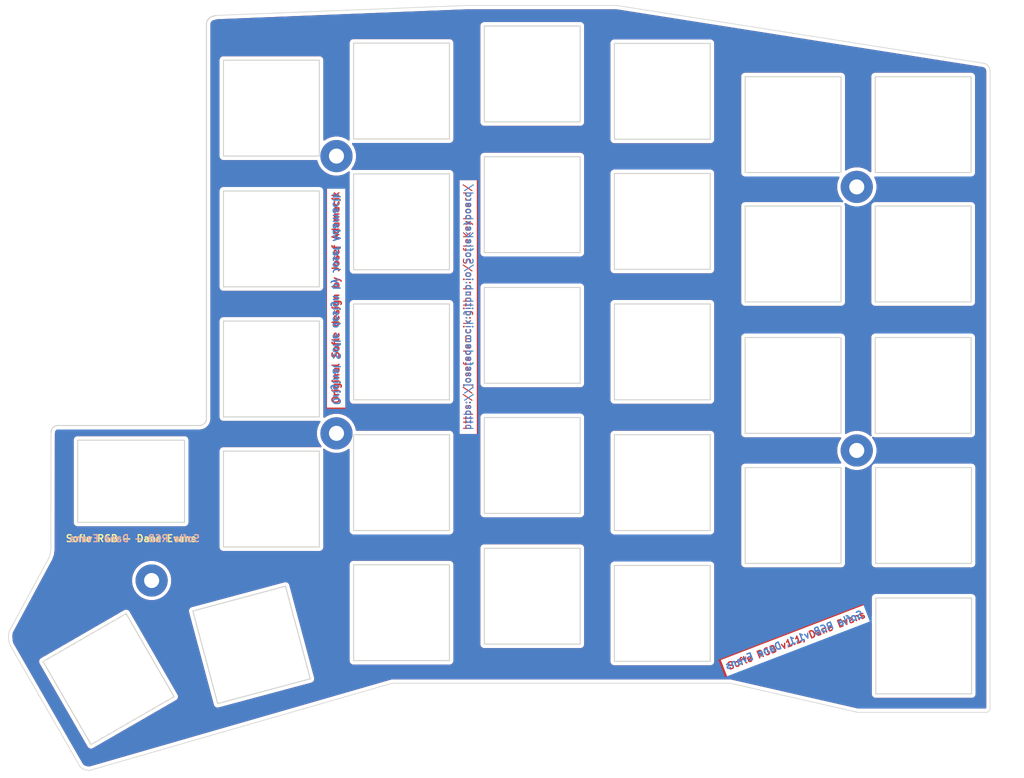
<source format=kicad_pcb>
(kicad_pcb (version 20171130) (host pcbnew "(5.1.12-1-10_14)")

  (general
    (thickness 1.6)
    (drawings 172)
    (tracks 0)
    (zones 0)
    (modules 9)
    (nets 1)
  )

  (page A4)
  (layers
    (0 F.Cu signal)
    (31 B.Cu signal)
    (32 B.Adhes user)
    (33 F.Adhes user)
    (34 B.Paste user)
    (35 F.Paste user)
    (36 B.SilkS user)
    (37 F.SilkS user)
    (38 B.Mask user)
    (39 F.Mask user)
    (40 Dwgs.User user)
    (41 Cmts.User user)
    (42 Eco1.User user)
    (43 Eco2.User user)
    (44 Edge.Cuts user)
    (45 Margin user)
    (46 B.CrtYd user)
    (47 F.CrtYd user)
    (48 B.Fab user)
    (49 F.Fab user)
  )

  (setup
    (last_trace_width 0.25)
    (trace_clearance 0.2)
    (zone_clearance 0.508)
    (zone_45_only no)
    (trace_min 0.2)
    (via_size 0.6)
    (via_drill 0.4)
    (via_min_size 0.4)
    (via_min_drill 0.3)
    (uvia_size 0.3)
    (uvia_drill 0.1)
    (uvias_allowed no)
    (uvia_min_size 0.2)
    (uvia_min_drill 0.1)
    (edge_width 0.15)
    (segment_width 0.2)
    (pcb_text_width 0.3)
    (pcb_text_size 1.5 1.5)
    (mod_edge_width 0.15)
    (mod_text_size 1 1)
    (mod_text_width 0.15)
    (pad_size 4.7 4.7)
    (pad_drill 2.2)
    (pad_to_mask_clearance 0.2)
    (aux_axis_origin 0 0)
    (grid_origin 111.995 97.8)
    (visible_elements 7FFFFFFF)
    (pcbplotparams
      (layerselection 0x010f0_ffffffff)
      (usegerberextensions false)
      (usegerberattributes false)
      (usegerberadvancedattributes false)
      (creategerberjobfile false)
      (excludeedgelayer true)
      (linewidth 0.100000)
      (plotframeref false)
      (viasonmask false)
      (mode 1)
      (useauxorigin false)
      (hpglpennumber 1)
      (hpglpenspeed 20)
      (hpglpendiameter 15.000000)
      (psnegative false)
      (psa4output false)
      (plotreference true)
      (plotvalue true)
      (plotinvisibletext false)
      (padsonsilk false)
      (subtractmaskfromsilk false)
      (outputformat 1)
      (mirror false)
      (drillshape 0)
      (scaleselection 1)
      (outputdirectory "gerber/"))
  )

  (net 0 "")

  (net_class Default "This is the default net class."
    (clearance 0.2)
    (trace_width 0.25)
    (via_dia 0.6)
    (via_drill 0.4)
    (uvia_dia 0.3)
    (uvia_drill 0.1)
  )

  (module SofleKeyboard-footprint:HOLE_M2_TH (layer F.Cu) (tedit 5FDAFEEF) (tstamp 5F80E1DA)
    (at 207.22 63.22)
    (path /5B74D1C0)
    (fp_text reference TH4 (at 0 -2.54) (layer F.SilkS) hide
      (effects (font (size 0.29972 0.29972) (thickness 0.0762)))
    )
    (fp_text value HOLE (at 0 2.54) (layer F.SilkS) hide
      (effects (font (size 0.29972 0.29972) (thickness 0.0762)))
    )
    (pad "" thru_hole circle (at -0.225 -0.275 90) (size 4.7 4.7) (drill 2.2) (layers *.Cu *.Mask Dwgs.User)
      (clearance 0.3))
  )

  (module SofleKeyboard-footprint:HOLE_M2_TH (layer F.Cu) (tedit 5FDAFEF8) (tstamp 5F80E2ED)
    (at 207.17 101.47)
    (path /5B74D88C)
    (fp_text reference TH6 (at 0 -2.54) (layer F.SilkS) hide
      (effects (font (size 0.29972 0.29972) (thickness 0.0762)))
    )
    (fp_text value HOLE (at 0 2.54) (layer F.SilkS) hide
      (effects (font (size 0.29972 0.29972) (thickness 0.0762)))
    )
    (pad "" thru_hole circle (at -0.175 -0.025 90) (size 4.7 4.7) (drill 2.2) (layers *.Cu *.Mask Dwgs.User)
      (clearance 0.3))
  )

  (module dane:gecko-logo (layer F.Cu) (tedit 0) (tstamp 5F80B7BF)
    (at 94.495 117.3)
    (fp_text reference G*** (at 0 0) (layer F.SilkS) hide
      (effects (font (size 1.524 1.524) (thickness 0.3)))
    )
    (fp_text value LOGO (at 0.75 0) (layer F.SilkS) hide
      (effects (font (size 1.524 1.524) (thickness 0.3)))
    )
    (fp_poly (pts (xy 0.601318 -1.845968) (xy 0.629566 -1.801122) (xy 0.660606 -1.731632) (xy 0.674278 -1.696637)
      (xy 0.696844 -1.640456) (xy 0.717741 -1.594158) (xy 0.734739 -1.562309) (xy 0.745612 -1.549474)
      (xy 0.746125 -1.549405) (xy 0.757513 -1.537853) (xy 0.761992 -1.50684) (xy 0.762 -1.505208)
      (xy 0.766997 -1.463388) (xy 0.77927 -1.418191) (xy 0.781708 -1.411757) (xy 0.79008 -1.387564)
      (xy 0.794426 -1.362926) (xy 0.794778 -1.331829) (xy 0.791165 -1.288257) (xy 0.783616 -1.226195)
      (xy 0.782658 -1.218829) (xy 0.763898 -1.075159) (xy 0.904872 -0.890005) (xy 0.949855 -0.830926)
      (xy 0.989325 -0.779091) (xy 1.020787 -0.737776) (xy 1.041748 -0.710256) (xy 1.049674 -0.699857)
      (xy 1.063704 -0.699863) (xy 1.095604 -0.706722) (xy 1.139384 -0.718573) (xy 1.189058 -0.733553)
      (xy 1.238637 -0.7498) (xy 1.282132 -0.765451) (xy 1.313556 -0.778644) (xy 1.325376 -0.785602)
      (xy 1.346102 -0.811208) (xy 1.370849 -0.85208) (xy 1.395846 -0.900516) (xy 1.417324 -0.948813)
      (xy 1.431511 -0.98927) (xy 1.4351 -1.009732) (xy 1.443261 -1.038113) (xy 1.462639 -1.051849)
      (xy 1.485574 -1.046296) (xy 1.48961 -1.04277) (xy 1.497711 -1.024581) (xy 1.488756 -1.003156)
      (xy 1.47949 -0.975875) (xy 1.473922 -0.935468) (xy 1.4732 -0.915429) (xy 1.476946 -0.871614)
      (xy 1.489701 -0.847647) (xy 1.513732 -0.843044) (xy 1.551311 -0.857322) (xy 1.601845 -0.888082)
      (xy 1.64655 -0.917306) (xy 1.675006 -0.933308) (xy 1.691757 -0.937452) (xy 1.701347 -0.931102)
      (xy 1.706832 -0.919604) (xy 1.708613 -0.891777) (xy 1.689343 -0.877564) (xy 1.676717 -0.8763)
      (xy 1.654223 -0.866178) (xy 1.626807 -0.840966) (xy 1.600696 -0.808396) (xy 1.582118 -0.7762)
      (xy 1.577172 -0.752711) (xy 1.590575 -0.734045) (xy 1.61879 -0.713928) (xy 1.653392 -0.69651)
      (xy 1.685955 -0.685939) (xy 1.708055 -0.686365) (xy 1.709715 -0.68744) (xy 1.731588 -0.693257)
      (xy 1.754269 -0.685777) (xy 1.765097 -0.669315) (xy 1.765105 -0.668567) (xy 1.756737 -0.638731)
      (xy 1.735707 -0.628278) (xy 1.71695 -0.633689) (xy 1.684941 -0.643864) (xy 1.644157 -0.64804)
      (xy 1.603043 -0.646526) (xy 1.570045 -0.639627) (xy 1.553648 -0.627755) (xy 1.557824 -0.608475)
      (xy 1.575994 -0.580265) (xy 1.602145 -0.549844) (xy 1.630265 -0.523931) (xy 1.654341 -0.509245)
      (xy 1.66081 -0.508) (xy 1.673501 -0.499215) (xy 1.67397 -0.479469) (xy 1.664464 -0.458679)
      (xy 1.647228 -0.446761) (xy 1.646924 -0.446701) (xy 1.624724 -0.45296) (xy 1.617287 -0.467195)
      (xy 1.603162 -0.483497) (xy 1.571302 -0.505626) (xy 1.527773 -0.530536) (xy 1.478638 -0.555181)
      (xy 1.429963 -0.576516) (xy 1.387813 -0.591493) (xy 1.358696 -0.597067) (xy 1.335049 -0.59528)
      (xy 1.291811 -0.590259) (xy 1.234485 -0.582706) (xy 1.168573 -0.573323) (xy 1.145794 -0.569931)
      (xy 1.081186 -0.560564) (xy 1.026188 -0.553272) (xy 0.985344 -0.548605) (xy 0.963198 -0.547112)
      (xy 0.960582 -0.547539) (xy 0.95285 -0.559547) (xy 0.934297 -0.589102) (xy 0.907459 -0.632148)
      (xy 0.874868 -0.684627) (xy 0.864033 -0.702113) (xy 0.830281 -0.755791) (xy 0.801348 -0.800261)
      (xy 0.77975 -0.831773) (xy 0.768004 -0.846575) (xy 0.766718 -0.847153) (xy 0.766221 -0.833748)
      (xy 0.767225 -0.798425) (xy 0.769569 -0.744607) (xy 0.773092 -0.675722) (xy 0.77763 -0.595195)
      (xy 0.782195 -0.51969) (xy 0.802293 -0.19685) (xy 0.674235 0.048899) (xy 0.637146 0.121453)
      (xy 0.605074 0.186857) (xy 0.579605 0.241654) (xy 0.562321 0.282389) (xy 0.554808 0.305605)
      (xy 0.554914 0.309249) (xy 0.56465 0.323371) (xy 0.587103 0.35488) (xy 0.620019 0.400643)
      (xy 0.661142 0.457531) (xy 0.708217 0.52241) (xy 0.73293 0.556386) (xy 0.781738 0.623707)
      (xy 0.825293 0.684305) (xy 0.861431 0.735125) (xy 0.887987 0.773114) (xy 0.902797 0.795217)
      (xy 0.905128 0.799381) (xy 0.896186 0.80958) (xy 0.86952 0.832363) (xy 0.828007 0.86546)
      (xy 0.774525 0.906601) (xy 0.711953 0.953513) (xy 0.67945 0.977476) (xy 0.613158 1.026368)
      (xy 0.554118 1.070442) (xy 0.505304 1.107436) (xy 0.469686 1.135088) (xy 0.450237 1.151136)
      (xy 0.447524 1.154032) (xy 0.454771 1.167292) (xy 0.47848 1.188562) (xy 0.512775 1.213763)
      (xy 0.551777 1.238821) (xy 0.589608 1.259657) (xy 0.61595 1.270839) (xy 0.661836 1.279922)
      (xy 0.727894 1.284321) (xy 0.79375 1.284175) (xy 0.854907 1.281721) (xy 0.896276 1.277641)
      (xy 0.923462 1.270895) (xy 0.94207 1.260443) (xy 0.947715 1.255604) (xy 0.968302 1.23905)
      (xy 0.982568 1.240003) (xy 0.996071 1.251885) (xy 1.010095 1.275517) (xy 1.01038 1.291726)
      (xy 1.004043 1.311187) (xy 1.0033 1.315488) (xy 0.992231 1.319205) (xy 0.965531 1.320798)
      (xy 0.964777 1.3208) (xy 0.931477 1.326577) (xy 0.88835 1.341359) (xy 0.862393 1.353161)
      (xy 0.825523 1.37354) (xy 0.807043 1.390044) (xy 0.801813 1.408357) (xy 0.80249 1.419379)
      (xy 0.810655 1.442615) (xy 0.832454 1.464699) (xy 0.872752 1.490414) (xy 0.877498 1.493095)
      (xy 0.920395 1.515607) (xy 0.959172 1.53333) (xy 0.980872 1.541067) (xy 1.011086 1.557217)
      (xy 1.02348 1.58196) (xy 1.014664 1.608159) (xy 0.989736 1.623852) (xy 0.963588 1.62134)
      (xy 0.946604 1.60163) (xy 0.94658 1.601557) (xy 0.934439 1.585989) (xy 0.906234 1.573518)
      (xy 0.85735 1.562119) (xy 0.856189 1.561899) (xy 0.8112 1.554096) (xy 0.784146 1.552285)
      (xy 0.768149 1.557023) (xy 0.756334 1.568867) (xy 0.755418 1.570067) (xy 0.743412 1.58954)
      (xy 0.738086 1.611828) (xy 0.738776 1.644397) (xy 0.744529 1.692609) (xy 0.753705 1.7332)
      (xy 0.768434 1.753337) (xy 0.776307 1.7567) (xy 0.792654 1.766329) (xy 0.791173 1.787066)
      (xy 0.78922 1.792693) (xy 0.770518 1.819723) (xy 0.746584 1.827086) (xy 0.725108 1.81457)
      (xy 0.715858 1.794699) (xy 0.705533 1.762443) (xy 0.688996 1.719388) (xy 0.678199 1.693925)
      (xy 0.656494 1.652148) (xy 0.6354 1.629869) (xy 0.616907 1.622674) (xy 0.598938 1.621182)
      (xy 0.586424 1.62844) (xy 0.575552 1.649456) (xy 0.562509 1.689235) (xy 0.560077 1.697305)
      (xy 0.548515 1.743116) (xy 0.542396 1.78247) (xy 0.542781 1.80478) (xy 0.540636 1.832634)
      (xy 0.522993 1.849417) (xy 0.498441 1.85211) (xy 0.475573 1.837697) (xy 0.470613 1.830133)
      (xy 0.465358 1.805782) (xy 0.477852 1.78937) (xy 0.486811 1.778222) (xy 0.491885 1.759795)
      (xy 0.493451 1.729159) (xy 0.491886 1.681383) (xy 0.489369 1.638811) (xy 0.485863 1.588646)
      (xy 0.481217 1.548358) (xy 0.473348 1.513756) (xy 0.460173 1.480648) (xy 0.439611 1.444843)
      (xy 0.409578 1.402149) (xy 0.367991 1.348374) (xy 0.312767 1.279327) (xy 0.307478 1.272744)
      (xy 0.275793 1.234556) (xy 0.251581 1.205072) (xy 0.23606 1.181175) (xy 0.230445 1.159746)
      (xy 0.235952 1.137667) (xy 0.253798 1.111818) (xy 0.285198 1.079081) (xy 0.331368 1.036338)
      (xy 0.393525 0.980471) (xy 0.436648 0.94149) (xy 0.612946 0.781215) (xy 0.507883 0.682707)
      (xy 0.465446 0.643541) (xy 0.42979 0.611801) (xy 0.404922 0.590976) (xy 0.395084 0.584448)
      (xy 0.38554 0.59463) (xy 0.365898 0.62192) (xy 0.339327 0.661764) (xy 0.317966 0.695224)
      (xy 0.258908 0.778294) (xy 0.184258 0.86661) (xy 0.100686 0.953183) (xy 0.01486 1.031026)
      (xy -0.052686 1.08356) (xy -0.122406 1.12796) (xy -0.205824 1.173371) (xy -0.294379 1.215697)
      (xy -0.379512 1.250837) (xy -0.45085 1.274214) (xy -0.536598 1.292799) (xy -0.633428 1.306921)
      (xy -0.731482 1.315588) (xy -0.820897 1.317808) (xy -0.864133 1.315816) (xy -1.016028 1.290813)
      (xy -1.162582 1.24203) (xy -1.301703 1.170877) (xy -1.431298 1.078765) (xy -1.549276 0.967106)
      (xy -1.653546 0.837309) (xy -1.713517 0.74295) (xy -1.74279 0.69215) (xy -1.707554 0.7366)
      (xy -1.664556 0.7864) (xy -1.609239 0.844071) (xy -1.547225 0.90434) (xy -1.484138 0.961931)
      (xy -1.425601 1.011569) (xy -1.377237 1.047981) (xy -1.3716 1.051721) (xy -1.245176 1.120651)
      (xy -1.112029 1.168911) (xy -0.975949 1.195852) (xy -0.840726 1.200823) (xy -0.710149 1.183173)
      (xy -0.669045 1.172369) (xy -0.589275 1.14386) (xy -0.499007 1.103771) (xy -0.407416 1.056592)
      (xy -0.323675 1.006812) (xy -0.303663 0.99355) (xy -0.235204 0.943689) (xy -0.173883 0.891145)
      (xy -0.116659 0.832288) (xy -0.060488 0.76349) (xy -0.00233 0.681122) (xy 0.060859 0.581556)
      (xy 0.108154 0.502344) (xy 0.1822 0.376039) (xy 0.062525 0.264936) (xy 0.017749 0.224694)
      (xy -0.019949 0.193325) (xy -0.047049 0.173572) (xy -0.060033 0.168175) (xy -0.060612 0.168991)
      (xy -0.063064 0.186795) (xy -0.067286 0.224592) (xy -0.072716 0.277084) (xy -0.078788 0.338971)
      (xy -0.079662 0.348129) (xy -0.09525 0.512109) (xy -0.299052 0.315576) (xy -0.368065 0.2495)
      (xy -0.422106 0.199121) (xy -0.46408 0.162089) (xy -0.496893 0.136058) (xy -0.52345 0.11868)
      (xy -0.546657 0.107608) (xy -0.563249 0.102132) (xy -0.6089 0.094084) (xy -0.665441 0.090868)
      (xy -0.725859 0.092064) (xy -0.783143 0.097253) (xy -0.830281 0.106016) (xy -0.860263 0.117934)
      (xy -0.862931 0.120043) (xy -0.883564 0.132646) (xy -0.904041 0.125093) (xy -0.907144 0.122883)
      (xy -0.924869 0.098751) (xy -0.922059 0.074377) (xy -0.901259 0.05852) (xy -0.887849 0.056509)
      (xy -0.857992 0.051155) (xy -0.817757 0.038243) (xy -0.775521 0.021207) (xy -0.73966 0.003477)
      (xy -0.718549 -0.011514) (xy -0.717079 -0.013464) (xy -0.711706 -0.043532) (xy -0.731487 -0.075317)
      (xy -0.776246 -0.1086) (xy -0.802846 -0.123172) (xy -0.846133 -0.144559) (xy -0.88281 -0.161534)
      (xy -0.904875 -0.170398) (xy -0.923089 -0.186663) (xy -0.92562 -0.213132) (xy -0.91186 -0.238761)
      (xy -0.886202 -0.253155) (xy -0.865284 -0.244529) (xy -0.857715 -0.230065) (xy -0.842035 -0.212182)
      (xy -0.805346 -0.195931) (xy -0.771134 -0.186141) (xy -0.727794 -0.175774) (xy -0.701505 -0.1724)
      (xy -0.68481 -0.176342) (xy -0.670251 -0.187925) (xy -0.667477 -0.190653) (xy -0.650729 -0.22229)
      (xy -0.644282 -0.26675) (xy -0.647785 -0.313935) (xy -0.660888 -0.353751) (xy -0.673713 -0.370336)
      (xy -0.695731 -0.399876) (xy -0.693593 -0.428694) (xy -0.68473 -0.440491) (xy -0.662197 -0.449456)
      (xy -0.63772 -0.443539) (xy -0.623057 -0.426451) (xy -0.622302 -0.420794) (xy -0.617439 -0.399053)
      (xy -0.604716 -0.362372) (xy -0.587726 -0.320675) (xy -0.567687 -0.277703) (xy -0.551789 -0.253565)
      (xy -0.535673 -0.243162) (xy -0.519885 -0.2413) (xy -0.500593 -0.243994) (xy -0.486971 -0.255817)
      (xy -0.474837 -0.282385) (xy -0.463835 -0.316562) (xy -0.452711 -0.361044) (xy -0.447255 -0.399122)
      (xy -0.447978 -0.418328) (xy -0.445173 -0.445306) (xy -0.426489 -0.461615) (xy -0.400696 -0.46273)
      (xy -0.382942 -0.451885) (xy -0.369497 -0.431384) (xy -0.376492 -0.408955) (xy -0.378074 -0.406368)
      (xy -0.386015 -0.379699) (xy -0.391323 -0.331391) (xy -0.393631 -0.265106) (xy -0.3937 -0.249869)
      (xy -0.3937 -0.118392) (xy -0.295542 0.017758) (xy -0.259737 0.067889) (xy -0.23293 0.103877)
      (xy -0.213377 0.124241) (xy -0.199338 0.127498) (xy -0.18907 0.112168) (xy -0.180831 0.076767)
      (xy -0.17288 0.019814) (xy -0.163474 -0.060174) (xy -0.158977 -0.098425) (xy -0.150573 -0.165099)
      (xy -0.142524 -0.221828) (xy -0.135513 -0.264303) (xy -0.130224 -0.288217) (xy -0.128292 -0.291896)
      (xy -0.116972 -0.283703) (xy -0.08983 -0.260962) (xy -0.049816 -0.226239) (xy 0.000122 -0.182097)
      (xy 0.057035 -0.131103) (xy 0.068815 -0.12047) (xy 0.126385 -0.068712) (xy 0.177192 -0.023547)
      (xy 0.218381 0.01253) (xy 0.247097 0.037023) (xy 0.260485 0.047436) (xy 0.261083 0.047601)
      (xy 0.261331 0.034505) (xy 0.260091 0.000703) (xy 0.257581 -0.049168) (xy 0.254018 -0.110473)
      (xy 0.252589 -0.13335) (xy 0.249029 -0.201805) (xy 0.247622 -0.26684) (xy 0.248542 -0.334176)
      (xy 0.251965 -0.409529) (xy 0.258064 -0.498618) (xy 0.267016 -0.607161) (xy 0.267101 -0.608138)
      (xy 0.27422 -0.69206) (xy 0.280255 -0.767122) (xy 0.284948 -0.829767) (xy 0.28804 -0.87644)
      (xy 0.289273 -0.903583) (xy 0.288988 -0.909046) (xy 0.277089 -0.904726) (xy 0.247466 -0.890094)
      (xy 0.204473 -0.867394) (xy 0.152465 -0.83887) (xy 0.147917 -0.836333) (xy 0.095449 -0.807477)
      (xy 0.051725 -0.784305) (xy 0.021069 -0.769044) (xy 0.007803 -0.763922) (xy 0.007616 -0.764025)
      (xy -0.012673 -0.789778) (xy -0.0446 -0.827869) (xy -0.084851 -0.874584) (xy -0.130114 -0.926209)
      (xy -0.177074 -0.97903) (xy -0.22242 -1.029333) (xy -0.262837 -1.073404) (xy -0.295012 -1.10753)
      (xy -0.315633 -1.127996) (xy -0.320628 -1.131974) (xy -0.363934 -1.15182) (xy -0.414328 -1.169997)
      (xy -0.46492 -1.184616) (xy -0.508821 -1.19379) (xy -0.539143 -1.19563) (xy -0.546142 -1.193778)
      (xy -0.571121 -1.191617) (xy -0.58999 -1.206902) (xy -0.594323 -1.231782) (xy -0.592724 -1.237166)
      (xy -0.583761 -1.246549) (xy -0.562816 -1.250806) (xy -0.524833 -1.250496) (xy -0.491626 -1.24834)
      (xy -0.443423 -1.245136) (xy -0.414705 -1.245452) (xy -0.399653 -1.250593) (xy -0.392447 -1.261864)
      (xy -0.389706 -1.271203) (xy -0.388787 -1.299359) (xy -0.402215 -1.330795) (xy -0.432369 -1.369713)
      (xy -0.464694 -1.403648) (xy -0.49351 -1.43906) (xy -0.502254 -1.466086) (xy -0.49076 -1.482293)
      (xy -0.470299 -1.4859) (xy -0.448594 -1.477048) (xy -0.444478 -1.463675) (xy -0.433728 -1.442632)
      (xy -0.406809 -1.418521) (xy -0.371663 -1.396265) (xy -0.336235 -1.380785) (xy -0.308464 -1.377)
      (xy -0.305673 -1.377674) (xy -0.285541 -1.395323) (xy -0.268212 -1.428926) (xy -0.256625 -1.46904)
      (xy -0.253722 -1.50622) (xy -0.259225 -1.526859) (xy -0.26524 -1.551343) (xy -0.257711 -1.56347)
      (xy -0.234824 -1.573042) (xy -0.214085 -1.563218) (xy -0.204517 -1.539056) (xy -0.204663 -1.533727)
      (xy -0.205747 -1.504157) (xy -0.205672 -1.461822) (xy -0.205176 -1.439757) (xy -0.202076 -1.399325)
      (xy -0.194331 -1.377699) (xy -0.179545 -1.368383) (xy -0.178767 -1.368174) (xy -0.156212 -1.373851)
      (xy -0.128007 -1.396134) (xy -0.099873 -1.428915) (xy -0.077534 -1.466087) (xy -0.070565 -1.48365)
      (xy -0.055069 -1.506221) (xy -0.033964 -1.508866) (xy -0.010547 -1.497366) (xy -0.002679 -1.477904)
      (xy -0.012457 -1.459944) (xy -0.02207 -1.455208) (xy -0.036615 -1.440044) (xy -0.054483 -1.406504)
      (xy -0.073371 -1.360983) (xy -0.090975 -1.309873) (xy -0.104991 -1.259568) (xy -0.113115 -1.216462)
      (xy -0.114248 -1.199394) (xy -0.106347 -1.16748) (xy -0.083771 -1.119396) (xy -0.048112 -1.058483)
      (xy -0.04377 -1.051629) (xy 0.026655 -0.941208) (xy 0.162552 -1.012297) (xy 0.216038 -1.040528)
      (xy 0.261262 -1.064871) (xy 0.293464 -1.08273) (xy 0.307881 -1.091511) (xy 0.307889 -1.091518)
      (xy 0.310779 -1.106752) (xy 0.311334 -1.141754) (xy 0.309605 -1.191003) (xy 0.306511 -1.238252)
      (xy 0.3021 -1.302026) (xy 0.300905 -1.346928) (xy 0.303347 -1.379329) (xy 0.309844 -1.405602)
      (xy 0.319018 -1.428202) (xy 0.333996 -1.470421) (xy 0.342144 -1.511313) (xy 0.342621 -1.519894)
      (xy 0.34897 -1.553094) (xy 0.36293 -1.564344) (xy 0.376269 -1.577095) (xy 0.396877 -1.608757)
      (xy 0.422088 -1.654864) (xy 0.445016 -1.7018) (xy 0.483707 -1.779631) (xy 0.517056 -1.833)
      (xy 0.54669 -1.86187) (xy 0.574235 -1.866205) (xy 0.601318 -1.845968)) (layer F.Mask) (width 0.01))
  )

  (module dane:gecko-logo (layer B.Cu) (tedit 0) (tstamp 5F80B7AB)
    (at 95.495 117.3 180)
    (fp_text reference G*** (at 0 0) (layer B.SilkS) hide
      (effects (font (size 1.524 1.524) (thickness 0.3)) (justify mirror))
    )
    (fp_text value LOGO (at 0.75 0) (layer B.SilkS) hide
      (effects (font (size 1.524 1.524) (thickness 0.3)) (justify mirror))
    )
    (fp_poly (pts (xy 0.601318 1.845968) (xy 0.629566 1.801122) (xy 0.660606 1.731632) (xy 0.674278 1.696637)
      (xy 0.696844 1.640456) (xy 0.717741 1.594158) (xy 0.734739 1.562309) (xy 0.745612 1.549474)
      (xy 0.746125 1.549405) (xy 0.757513 1.537853) (xy 0.761992 1.50684) (xy 0.762 1.505208)
      (xy 0.766997 1.463388) (xy 0.77927 1.418191) (xy 0.781708 1.411757) (xy 0.79008 1.387564)
      (xy 0.794426 1.362926) (xy 0.794778 1.331829) (xy 0.791165 1.288257) (xy 0.783616 1.226195)
      (xy 0.782658 1.218829) (xy 0.763898 1.075159) (xy 0.904872 0.890005) (xy 0.949855 0.830926)
      (xy 0.989325 0.779091) (xy 1.020787 0.737776) (xy 1.041748 0.710256) (xy 1.049674 0.699857)
      (xy 1.063704 0.699863) (xy 1.095604 0.706722) (xy 1.139384 0.718573) (xy 1.189058 0.733553)
      (xy 1.238637 0.7498) (xy 1.282132 0.765451) (xy 1.313556 0.778644) (xy 1.325376 0.785602)
      (xy 1.346102 0.811208) (xy 1.370849 0.85208) (xy 1.395846 0.900516) (xy 1.417324 0.948813)
      (xy 1.431511 0.98927) (xy 1.4351 1.009732) (xy 1.443261 1.038113) (xy 1.462639 1.051849)
      (xy 1.485574 1.046296) (xy 1.48961 1.04277) (xy 1.497711 1.024581) (xy 1.488756 1.003156)
      (xy 1.47949 0.975875) (xy 1.473922 0.935468) (xy 1.4732 0.915429) (xy 1.476946 0.871614)
      (xy 1.489701 0.847647) (xy 1.513732 0.843044) (xy 1.551311 0.857322) (xy 1.601845 0.888082)
      (xy 1.64655 0.917306) (xy 1.675006 0.933308) (xy 1.691757 0.937452) (xy 1.701347 0.931102)
      (xy 1.706832 0.919604) (xy 1.708613 0.891777) (xy 1.689343 0.877564) (xy 1.676717 0.8763)
      (xy 1.654223 0.866178) (xy 1.626807 0.840966) (xy 1.600696 0.808396) (xy 1.582118 0.7762)
      (xy 1.577172 0.752711) (xy 1.590575 0.734045) (xy 1.61879 0.713928) (xy 1.653392 0.69651)
      (xy 1.685955 0.685939) (xy 1.708055 0.686365) (xy 1.709715 0.68744) (xy 1.731588 0.693257)
      (xy 1.754269 0.685777) (xy 1.765097 0.669315) (xy 1.765105 0.668567) (xy 1.756737 0.638731)
      (xy 1.735707 0.628278) (xy 1.71695 0.633689) (xy 1.684941 0.643864) (xy 1.644157 0.64804)
      (xy 1.603043 0.646526) (xy 1.570045 0.639627) (xy 1.553648 0.627755) (xy 1.557824 0.608475)
      (xy 1.575994 0.580265) (xy 1.602145 0.549844) (xy 1.630265 0.523931) (xy 1.654341 0.509245)
      (xy 1.66081 0.508) (xy 1.673501 0.499215) (xy 1.67397 0.479469) (xy 1.664464 0.458679)
      (xy 1.647228 0.446761) (xy 1.646924 0.446701) (xy 1.624724 0.45296) (xy 1.617287 0.467195)
      (xy 1.603162 0.483497) (xy 1.571302 0.505626) (xy 1.527773 0.530536) (xy 1.478638 0.555181)
      (xy 1.429963 0.576516) (xy 1.387813 0.591493) (xy 1.358696 0.597067) (xy 1.335049 0.59528)
      (xy 1.291811 0.590259) (xy 1.234485 0.582706) (xy 1.168573 0.573323) (xy 1.145794 0.569931)
      (xy 1.081186 0.560564) (xy 1.026188 0.553272) (xy 0.985344 0.548605) (xy 0.963198 0.547112)
      (xy 0.960582 0.547539) (xy 0.95285 0.559547) (xy 0.934297 0.589102) (xy 0.907459 0.632148)
      (xy 0.874868 0.684627) (xy 0.864033 0.702113) (xy 0.830281 0.755791) (xy 0.801348 0.800261)
      (xy 0.77975 0.831773) (xy 0.768004 0.846575) (xy 0.766718 0.847153) (xy 0.766221 0.833748)
      (xy 0.767225 0.798425) (xy 0.769569 0.744607) (xy 0.773092 0.675722) (xy 0.77763 0.595195)
      (xy 0.782195 0.51969) (xy 0.802293 0.19685) (xy 0.674235 -0.048899) (xy 0.637146 -0.121453)
      (xy 0.605074 -0.186857) (xy 0.579605 -0.241654) (xy 0.562321 -0.282389) (xy 0.554808 -0.305605)
      (xy 0.554914 -0.309249) (xy 0.56465 -0.323371) (xy 0.587103 -0.35488) (xy 0.620019 -0.400643)
      (xy 0.661142 -0.457531) (xy 0.708217 -0.52241) (xy 0.73293 -0.556386) (xy 0.781738 -0.623707)
      (xy 0.825293 -0.684305) (xy 0.861431 -0.735125) (xy 0.887987 -0.773114) (xy 0.902797 -0.795217)
      (xy 0.905128 -0.799381) (xy 0.896186 -0.80958) (xy 0.86952 -0.832363) (xy 0.828007 -0.86546)
      (xy 0.774525 -0.906601) (xy 0.711953 -0.953513) (xy 0.67945 -0.977476) (xy 0.613158 -1.026368)
      (xy 0.554118 -1.070442) (xy 0.505304 -1.107436) (xy 0.469686 -1.135088) (xy 0.450237 -1.151136)
      (xy 0.447524 -1.154032) (xy 0.454771 -1.167292) (xy 0.47848 -1.188562) (xy 0.512775 -1.213763)
      (xy 0.551777 -1.238821) (xy 0.589608 -1.259657) (xy 0.61595 -1.270839) (xy 0.661836 -1.279922)
      (xy 0.727894 -1.284321) (xy 0.79375 -1.284175) (xy 0.854907 -1.281721) (xy 0.896276 -1.277641)
      (xy 0.923462 -1.270895) (xy 0.94207 -1.260443) (xy 0.947715 -1.255604) (xy 0.968302 -1.23905)
      (xy 0.982568 -1.240003) (xy 0.996071 -1.251885) (xy 1.010095 -1.275517) (xy 1.01038 -1.291726)
      (xy 1.004043 -1.311187) (xy 1.0033 -1.315488) (xy 0.992231 -1.319205) (xy 0.965531 -1.320798)
      (xy 0.964777 -1.3208) (xy 0.931477 -1.326577) (xy 0.88835 -1.341359) (xy 0.862393 -1.353161)
      (xy 0.825523 -1.37354) (xy 0.807043 -1.390044) (xy 0.801813 -1.408357) (xy 0.80249 -1.419379)
      (xy 0.810655 -1.442615) (xy 0.832454 -1.464699) (xy 0.872752 -1.490414) (xy 0.877498 -1.493095)
      (xy 0.920395 -1.515607) (xy 0.959172 -1.53333) (xy 0.980872 -1.541067) (xy 1.011086 -1.557217)
      (xy 1.02348 -1.58196) (xy 1.014664 -1.608159) (xy 0.989736 -1.623852) (xy 0.963588 -1.62134)
      (xy 0.946604 -1.60163) (xy 0.94658 -1.601557) (xy 0.934439 -1.585989) (xy 0.906234 -1.573518)
      (xy 0.85735 -1.562119) (xy 0.856189 -1.561899) (xy 0.8112 -1.554096) (xy 0.784146 -1.552285)
      (xy 0.768149 -1.557023) (xy 0.756334 -1.568867) (xy 0.755418 -1.570067) (xy 0.743412 -1.58954)
      (xy 0.738086 -1.611828) (xy 0.738776 -1.644397) (xy 0.744529 -1.692609) (xy 0.753705 -1.7332)
      (xy 0.768434 -1.753337) (xy 0.776307 -1.7567) (xy 0.792654 -1.766329) (xy 0.791173 -1.787066)
      (xy 0.78922 -1.792693) (xy 0.770518 -1.819723) (xy 0.746584 -1.827086) (xy 0.725108 -1.81457)
      (xy 0.715858 -1.794699) (xy 0.705533 -1.762443) (xy 0.688996 -1.719388) (xy 0.678199 -1.693925)
      (xy 0.656494 -1.652148) (xy 0.6354 -1.629869) (xy 0.616907 -1.622674) (xy 0.598938 -1.621182)
      (xy 0.586424 -1.62844) (xy 0.575552 -1.649456) (xy 0.562509 -1.689235) (xy 0.560077 -1.697305)
      (xy 0.548515 -1.743116) (xy 0.542396 -1.78247) (xy 0.542781 -1.80478) (xy 0.540636 -1.832634)
      (xy 0.522993 -1.849417) (xy 0.498441 -1.85211) (xy 0.475573 -1.837697) (xy 0.470613 -1.830133)
      (xy 0.465358 -1.805782) (xy 0.477852 -1.78937) (xy 0.486811 -1.778222) (xy 0.491885 -1.759795)
      (xy 0.493451 -1.729159) (xy 0.491886 -1.681383) (xy 0.489369 -1.638811) (xy 0.485863 -1.588646)
      (xy 0.481217 -1.548358) (xy 0.473348 -1.513756) (xy 0.460173 -1.480648) (xy 0.439611 -1.444843)
      (xy 0.409578 -1.402149) (xy 0.367991 -1.348374) (xy 0.312767 -1.279327) (xy 0.307478 -1.272744)
      (xy 0.275793 -1.234556) (xy 0.251581 -1.205072) (xy 0.23606 -1.181175) (xy 0.230445 -1.159746)
      (xy 0.235952 -1.137667) (xy 0.253798 -1.111818) (xy 0.285198 -1.079081) (xy 0.331368 -1.036338)
      (xy 0.393525 -0.980471) (xy 0.436648 -0.94149) (xy 0.612946 -0.781215) (xy 0.507883 -0.682707)
      (xy 0.465446 -0.643541) (xy 0.42979 -0.611801) (xy 0.404922 -0.590976) (xy 0.395084 -0.584448)
      (xy 0.38554 -0.59463) (xy 0.365898 -0.62192) (xy 0.339327 -0.661764) (xy 0.317966 -0.695224)
      (xy 0.258908 -0.778294) (xy 0.184258 -0.86661) (xy 0.100686 -0.953183) (xy 0.01486 -1.031026)
      (xy -0.052686 -1.08356) (xy -0.122406 -1.12796) (xy -0.205824 -1.173371) (xy -0.294379 -1.215697)
      (xy -0.379512 -1.250837) (xy -0.45085 -1.274214) (xy -0.536598 -1.292799) (xy -0.633428 -1.306921)
      (xy -0.731482 -1.315588) (xy -0.820897 -1.317808) (xy -0.864133 -1.315816) (xy -1.016028 -1.290813)
      (xy -1.162582 -1.24203) (xy -1.301703 -1.170877) (xy -1.431298 -1.078765) (xy -1.549276 -0.967106)
      (xy -1.653546 -0.837309) (xy -1.713517 -0.74295) (xy -1.74279 -0.69215) (xy -1.707554 -0.7366)
      (xy -1.664556 -0.7864) (xy -1.609239 -0.844071) (xy -1.547225 -0.90434) (xy -1.484138 -0.961931)
      (xy -1.425601 -1.011569) (xy -1.377237 -1.047981) (xy -1.3716 -1.051721) (xy -1.245176 -1.120651)
      (xy -1.112029 -1.168911) (xy -0.975949 -1.195852) (xy -0.840726 -1.200823) (xy -0.710149 -1.183173)
      (xy -0.669045 -1.172369) (xy -0.589275 -1.14386) (xy -0.499007 -1.103771) (xy -0.407416 -1.056592)
      (xy -0.323675 -1.006812) (xy -0.303663 -0.99355) (xy -0.235204 -0.943689) (xy -0.173883 -0.891145)
      (xy -0.116659 -0.832288) (xy -0.060488 -0.76349) (xy -0.00233 -0.681122) (xy 0.060859 -0.581556)
      (xy 0.108154 -0.502344) (xy 0.1822 -0.376039) (xy 0.062525 -0.264936) (xy 0.017749 -0.224694)
      (xy -0.019949 -0.193325) (xy -0.047049 -0.173572) (xy -0.060033 -0.168175) (xy -0.060612 -0.168991)
      (xy -0.063064 -0.186795) (xy -0.067286 -0.224592) (xy -0.072716 -0.277084) (xy -0.078788 -0.338971)
      (xy -0.079662 -0.348129) (xy -0.09525 -0.512109) (xy -0.299052 -0.315576) (xy -0.368065 -0.2495)
      (xy -0.422106 -0.199121) (xy -0.46408 -0.162089) (xy -0.496893 -0.136058) (xy -0.52345 -0.11868)
      (xy -0.546657 -0.107608) (xy -0.563249 -0.102132) (xy -0.6089 -0.094084) (xy -0.665441 -0.090868)
      (xy -0.725859 -0.092064) (xy -0.783143 -0.097253) (xy -0.830281 -0.106016) (xy -0.860263 -0.117934)
      (xy -0.862931 -0.120043) (xy -0.883564 -0.132646) (xy -0.904041 -0.125093) (xy -0.907144 -0.122883)
      (xy -0.924869 -0.098751) (xy -0.922059 -0.074377) (xy -0.901259 -0.05852) (xy -0.887849 -0.056509)
      (xy -0.857992 -0.051155) (xy -0.817757 -0.038243) (xy -0.775521 -0.021207) (xy -0.73966 -0.003477)
      (xy -0.718549 0.011514) (xy -0.717079 0.013464) (xy -0.711706 0.043532) (xy -0.731487 0.075317)
      (xy -0.776246 0.1086) (xy -0.802846 0.123172) (xy -0.846133 0.144559) (xy -0.88281 0.161534)
      (xy -0.904875 0.170398) (xy -0.923089 0.186663) (xy -0.92562 0.213132) (xy -0.91186 0.238761)
      (xy -0.886202 0.253155) (xy -0.865284 0.244529) (xy -0.857715 0.230065) (xy -0.842035 0.212182)
      (xy -0.805346 0.195931) (xy -0.771134 0.186141) (xy -0.727794 0.175774) (xy -0.701505 0.1724)
      (xy -0.68481 0.176342) (xy -0.670251 0.187925) (xy -0.667477 0.190653) (xy -0.650729 0.22229)
      (xy -0.644282 0.26675) (xy -0.647785 0.313935) (xy -0.660888 0.353751) (xy -0.673713 0.370336)
      (xy -0.695731 0.399876) (xy -0.693593 0.428694) (xy -0.68473 0.440491) (xy -0.662197 0.449456)
      (xy -0.63772 0.443539) (xy -0.623057 0.426451) (xy -0.622302 0.420794) (xy -0.617439 0.399053)
      (xy -0.604716 0.362372) (xy -0.587726 0.320675) (xy -0.567687 0.277703) (xy -0.551789 0.253565)
      (xy -0.535673 0.243162) (xy -0.519885 0.2413) (xy -0.500593 0.243994) (xy -0.486971 0.255817)
      (xy -0.474837 0.282385) (xy -0.463835 0.316562) (xy -0.452711 0.361044) (xy -0.447255 0.399122)
      (xy -0.447978 0.418328) (xy -0.445173 0.445306) (xy -0.426489 0.461615) (xy -0.400696 0.46273)
      (xy -0.382942 0.451885) (xy -0.369497 0.431384) (xy -0.376492 0.408955) (xy -0.378074 0.406368)
      (xy -0.386015 0.379699) (xy -0.391323 0.331391) (xy -0.393631 0.265106) (xy -0.3937 0.249869)
      (xy -0.3937 0.118392) (xy -0.295542 -0.017758) (xy -0.259737 -0.067889) (xy -0.23293 -0.103877)
      (xy -0.213377 -0.124241) (xy -0.199338 -0.127498) (xy -0.18907 -0.112168) (xy -0.180831 -0.076767)
      (xy -0.17288 -0.019814) (xy -0.163474 0.060174) (xy -0.158977 0.098425) (xy -0.150573 0.165099)
      (xy -0.142524 0.221828) (xy -0.135513 0.264303) (xy -0.130224 0.288217) (xy -0.128292 0.291896)
      (xy -0.116972 0.283703) (xy -0.08983 0.260962) (xy -0.049816 0.226239) (xy 0.000122 0.182097)
      (xy 0.057035 0.131103) (xy 0.068815 0.12047) (xy 0.126385 0.068712) (xy 0.177192 0.023547)
      (xy 0.218381 -0.01253) (xy 0.247097 -0.037023) (xy 0.260485 -0.047436) (xy 0.261083 -0.047601)
      (xy 0.261331 -0.034505) (xy 0.260091 -0.000703) (xy 0.257581 0.049168) (xy 0.254018 0.110473)
      (xy 0.252589 0.13335) (xy 0.249029 0.201805) (xy 0.247622 0.26684) (xy 0.248542 0.334176)
      (xy 0.251965 0.409529) (xy 0.258064 0.498618) (xy 0.267016 0.607161) (xy 0.267101 0.608138)
      (xy 0.27422 0.69206) (xy 0.280255 0.767122) (xy 0.284948 0.829767) (xy 0.28804 0.87644)
      (xy 0.289273 0.903583) (xy 0.288988 0.909046) (xy 0.277089 0.904726) (xy 0.247466 0.890094)
      (xy 0.204473 0.867394) (xy 0.152465 0.83887) (xy 0.147917 0.836333) (xy 0.095449 0.807477)
      (xy 0.051725 0.784305) (xy 0.021069 0.769044) (xy 0.007803 0.763922) (xy 0.007616 0.764025)
      (xy -0.012673 0.789778) (xy -0.0446 0.827869) (xy -0.084851 0.874584) (xy -0.130114 0.926209)
      (xy -0.177074 0.97903) (xy -0.22242 1.029333) (xy -0.262837 1.073404) (xy -0.295012 1.10753)
      (xy -0.315633 1.127996) (xy -0.320628 1.131974) (xy -0.363934 1.15182) (xy -0.414328 1.169997)
      (xy -0.46492 1.184616) (xy -0.508821 1.19379) (xy -0.539143 1.19563) (xy -0.546142 1.193778)
      (xy -0.571121 1.191617) (xy -0.58999 1.206902) (xy -0.594323 1.231782) (xy -0.592724 1.237166)
      (xy -0.583761 1.246549) (xy -0.562816 1.250806) (xy -0.524833 1.250496) (xy -0.491626 1.24834)
      (xy -0.443423 1.245136) (xy -0.414705 1.245452) (xy -0.399653 1.250593) (xy -0.392447 1.261864)
      (xy -0.389706 1.271203) (xy -0.388787 1.299359) (xy -0.402215 1.330795) (xy -0.432369 1.369713)
      (xy -0.464694 1.403648) (xy -0.49351 1.43906) (xy -0.502254 1.466086) (xy -0.49076 1.482293)
      (xy -0.470299 1.4859) (xy -0.448594 1.477048) (xy -0.444478 1.463675) (xy -0.433728 1.442632)
      (xy -0.406809 1.418521) (xy -0.371663 1.396265) (xy -0.336235 1.380785) (xy -0.308464 1.377)
      (xy -0.305673 1.377674) (xy -0.285541 1.395323) (xy -0.268212 1.428926) (xy -0.256625 1.46904)
      (xy -0.253722 1.50622) (xy -0.259225 1.526859) (xy -0.26524 1.551343) (xy -0.257711 1.56347)
      (xy -0.234824 1.573042) (xy -0.214085 1.563218) (xy -0.204517 1.539056) (xy -0.204663 1.533727)
      (xy -0.205747 1.504157) (xy -0.205672 1.461822) (xy -0.205176 1.439757) (xy -0.202076 1.399325)
      (xy -0.194331 1.377699) (xy -0.179545 1.368383) (xy -0.178767 1.368174) (xy -0.156212 1.373851)
      (xy -0.128007 1.396134) (xy -0.099873 1.428915) (xy -0.077534 1.466087) (xy -0.070565 1.48365)
      (xy -0.055069 1.506221) (xy -0.033964 1.508866) (xy -0.010547 1.497366) (xy -0.002679 1.477904)
      (xy -0.012457 1.459944) (xy -0.02207 1.455208) (xy -0.036615 1.440044) (xy -0.054483 1.406504)
      (xy -0.073371 1.360983) (xy -0.090975 1.309873) (xy -0.104991 1.259568) (xy -0.113115 1.216462)
      (xy -0.114248 1.199394) (xy -0.106347 1.16748) (xy -0.083771 1.119396) (xy -0.048112 1.058483)
      (xy -0.04377 1.051629) (xy 0.026655 0.941208) (xy 0.162552 1.012297) (xy 0.216038 1.040528)
      (xy 0.261262 1.064871) (xy 0.293464 1.08273) (xy 0.307881 1.091511) (xy 0.307889 1.091518)
      (xy 0.310779 1.106752) (xy 0.311334 1.141754) (xy 0.309605 1.191003) (xy 0.306511 1.238252)
      (xy 0.3021 1.302026) (xy 0.300905 1.346928) (xy 0.303347 1.379329) (xy 0.309844 1.405602)
      (xy 0.319018 1.428202) (xy 0.333996 1.470421) (xy 0.342144 1.511313) (xy 0.342621 1.519894)
      (xy 0.34897 1.553094) (xy 0.36293 1.564344) (xy 0.376269 1.577095) (xy 0.396877 1.608757)
      (xy 0.422088 1.654864) (xy 0.445016 1.7018) (xy 0.483707 1.779631) (xy 0.517056 1.833)
      (xy 0.54669 1.86187) (xy 0.574235 1.866205) (xy 0.601318 1.845968)) (layer B.Mask) (width 0.01))
  )

  (module dane:gecko-logo (layer B.Cu) (tedit 0) (tstamp 5F80E41E)
    (at 192.995 126.195 180)
    (fp_text reference G*** (at 0 0) (layer B.SilkS) hide
      (effects (font (size 1.524 1.524) (thickness 0.3)) (justify mirror))
    )
    (fp_text value LOGO (at 0.75 0) (layer B.SilkS) hide
      (effects (font (size 1.524 1.524) (thickness 0.3)) (justify mirror))
    )
    (fp_poly (pts (xy 0.601318 1.845968) (xy 0.629566 1.801122) (xy 0.660606 1.731632) (xy 0.674278 1.696637)
      (xy 0.696844 1.640456) (xy 0.717741 1.594158) (xy 0.734739 1.562309) (xy 0.745612 1.549474)
      (xy 0.746125 1.549405) (xy 0.757513 1.537853) (xy 0.761992 1.50684) (xy 0.762 1.505208)
      (xy 0.766997 1.463388) (xy 0.77927 1.418191) (xy 0.781708 1.411757) (xy 0.79008 1.387564)
      (xy 0.794426 1.362926) (xy 0.794778 1.331829) (xy 0.791165 1.288257) (xy 0.783616 1.226195)
      (xy 0.782658 1.218829) (xy 0.763898 1.075159) (xy 0.904872 0.890005) (xy 0.949855 0.830926)
      (xy 0.989325 0.779091) (xy 1.020787 0.737776) (xy 1.041748 0.710256) (xy 1.049674 0.699857)
      (xy 1.063704 0.699863) (xy 1.095604 0.706722) (xy 1.139384 0.718573) (xy 1.189058 0.733553)
      (xy 1.238637 0.7498) (xy 1.282132 0.765451) (xy 1.313556 0.778644) (xy 1.325376 0.785602)
      (xy 1.346102 0.811208) (xy 1.370849 0.85208) (xy 1.395846 0.900516) (xy 1.417324 0.948813)
      (xy 1.431511 0.98927) (xy 1.4351 1.009732) (xy 1.443261 1.038113) (xy 1.462639 1.051849)
      (xy 1.485574 1.046296) (xy 1.48961 1.04277) (xy 1.497711 1.024581) (xy 1.488756 1.003156)
      (xy 1.47949 0.975875) (xy 1.473922 0.935468) (xy 1.4732 0.915429) (xy 1.476946 0.871614)
      (xy 1.489701 0.847647) (xy 1.513732 0.843044) (xy 1.551311 0.857322) (xy 1.601845 0.888082)
      (xy 1.64655 0.917306) (xy 1.675006 0.933308) (xy 1.691757 0.937452) (xy 1.701347 0.931102)
      (xy 1.706832 0.919604) (xy 1.708613 0.891777) (xy 1.689343 0.877564) (xy 1.676717 0.8763)
      (xy 1.654223 0.866178) (xy 1.626807 0.840966) (xy 1.600696 0.808396) (xy 1.582118 0.7762)
      (xy 1.577172 0.752711) (xy 1.590575 0.734045) (xy 1.61879 0.713928) (xy 1.653392 0.69651)
      (xy 1.685955 0.685939) (xy 1.708055 0.686365) (xy 1.709715 0.68744) (xy 1.731588 0.693257)
      (xy 1.754269 0.685777) (xy 1.765097 0.669315) (xy 1.765105 0.668567) (xy 1.756737 0.638731)
      (xy 1.735707 0.628278) (xy 1.71695 0.633689) (xy 1.684941 0.643864) (xy 1.644157 0.64804)
      (xy 1.603043 0.646526) (xy 1.570045 0.639627) (xy 1.553648 0.627755) (xy 1.557824 0.608475)
      (xy 1.575994 0.580265) (xy 1.602145 0.549844) (xy 1.630265 0.523931) (xy 1.654341 0.509245)
      (xy 1.66081 0.508) (xy 1.673501 0.499215) (xy 1.67397 0.479469) (xy 1.664464 0.458679)
      (xy 1.647228 0.446761) (xy 1.646924 0.446701) (xy 1.624724 0.45296) (xy 1.617287 0.467195)
      (xy 1.603162 0.483497) (xy 1.571302 0.505626) (xy 1.527773 0.530536) (xy 1.478638 0.555181)
      (xy 1.429963 0.576516) (xy 1.387813 0.591493) (xy 1.358696 0.597067) (xy 1.335049 0.59528)
      (xy 1.291811 0.590259) (xy 1.234485 0.582706) (xy 1.168573 0.573323) (xy 1.145794 0.569931)
      (xy 1.081186 0.560564) (xy 1.026188 0.553272) (xy 0.985344 0.548605) (xy 0.963198 0.547112)
      (xy 0.960582 0.547539) (xy 0.95285 0.559547) (xy 0.934297 0.589102) (xy 0.907459 0.632148)
      (xy 0.874868 0.684627) (xy 0.864033 0.702113) (xy 0.830281 0.755791) (xy 0.801348 0.800261)
      (xy 0.77975 0.831773) (xy 0.768004 0.846575) (xy 0.766718 0.847153) (xy 0.766221 0.833748)
      (xy 0.767225 0.798425) (xy 0.769569 0.744607) (xy 0.773092 0.675722) (xy 0.77763 0.595195)
      (xy 0.782195 0.51969) (xy 0.802293 0.19685) (xy 0.674235 -0.048899) (xy 0.637146 -0.121453)
      (xy 0.605074 -0.186857) (xy 0.579605 -0.241654) (xy 0.562321 -0.282389) (xy 0.554808 -0.305605)
      (xy 0.554914 -0.309249) (xy 0.56465 -0.323371) (xy 0.587103 -0.35488) (xy 0.620019 -0.400643)
      (xy 0.661142 -0.457531) (xy 0.708217 -0.52241) (xy 0.73293 -0.556386) (xy 0.781738 -0.623707)
      (xy 0.825293 -0.684305) (xy 0.861431 -0.735125) (xy 0.887987 -0.773114) (xy 0.902797 -0.795217)
      (xy 0.905128 -0.799381) (xy 0.896186 -0.80958) (xy 0.86952 -0.832363) (xy 0.828007 -0.86546)
      (xy 0.774525 -0.906601) (xy 0.711953 -0.953513) (xy 0.67945 -0.977476) (xy 0.613158 -1.026368)
      (xy 0.554118 -1.070442) (xy 0.505304 -1.107436) (xy 0.469686 -1.135088) (xy 0.450237 -1.151136)
      (xy 0.447524 -1.154032) (xy 0.454771 -1.167292) (xy 0.47848 -1.188562) (xy 0.512775 -1.213763)
      (xy 0.551777 -1.238821) (xy 0.589608 -1.259657) (xy 0.61595 -1.270839) (xy 0.661836 -1.279922)
      (xy 0.727894 -1.284321) (xy 0.79375 -1.284175) (xy 0.854907 -1.281721) (xy 0.896276 -1.277641)
      (xy 0.923462 -1.270895) (xy 0.94207 -1.260443) (xy 0.947715 -1.255604) (xy 0.968302 -1.23905)
      (xy 0.982568 -1.240003) (xy 0.996071 -1.251885) (xy 1.010095 -1.275517) (xy 1.01038 -1.291726)
      (xy 1.004043 -1.311187) (xy 1.0033 -1.315488) (xy 0.992231 -1.319205) (xy 0.965531 -1.320798)
      (xy 0.964777 -1.3208) (xy 0.931477 -1.326577) (xy 0.88835 -1.341359) (xy 0.862393 -1.353161)
      (xy 0.825523 -1.37354) (xy 0.807043 -1.390044) (xy 0.801813 -1.408357) (xy 0.80249 -1.419379)
      (xy 0.810655 -1.442615) (xy 0.832454 -1.464699) (xy 0.872752 -1.490414) (xy 0.877498 -1.493095)
      (xy 0.920395 -1.515607) (xy 0.959172 -1.53333) (xy 0.980872 -1.541067) (xy 1.011086 -1.557217)
      (xy 1.02348 -1.58196) (xy 1.014664 -1.608159) (xy 0.989736 -1.623852) (xy 0.963588 -1.62134)
      (xy 0.946604 -1.60163) (xy 0.94658 -1.601557) (xy 0.934439 -1.585989) (xy 0.906234 -1.573518)
      (xy 0.85735 -1.562119) (xy 0.856189 -1.561899) (xy 0.8112 -1.554096) (xy 0.784146 -1.552285)
      (xy 0.768149 -1.557023) (xy 0.756334 -1.568867) (xy 0.755418 -1.570067) (xy 0.743412 -1.58954)
      (xy 0.738086 -1.611828) (xy 0.738776 -1.644397) (xy 0.744529 -1.692609) (xy 0.753705 -1.7332)
      (xy 0.768434 -1.753337) (xy 0.776307 -1.7567) (xy 0.792654 -1.766329) (xy 0.791173 -1.787066)
      (xy 0.78922 -1.792693) (xy 0.770518 -1.819723) (xy 0.746584 -1.827086) (xy 0.725108 -1.81457)
      (xy 0.715858 -1.794699) (xy 0.705533 -1.762443) (xy 0.688996 -1.719388) (xy 0.678199 -1.693925)
      (xy 0.656494 -1.652148) (xy 0.6354 -1.629869) (xy 0.616907 -1.622674) (xy 0.598938 -1.621182)
      (xy 0.586424 -1.62844) (xy 0.575552 -1.649456) (xy 0.562509 -1.689235) (xy 0.560077 -1.697305)
      (xy 0.548515 -1.743116) (xy 0.542396 -1.78247) (xy 0.542781 -1.80478) (xy 0.540636 -1.832634)
      (xy 0.522993 -1.849417) (xy 0.498441 -1.85211) (xy 0.475573 -1.837697) (xy 0.470613 -1.830133)
      (xy 0.465358 -1.805782) (xy 0.477852 -1.78937) (xy 0.486811 -1.778222) (xy 0.491885 -1.759795)
      (xy 0.493451 -1.729159) (xy 0.491886 -1.681383) (xy 0.489369 -1.638811) (xy 0.485863 -1.588646)
      (xy 0.481217 -1.548358) (xy 0.473348 -1.513756) (xy 0.460173 -1.480648) (xy 0.439611 -1.444843)
      (xy 0.409578 -1.402149) (xy 0.367991 -1.348374) (xy 0.312767 -1.279327) (xy 0.307478 -1.272744)
      (xy 0.275793 -1.234556) (xy 0.251581 -1.205072) (xy 0.23606 -1.181175) (xy 0.230445 -1.159746)
      (xy 0.235952 -1.137667) (xy 0.253798 -1.111818) (xy 0.285198 -1.079081) (xy 0.331368 -1.036338)
      (xy 0.393525 -0.980471) (xy 0.436648 -0.94149) (xy 0.612946 -0.781215) (xy 0.507883 -0.682707)
      (xy 0.465446 -0.643541) (xy 0.42979 -0.611801) (xy 0.404922 -0.590976) (xy 0.395084 -0.584448)
      (xy 0.38554 -0.59463) (xy 0.365898 -0.62192) (xy 0.339327 -0.661764) (xy 0.317966 -0.695224)
      (xy 0.258908 -0.778294) (xy 0.184258 -0.86661) (xy 0.100686 -0.953183) (xy 0.01486 -1.031026)
      (xy -0.052686 -1.08356) (xy -0.122406 -1.12796) (xy -0.205824 -1.173371) (xy -0.294379 -1.215697)
      (xy -0.379512 -1.250837) (xy -0.45085 -1.274214) (xy -0.536598 -1.292799) (xy -0.633428 -1.306921)
      (xy -0.731482 -1.315588) (xy -0.820897 -1.317808) (xy -0.864133 -1.315816) (xy -1.016028 -1.290813)
      (xy -1.162582 -1.24203) (xy -1.301703 -1.170877) (xy -1.431298 -1.078765) (xy -1.549276 -0.967106)
      (xy -1.653546 -0.837309) (xy -1.713517 -0.74295) (xy -1.74279 -0.69215) (xy -1.707554 -0.7366)
      (xy -1.664556 -0.7864) (xy -1.609239 -0.844071) (xy -1.547225 -0.90434) (xy -1.484138 -0.961931)
      (xy -1.425601 -1.011569) (xy -1.377237 -1.047981) (xy -1.3716 -1.051721) (xy -1.245176 -1.120651)
      (xy -1.112029 -1.168911) (xy -0.975949 -1.195852) (xy -0.840726 -1.200823) (xy -0.710149 -1.183173)
      (xy -0.669045 -1.172369) (xy -0.589275 -1.14386) (xy -0.499007 -1.103771) (xy -0.407416 -1.056592)
      (xy -0.323675 -1.006812) (xy -0.303663 -0.99355) (xy -0.235204 -0.943689) (xy -0.173883 -0.891145)
      (xy -0.116659 -0.832288) (xy -0.060488 -0.76349) (xy -0.00233 -0.681122) (xy 0.060859 -0.581556)
      (xy 0.108154 -0.502344) (xy 0.1822 -0.376039) (xy 0.062525 -0.264936) (xy 0.017749 -0.224694)
      (xy -0.019949 -0.193325) (xy -0.047049 -0.173572) (xy -0.060033 -0.168175) (xy -0.060612 -0.168991)
      (xy -0.063064 -0.186795) (xy -0.067286 -0.224592) (xy -0.072716 -0.277084) (xy -0.078788 -0.338971)
      (xy -0.079662 -0.348129) (xy -0.09525 -0.512109) (xy -0.299052 -0.315576) (xy -0.368065 -0.2495)
      (xy -0.422106 -0.199121) (xy -0.46408 -0.162089) (xy -0.496893 -0.136058) (xy -0.52345 -0.11868)
      (xy -0.546657 -0.107608) (xy -0.563249 -0.102132) (xy -0.6089 -0.094084) (xy -0.665441 -0.090868)
      (xy -0.725859 -0.092064) (xy -0.783143 -0.097253) (xy -0.830281 -0.106016) (xy -0.860263 -0.117934)
      (xy -0.862931 -0.120043) (xy -0.883564 -0.132646) (xy -0.904041 -0.125093) (xy -0.907144 -0.122883)
      (xy -0.924869 -0.098751) (xy -0.922059 -0.074377) (xy -0.901259 -0.05852) (xy -0.887849 -0.056509)
      (xy -0.857992 -0.051155) (xy -0.817757 -0.038243) (xy -0.775521 -0.021207) (xy -0.73966 -0.003477)
      (xy -0.718549 0.011514) (xy -0.717079 0.013464) (xy -0.711706 0.043532) (xy -0.731487 0.075317)
      (xy -0.776246 0.1086) (xy -0.802846 0.123172) (xy -0.846133 0.144559) (xy -0.88281 0.161534)
      (xy -0.904875 0.170398) (xy -0.923089 0.186663) (xy -0.92562 0.213132) (xy -0.91186 0.238761)
      (xy -0.886202 0.253155) (xy -0.865284 0.244529) (xy -0.857715 0.230065) (xy -0.842035 0.212182)
      (xy -0.805346 0.195931) (xy -0.771134 0.186141) (xy -0.727794 0.175774) (xy -0.701505 0.1724)
      (xy -0.68481 0.176342) (xy -0.670251 0.187925) (xy -0.667477 0.190653) (xy -0.650729 0.22229)
      (xy -0.644282 0.26675) (xy -0.647785 0.313935) (xy -0.660888 0.353751) (xy -0.673713 0.370336)
      (xy -0.695731 0.399876) (xy -0.693593 0.428694) (xy -0.68473 0.440491) (xy -0.662197 0.449456)
      (xy -0.63772 0.443539) (xy -0.623057 0.426451) (xy -0.622302 0.420794) (xy -0.617439 0.399053)
      (xy -0.604716 0.362372) (xy -0.587726 0.320675) (xy -0.567687 0.277703) (xy -0.551789 0.253565)
      (xy -0.535673 0.243162) (xy -0.519885 0.2413) (xy -0.500593 0.243994) (xy -0.486971 0.255817)
      (xy -0.474837 0.282385) (xy -0.463835 0.316562) (xy -0.452711 0.361044) (xy -0.447255 0.399122)
      (xy -0.447978 0.418328) (xy -0.445173 0.445306) (xy -0.426489 0.461615) (xy -0.400696 0.46273)
      (xy -0.382942 0.451885) (xy -0.369497 0.431384) (xy -0.376492 0.408955) (xy -0.378074 0.406368)
      (xy -0.386015 0.379699) (xy -0.391323 0.331391) (xy -0.393631 0.265106) (xy -0.3937 0.249869)
      (xy -0.3937 0.118392) (xy -0.295542 -0.017758) (xy -0.259737 -0.067889) (xy -0.23293 -0.103877)
      (xy -0.213377 -0.124241) (xy -0.199338 -0.127498) (xy -0.18907 -0.112168) (xy -0.180831 -0.076767)
      (xy -0.17288 -0.019814) (xy -0.163474 0.060174) (xy -0.158977 0.098425) (xy -0.150573 0.165099)
      (xy -0.142524 0.221828) (xy -0.135513 0.264303) (xy -0.130224 0.288217) (xy -0.128292 0.291896)
      (xy -0.116972 0.283703) (xy -0.08983 0.260962) (xy -0.049816 0.226239) (xy 0.000122 0.182097)
      (xy 0.057035 0.131103) (xy 0.068815 0.12047) (xy 0.126385 0.068712) (xy 0.177192 0.023547)
      (xy 0.218381 -0.01253) (xy 0.247097 -0.037023) (xy 0.260485 -0.047436) (xy 0.261083 -0.047601)
      (xy 0.261331 -0.034505) (xy 0.260091 -0.000703) (xy 0.257581 0.049168) (xy 0.254018 0.110473)
      (xy 0.252589 0.13335) (xy 0.249029 0.201805) (xy 0.247622 0.26684) (xy 0.248542 0.334176)
      (xy 0.251965 0.409529) (xy 0.258064 0.498618) (xy 0.267016 0.607161) (xy 0.267101 0.608138)
      (xy 0.27422 0.69206) (xy 0.280255 0.767122) (xy 0.284948 0.829767) (xy 0.28804 0.87644)
      (xy 0.289273 0.903583) (xy 0.288988 0.909046) (xy 0.277089 0.904726) (xy 0.247466 0.890094)
      (xy 0.204473 0.867394) (xy 0.152465 0.83887) (xy 0.147917 0.836333) (xy 0.095449 0.807477)
      (xy 0.051725 0.784305) (xy 0.021069 0.769044) (xy 0.007803 0.763922) (xy 0.007616 0.764025)
      (xy -0.012673 0.789778) (xy -0.0446 0.827869) (xy -0.084851 0.874584) (xy -0.130114 0.926209)
      (xy -0.177074 0.97903) (xy -0.22242 1.029333) (xy -0.262837 1.073404) (xy -0.295012 1.10753)
      (xy -0.315633 1.127996) (xy -0.320628 1.131974) (xy -0.363934 1.15182) (xy -0.414328 1.169997)
      (xy -0.46492 1.184616) (xy -0.508821 1.19379) (xy -0.539143 1.19563) (xy -0.546142 1.193778)
      (xy -0.571121 1.191617) (xy -0.58999 1.206902) (xy -0.594323 1.231782) (xy -0.592724 1.237166)
      (xy -0.583761 1.246549) (xy -0.562816 1.250806) (xy -0.524833 1.250496) (xy -0.491626 1.24834)
      (xy -0.443423 1.245136) (xy -0.414705 1.245452) (xy -0.399653 1.250593) (xy -0.392447 1.261864)
      (xy -0.389706 1.271203) (xy -0.388787 1.299359) (xy -0.402215 1.330795) (xy -0.432369 1.369713)
      (xy -0.464694 1.403648) (xy -0.49351 1.43906) (xy -0.502254 1.466086) (xy -0.49076 1.482293)
      (xy -0.470299 1.4859) (xy -0.448594 1.477048) (xy -0.444478 1.463675) (xy -0.433728 1.442632)
      (xy -0.406809 1.418521) (xy -0.371663 1.396265) (xy -0.336235 1.380785) (xy -0.308464 1.377)
      (xy -0.305673 1.377674) (xy -0.285541 1.395323) (xy -0.268212 1.428926) (xy -0.256625 1.46904)
      (xy -0.253722 1.50622) (xy -0.259225 1.526859) (xy -0.26524 1.551343) (xy -0.257711 1.56347)
      (xy -0.234824 1.573042) (xy -0.214085 1.563218) (xy -0.204517 1.539056) (xy -0.204663 1.533727)
      (xy -0.205747 1.504157) (xy -0.205672 1.461822) (xy -0.205176 1.439757) (xy -0.202076 1.399325)
      (xy -0.194331 1.377699) (xy -0.179545 1.368383) (xy -0.178767 1.368174) (xy -0.156212 1.373851)
      (xy -0.128007 1.396134) (xy -0.099873 1.428915) (xy -0.077534 1.466087) (xy -0.070565 1.48365)
      (xy -0.055069 1.506221) (xy -0.033964 1.508866) (xy -0.010547 1.497366) (xy -0.002679 1.477904)
      (xy -0.012457 1.459944) (xy -0.02207 1.455208) (xy -0.036615 1.440044) (xy -0.054483 1.406504)
      (xy -0.073371 1.360983) (xy -0.090975 1.309873) (xy -0.104991 1.259568) (xy -0.113115 1.216462)
      (xy -0.114248 1.199394) (xy -0.106347 1.16748) (xy -0.083771 1.119396) (xy -0.048112 1.058483)
      (xy -0.04377 1.051629) (xy 0.026655 0.941208) (xy 0.162552 1.012297) (xy 0.216038 1.040528)
      (xy 0.261262 1.064871) (xy 0.293464 1.08273) (xy 0.307881 1.091511) (xy 0.307889 1.091518)
      (xy 0.310779 1.106752) (xy 0.311334 1.141754) (xy 0.309605 1.191003) (xy 0.306511 1.238252)
      (xy 0.3021 1.302026) (xy 0.300905 1.346928) (xy 0.303347 1.379329) (xy 0.309844 1.405602)
      (xy 0.319018 1.428202) (xy 0.333996 1.470421) (xy 0.342144 1.511313) (xy 0.342621 1.519894)
      (xy 0.34897 1.553094) (xy 0.36293 1.564344) (xy 0.376269 1.577095) (xy 0.396877 1.608757)
      (xy 0.422088 1.654864) (xy 0.445016 1.7018) (xy 0.483707 1.779631) (xy 0.517056 1.833)
      (xy 0.54669 1.86187) (xy 0.574235 1.866205) (xy 0.601318 1.845968)) (layer B.Mask) (width 0.01))
  )

  (module SofleKeyboard-footprint:HOLE_M2_TH (layer F.Cu) (tedit 5FDAFEE7) (tstamp 5F80E3D9)
    (at 103.995 120.445 90)
    (path /5B74D98F)
    (fp_text reference TH7 (at 0 -2.54 90) (layer F.SilkS) hide
      (effects (font (size 0.29972 0.29972) (thickness 0.0762)))
    )
    (fp_text value HOLE (at 0 2.54 90) (layer F.SilkS) hide
      (effects (font (size 0.29972 0.29972) (thickness 0.0762)))
    )
    (pad "" thru_hole circle (at 0 0 180) (size 4.7 4.7) (drill 2.2) (layers *.Cu *.Mask Dwgs.User)
      (clearance 0.3))
  )

  (module SofleKeyboard-footprint:HOLE_M2_TH (layer F.Cu) (tedit 5FDAFEDF) (tstamp 5F80E35A)
    (at 131.02 99.02)
    (path /5B74D78B)
    (fp_text reference TH5 (at 0 -2.54) (layer F.SilkS) hide
      (effects (font (size 0.29972 0.29972) (thickness 0.0762)))
    )
    (fp_text value HOLE (at 0 2.54) (layer F.SilkS) hide
      (effects (font (size 0.29972 0.29972) (thickness 0.0762)))
    )
    (pad "" thru_hole circle (at -0.025 -0.075 90) (size 4.7 4.7) (drill 2.2) (layers *.Cu *.Mask Dwgs.User)
      (clearance 0.3))
  )

  (module SofleKeyboard-footprint:HOLE_M2_TH (layer F.Cu) (tedit 5FDAFEC8) (tstamp 5F80E208)
    (at 130.97 58.52)
    (path /5B74DA95)
    (fp_text reference TH3 (at 0 -2.54) (layer F.SilkS) hide
      (effects (font (size 0.29972 0.29972) (thickness 0.0762)))
    )
    (fp_text value HOLE (at 0 2.54) (layer F.SilkS) hide
      (effects (font (size 0.29972 0.29972) (thickness 0.0762)))
    )
    (pad "" thru_hole circle (at 0.025 -0.075 90) (size 4.7 4.7) (drill 2.2) (layers *.Cu *.Mask Dwgs.User)
      (clearance 0.3))
  )

  (module dane:gecko-logo (layer F.Cu) (tedit 0) (tstamp 5F80D23E)
    (at 192.245 126.195)
    (fp_text reference G*** (at 0 0) (layer F.SilkS) hide
      (effects (font (size 1.524 1.524) (thickness 0.3)))
    )
    (fp_text value LOGO (at 0.75 0) (layer F.SilkS) hide
      (effects (font (size 1.524 1.524) (thickness 0.3)))
    )
    (fp_poly (pts (xy 0.601318 -1.845968) (xy 0.629566 -1.801122) (xy 0.660606 -1.731632) (xy 0.674278 -1.696637)
      (xy 0.696844 -1.640456) (xy 0.717741 -1.594158) (xy 0.734739 -1.562309) (xy 0.745612 -1.549474)
      (xy 0.746125 -1.549405) (xy 0.757513 -1.537853) (xy 0.761992 -1.50684) (xy 0.762 -1.505208)
      (xy 0.766997 -1.463388) (xy 0.77927 -1.418191) (xy 0.781708 -1.411757) (xy 0.79008 -1.387564)
      (xy 0.794426 -1.362926) (xy 0.794778 -1.331829) (xy 0.791165 -1.288257) (xy 0.783616 -1.226195)
      (xy 0.782658 -1.218829) (xy 0.763898 -1.075159) (xy 0.904872 -0.890005) (xy 0.949855 -0.830926)
      (xy 0.989325 -0.779091) (xy 1.020787 -0.737776) (xy 1.041748 -0.710256) (xy 1.049674 -0.699857)
      (xy 1.063704 -0.699863) (xy 1.095604 -0.706722) (xy 1.139384 -0.718573) (xy 1.189058 -0.733553)
      (xy 1.238637 -0.7498) (xy 1.282132 -0.765451) (xy 1.313556 -0.778644) (xy 1.325376 -0.785602)
      (xy 1.346102 -0.811208) (xy 1.370849 -0.85208) (xy 1.395846 -0.900516) (xy 1.417324 -0.948813)
      (xy 1.431511 -0.98927) (xy 1.4351 -1.009732) (xy 1.443261 -1.038113) (xy 1.462639 -1.051849)
      (xy 1.485574 -1.046296) (xy 1.48961 -1.04277) (xy 1.497711 -1.024581) (xy 1.488756 -1.003156)
      (xy 1.47949 -0.975875) (xy 1.473922 -0.935468) (xy 1.4732 -0.915429) (xy 1.476946 -0.871614)
      (xy 1.489701 -0.847647) (xy 1.513732 -0.843044) (xy 1.551311 -0.857322) (xy 1.601845 -0.888082)
      (xy 1.64655 -0.917306) (xy 1.675006 -0.933308) (xy 1.691757 -0.937452) (xy 1.701347 -0.931102)
      (xy 1.706832 -0.919604) (xy 1.708613 -0.891777) (xy 1.689343 -0.877564) (xy 1.676717 -0.8763)
      (xy 1.654223 -0.866178) (xy 1.626807 -0.840966) (xy 1.600696 -0.808396) (xy 1.582118 -0.7762)
      (xy 1.577172 -0.752711) (xy 1.590575 -0.734045) (xy 1.61879 -0.713928) (xy 1.653392 -0.69651)
      (xy 1.685955 -0.685939) (xy 1.708055 -0.686365) (xy 1.709715 -0.68744) (xy 1.731588 -0.693257)
      (xy 1.754269 -0.685777) (xy 1.765097 -0.669315) (xy 1.765105 -0.668567) (xy 1.756737 -0.638731)
      (xy 1.735707 -0.628278) (xy 1.71695 -0.633689) (xy 1.684941 -0.643864) (xy 1.644157 -0.64804)
      (xy 1.603043 -0.646526) (xy 1.570045 -0.639627) (xy 1.553648 -0.627755) (xy 1.557824 -0.608475)
      (xy 1.575994 -0.580265) (xy 1.602145 -0.549844) (xy 1.630265 -0.523931) (xy 1.654341 -0.509245)
      (xy 1.66081 -0.508) (xy 1.673501 -0.499215) (xy 1.67397 -0.479469) (xy 1.664464 -0.458679)
      (xy 1.647228 -0.446761) (xy 1.646924 -0.446701) (xy 1.624724 -0.45296) (xy 1.617287 -0.467195)
      (xy 1.603162 -0.483497) (xy 1.571302 -0.505626) (xy 1.527773 -0.530536) (xy 1.478638 -0.555181)
      (xy 1.429963 -0.576516) (xy 1.387813 -0.591493) (xy 1.358696 -0.597067) (xy 1.335049 -0.59528)
      (xy 1.291811 -0.590259) (xy 1.234485 -0.582706) (xy 1.168573 -0.573323) (xy 1.145794 -0.569931)
      (xy 1.081186 -0.560564) (xy 1.026188 -0.553272) (xy 0.985344 -0.548605) (xy 0.963198 -0.547112)
      (xy 0.960582 -0.547539) (xy 0.95285 -0.559547) (xy 0.934297 -0.589102) (xy 0.907459 -0.632148)
      (xy 0.874868 -0.684627) (xy 0.864033 -0.702113) (xy 0.830281 -0.755791) (xy 0.801348 -0.800261)
      (xy 0.77975 -0.831773) (xy 0.768004 -0.846575) (xy 0.766718 -0.847153) (xy 0.766221 -0.833748)
      (xy 0.767225 -0.798425) (xy 0.769569 -0.744607) (xy 0.773092 -0.675722) (xy 0.77763 -0.595195)
      (xy 0.782195 -0.51969) (xy 0.802293 -0.19685) (xy 0.674235 0.048899) (xy 0.637146 0.121453)
      (xy 0.605074 0.186857) (xy 0.579605 0.241654) (xy 0.562321 0.282389) (xy 0.554808 0.305605)
      (xy 0.554914 0.309249) (xy 0.56465 0.323371) (xy 0.587103 0.35488) (xy 0.620019 0.400643)
      (xy 0.661142 0.457531) (xy 0.708217 0.52241) (xy 0.73293 0.556386) (xy 0.781738 0.623707)
      (xy 0.825293 0.684305) (xy 0.861431 0.735125) (xy 0.887987 0.773114) (xy 0.902797 0.795217)
      (xy 0.905128 0.799381) (xy 0.896186 0.80958) (xy 0.86952 0.832363) (xy 0.828007 0.86546)
      (xy 0.774525 0.906601) (xy 0.711953 0.953513) (xy 0.67945 0.977476) (xy 0.613158 1.026368)
      (xy 0.554118 1.070442) (xy 0.505304 1.107436) (xy 0.469686 1.135088) (xy 0.450237 1.151136)
      (xy 0.447524 1.154032) (xy 0.454771 1.167292) (xy 0.47848 1.188562) (xy 0.512775 1.213763)
      (xy 0.551777 1.238821) (xy 0.589608 1.259657) (xy 0.61595 1.270839) (xy 0.661836 1.279922)
      (xy 0.727894 1.284321) (xy 0.79375 1.284175) (xy 0.854907 1.281721) (xy 0.896276 1.277641)
      (xy 0.923462 1.270895) (xy 0.94207 1.260443) (xy 0.947715 1.255604) (xy 0.968302 1.23905)
      (xy 0.982568 1.240003) (xy 0.996071 1.251885) (xy 1.010095 1.275517) (xy 1.01038 1.291726)
      (xy 1.004043 1.311187) (xy 1.0033 1.315488) (xy 0.992231 1.319205) (xy 0.965531 1.320798)
      (xy 0.964777 1.3208) (xy 0.931477 1.326577) (xy 0.88835 1.341359) (xy 0.862393 1.353161)
      (xy 0.825523 1.37354) (xy 0.807043 1.390044) (xy 0.801813 1.408357) (xy 0.80249 1.419379)
      (xy 0.810655 1.442615) (xy 0.832454 1.464699) (xy 0.872752 1.490414) (xy 0.877498 1.493095)
      (xy 0.920395 1.515607) (xy 0.959172 1.53333) (xy 0.980872 1.541067) (xy 1.011086 1.557217)
      (xy 1.02348 1.58196) (xy 1.014664 1.608159) (xy 0.989736 1.623852) (xy 0.963588 1.62134)
      (xy 0.946604 1.60163) (xy 0.94658 1.601557) (xy 0.934439 1.585989) (xy 0.906234 1.573518)
      (xy 0.85735 1.562119) (xy 0.856189 1.561899) (xy 0.8112 1.554096) (xy 0.784146 1.552285)
      (xy 0.768149 1.557023) (xy 0.756334 1.568867) (xy 0.755418 1.570067) (xy 0.743412 1.58954)
      (xy 0.738086 1.611828) (xy 0.738776 1.644397) (xy 0.744529 1.692609) (xy 0.753705 1.7332)
      (xy 0.768434 1.753337) (xy 0.776307 1.7567) (xy 0.792654 1.766329) (xy 0.791173 1.787066)
      (xy 0.78922 1.792693) (xy 0.770518 1.819723) (xy 0.746584 1.827086) (xy 0.725108 1.81457)
      (xy 0.715858 1.794699) (xy 0.705533 1.762443) (xy 0.688996 1.719388) (xy 0.678199 1.693925)
      (xy 0.656494 1.652148) (xy 0.6354 1.629869) (xy 0.616907 1.622674) (xy 0.598938 1.621182)
      (xy 0.586424 1.62844) (xy 0.575552 1.649456) (xy 0.562509 1.689235) (xy 0.560077 1.697305)
      (xy 0.548515 1.743116) (xy 0.542396 1.78247) (xy 0.542781 1.80478) (xy 0.540636 1.832634)
      (xy 0.522993 1.849417) (xy 0.498441 1.85211) (xy 0.475573 1.837697) (xy 0.470613 1.830133)
      (xy 0.465358 1.805782) (xy 0.477852 1.78937) (xy 0.486811 1.778222) (xy 0.491885 1.759795)
      (xy 0.493451 1.729159) (xy 0.491886 1.681383) (xy 0.489369 1.638811) (xy 0.485863 1.588646)
      (xy 0.481217 1.548358) (xy 0.473348 1.513756) (xy 0.460173 1.480648) (xy 0.439611 1.444843)
      (xy 0.409578 1.402149) (xy 0.367991 1.348374) (xy 0.312767 1.279327) (xy 0.307478 1.272744)
      (xy 0.275793 1.234556) (xy 0.251581 1.205072) (xy 0.23606 1.181175) (xy 0.230445 1.159746)
      (xy 0.235952 1.137667) (xy 0.253798 1.111818) (xy 0.285198 1.079081) (xy 0.331368 1.036338)
      (xy 0.393525 0.980471) (xy 0.436648 0.94149) (xy 0.612946 0.781215) (xy 0.507883 0.682707)
      (xy 0.465446 0.643541) (xy 0.42979 0.611801) (xy 0.404922 0.590976) (xy 0.395084 0.584448)
      (xy 0.38554 0.59463) (xy 0.365898 0.62192) (xy 0.339327 0.661764) (xy 0.317966 0.695224)
      (xy 0.258908 0.778294) (xy 0.184258 0.86661) (xy 0.100686 0.953183) (xy 0.01486 1.031026)
      (xy -0.052686 1.08356) (xy -0.122406 1.12796) (xy -0.205824 1.173371) (xy -0.294379 1.215697)
      (xy -0.379512 1.250837) (xy -0.45085 1.274214) (xy -0.536598 1.292799) (xy -0.633428 1.306921)
      (xy -0.731482 1.315588) (xy -0.820897 1.317808) (xy -0.864133 1.315816) (xy -1.016028 1.290813)
      (xy -1.162582 1.24203) (xy -1.301703 1.170877) (xy -1.431298 1.078765) (xy -1.549276 0.967106)
      (xy -1.653546 0.837309) (xy -1.713517 0.74295) (xy -1.74279 0.69215) (xy -1.707554 0.7366)
      (xy -1.664556 0.7864) (xy -1.609239 0.844071) (xy -1.547225 0.90434) (xy -1.484138 0.961931)
      (xy -1.425601 1.011569) (xy -1.377237 1.047981) (xy -1.3716 1.051721) (xy -1.245176 1.120651)
      (xy -1.112029 1.168911) (xy -0.975949 1.195852) (xy -0.840726 1.200823) (xy -0.710149 1.183173)
      (xy -0.669045 1.172369) (xy -0.589275 1.14386) (xy -0.499007 1.103771) (xy -0.407416 1.056592)
      (xy -0.323675 1.006812) (xy -0.303663 0.99355) (xy -0.235204 0.943689) (xy -0.173883 0.891145)
      (xy -0.116659 0.832288) (xy -0.060488 0.76349) (xy -0.00233 0.681122) (xy 0.060859 0.581556)
      (xy 0.108154 0.502344) (xy 0.1822 0.376039) (xy 0.062525 0.264936) (xy 0.017749 0.224694)
      (xy -0.019949 0.193325) (xy -0.047049 0.173572) (xy -0.060033 0.168175) (xy -0.060612 0.168991)
      (xy -0.063064 0.186795) (xy -0.067286 0.224592) (xy -0.072716 0.277084) (xy -0.078788 0.338971)
      (xy -0.079662 0.348129) (xy -0.09525 0.512109) (xy -0.299052 0.315576) (xy -0.368065 0.2495)
      (xy -0.422106 0.199121) (xy -0.46408 0.162089) (xy -0.496893 0.136058) (xy -0.52345 0.11868)
      (xy -0.546657 0.107608) (xy -0.563249 0.102132) (xy -0.6089 0.094084) (xy -0.665441 0.090868)
      (xy -0.725859 0.092064) (xy -0.783143 0.097253) (xy -0.830281 0.106016) (xy -0.860263 0.117934)
      (xy -0.862931 0.120043) (xy -0.883564 0.132646) (xy -0.904041 0.125093) (xy -0.907144 0.122883)
      (xy -0.924869 0.098751) (xy -0.922059 0.074377) (xy -0.901259 0.05852) (xy -0.887849 0.056509)
      (xy -0.857992 0.051155) (xy -0.817757 0.038243) (xy -0.775521 0.021207) (xy -0.73966 0.003477)
      (xy -0.718549 -0.011514) (xy -0.717079 -0.013464) (xy -0.711706 -0.043532) (xy -0.731487 -0.075317)
      (xy -0.776246 -0.1086) (xy -0.802846 -0.123172) (xy -0.846133 -0.144559) (xy -0.88281 -0.161534)
      (xy -0.904875 -0.170398) (xy -0.923089 -0.186663) (xy -0.92562 -0.213132) (xy -0.91186 -0.238761)
      (xy -0.886202 -0.253155) (xy -0.865284 -0.244529) (xy -0.857715 -0.230065) (xy -0.842035 -0.212182)
      (xy -0.805346 -0.195931) (xy -0.771134 -0.186141) (xy -0.727794 -0.175774) (xy -0.701505 -0.1724)
      (xy -0.68481 -0.176342) (xy -0.670251 -0.187925) (xy -0.667477 -0.190653) (xy -0.650729 -0.22229)
      (xy -0.644282 -0.26675) (xy -0.647785 -0.313935) (xy -0.660888 -0.353751) (xy -0.673713 -0.370336)
      (xy -0.695731 -0.399876) (xy -0.693593 -0.428694) (xy -0.68473 -0.440491) (xy -0.662197 -0.449456)
      (xy -0.63772 -0.443539) (xy -0.623057 -0.426451) (xy -0.622302 -0.420794) (xy -0.617439 -0.399053)
      (xy -0.604716 -0.362372) (xy -0.587726 -0.320675) (xy -0.567687 -0.277703) (xy -0.551789 -0.253565)
      (xy -0.535673 -0.243162) (xy -0.519885 -0.2413) (xy -0.500593 -0.243994) (xy -0.486971 -0.255817)
      (xy -0.474837 -0.282385) (xy -0.463835 -0.316562) (xy -0.452711 -0.361044) (xy -0.447255 -0.399122)
      (xy -0.447978 -0.418328) (xy -0.445173 -0.445306) (xy -0.426489 -0.461615) (xy -0.400696 -0.46273)
      (xy -0.382942 -0.451885) (xy -0.369497 -0.431384) (xy -0.376492 -0.408955) (xy -0.378074 -0.406368)
      (xy -0.386015 -0.379699) (xy -0.391323 -0.331391) (xy -0.393631 -0.265106) (xy -0.3937 -0.249869)
      (xy -0.3937 -0.118392) (xy -0.295542 0.017758) (xy -0.259737 0.067889) (xy -0.23293 0.103877)
      (xy -0.213377 0.124241) (xy -0.199338 0.127498) (xy -0.18907 0.112168) (xy -0.180831 0.076767)
      (xy -0.17288 0.019814) (xy -0.163474 -0.060174) (xy -0.158977 -0.098425) (xy -0.150573 -0.165099)
      (xy -0.142524 -0.221828) (xy -0.135513 -0.264303) (xy -0.130224 -0.288217) (xy -0.128292 -0.291896)
      (xy -0.116972 -0.283703) (xy -0.08983 -0.260962) (xy -0.049816 -0.226239) (xy 0.000122 -0.182097)
      (xy 0.057035 -0.131103) (xy 0.068815 -0.12047) (xy 0.126385 -0.068712) (xy 0.177192 -0.023547)
      (xy 0.218381 0.01253) (xy 0.247097 0.037023) (xy 0.260485 0.047436) (xy 0.261083 0.047601)
      (xy 0.261331 0.034505) (xy 0.260091 0.000703) (xy 0.257581 -0.049168) (xy 0.254018 -0.110473)
      (xy 0.252589 -0.13335) (xy 0.249029 -0.201805) (xy 0.247622 -0.26684) (xy 0.248542 -0.334176)
      (xy 0.251965 -0.409529) (xy 0.258064 -0.498618) (xy 0.267016 -0.607161) (xy 0.267101 -0.608138)
      (xy 0.27422 -0.69206) (xy 0.280255 -0.767122) (xy 0.284948 -0.829767) (xy 0.28804 -0.87644)
      (xy 0.289273 -0.903583) (xy 0.288988 -0.909046) (xy 0.277089 -0.904726) (xy 0.247466 -0.890094)
      (xy 0.204473 -0.867394) (xy 0.152465 -0.83887) (xy 0.147917 -0.836333) (xy 0.095449 -0.807477)
      (xy 0.051725 -0.784305) (xy 0.021069 -0.769044) (xy 0.007803 -0.763922) (xy 0.007616 -0.764025)
      (xy -0.012673 -0.789778) (xy -0.0446 -0.827869) (xy -0.084851 -0.874584) (xy -0.130114 -0.926209)
      (xy -0.177074 -0.97903) (xy -0.22242 -1.029333) (xy -0.262837 -1.073404) (xy -0.295012 -1.10753)
      (xy -0.315633 -1.127996) (xy -0.320628 -1.131974) (xy -0.363934 -1.15182) (xy -0.414328 -1.169997)
      (xy -0.46492 -1.184616) (xy -0.508821 -1.19379) (xy -0.539143 -1.19563) (xy -0.546142 -1.193778)
      (xy -0.571121 -1.191617) (xy -0.58999 -1.206902) (xy -0.594323 -1.231782) (xy -0.592724 -1.237166)
      (xy -0.583761 -1.246549) (xy -0.562816 -1.250806) (xy -0.524833 -1.250496) (xy -0.491626 -1.24834)
      (xy -0.443423 -1.245136) (xy -0.414705 -1.245452) (xy -0.399653 -1.250593) (xy -0.392447 -1.261864)
      (xy -0.389706 -1.271203) (xy -0.388787 -1.299359) (xy -0.402215 -1.330795) (xy -0.432369 -1.369713)
      (xy -0.464694 -1.403648) (xy -0.49351 -1.43906) (xy -0.502254 -1.466086) (xy -0.49076 -1.482293)
      (xy -0.470299 -1.4859) (xy -0.448594 -1.477048) (xy -0.444478 -1.463675) (xy -0.433728 -1.442632)
      (xy -0.406809 -1.418521) (xy -0.371663 -1.396265) (xy -0.336235 -1.380785) (xy -0.308464 -1.377)
      (xy -0.305673 -1.377674) (xy -0.285541 -1.395323) (xy -0.268212 -1.428926) (xy -0.256625 -1.46904)
      (xy -0.253722 -1.50622) (xy -0.259225 -1.526859) (xy -0.26524 -1.551343) (xy -0.257711 -1.56347)
      (xy -0.234824 -1.573042) (xy -0.214085 -1.563218) (xy -0.204517 -1.539056) (xy -0.204663 -1.533727)
      (xy -0.205747 -1.504157) (xy -0.205672 -1.461822) (xy -0.205176 -1.439757) (xy -0.202076 -1.399325)
      (xy -0.194331 -1.377699) (xy -0.179545 -1.368383) (xy -0.178767 -1.368174) (xy -0.156212 -1.373851)
      (xy -0.128007 -1.396134) (xy -0.099873 -1.428915) (xy -0.077534 -1.466087) (xy -0.070565 -1.48365)
      (xy -0.055069 -1.506221) (xy -0.033964 -1.508866) (xy -0.010547 -1.497366) (xy -0.002679 -1.477904)
      (xy -0.012457 -1.459944) (xy -0.02207 -1.455208) (xy -0.036615 -1.440044) (xy -0.054483 -1.406504)
      (xy -0.073371 -1.360983) (xy -0.090975 -1.309873) (xy -0.104991 -1.259568) (xy -0.113115 -1.216462)
      (xy -0.114248 -1.199394) (xy -0.106347 -1.16748) (xy -0.083771 -1.119396) (xy -0.048112 -1.058483)
      (xy -0.04377 -1.051629) (xy 0.026655 -0.941208) (xy 0.162552 -1.012297) (xy 0.216038 -1.040528)
      (xy 0.261262 -1.064871) (xy 0.293464 -1.08273) (xy 0.307881 -1.091511) (xy 0.307889 -1.091518)
      (xy 0.310779 -1.106752) (xy 0.311334 -1.141754) (xy 0.309605 -1.191003) (xy 0.306511 -1.238252)
      (xy 0.3021 -1.302026) (xy 0.300905 -1.346928) (xy 0.303347 -1.379329) (xy 0.309844 -1.405602)
      (xy 0.319018 -1.428202) (xy 0.333996 -1.470421) (xy 0.342144 -1.511313) (xy 0.342621 -1.519894)
      (xy 0.34897 -1.553094) (xy 0.36293 -1.564344) (xy 0.376269 -1.577095) (xy 0.396877 -1.608757)
      (xy 0.422088 -1.654864) (xy 0.445016 -1.7018) (xy 0.483707 -1.779631) (xy 0.517056 -1.833)
      (xy 0.54669 -1.86187) (xy 0.574235 -1.866205) (xy 0.601318 -1.845968)) (layer F.Mask) (width 0.01))
  )

  (gr_line (start 209.77294 136.99754) (end 209.77294 122.99754) (layer Edge.Cuts) (width 0.15) (tstamp 61B7D926))
  (gr_line (start 223.77294 136.99754) (end 209.77294 136.99754) (layer Edge.Cuts) (width 0.15) (tstamp 61B7D925))
  (gr_line (start 209.77294 122.99754) (end 223.77294 122.99754) (layer Edge.Cuts) (width 0.15) (tstamp 61B7D924))
  (gr_line (start 223.77294 122.99754) (end 223.77294 136.99754) (layer Edge.Cuts) (width 0.15) (tstamp 61B7D923))
  (gr_arc (start 225.9013 139.13342) (end 225.896221 139.702379) (angle -90.49997641) (layer Edge.Cuts) (width 0.1) (tstamp 61B717BE))
  (gr_line (start 226.311361 45.440367) (end 226.397761 45.621232) (layer Edge.Cuts) (width 0.1) (tstamp 61B717BA))
  (gr_line (start 171.945 36.445) (end 225.502921 44.887706) (layer Edge.Cuts) (width 0.1) (tstamp 61B717B8))
  (gr_line (start 226.470661 46.024462) (end 226.470282 139.133534) (layer Edge.Cuts) (width 0.1) (tstamp 61B717B6))
  (gr_line (start 226.451861 45.817131) (end 226.470661 46.024462) (layer Edge.Cuts) (width 0.1) (tstamp 61B717B4))
  (gr_line (start 226.397761 45.621232) (end 226.451861 45.817131) (layer Edge.Cuts) (width 0.1) (tstamp 61B717B2))
  (gr_line (start 225.704591 44.939336) (end 225.889351 45.024026) (layer Edge.Cuts) (width 0.1) (tstamp 61B717AE))
  (gr_line (start 225.502921 44.887706) (end 225.704591 44.939336) (layer Edge.Cuts) (width 0.1) (tstamp 61B717AD))
  (gr_line (start 226.195801 45.278142) (end 226.311361 45.440367) (layer Edge.Cuts) (width 0.1) (tstamp 61B717A6))
  (gr_line (start 207.13578 139.70238) (end 188.495 135.445) (layer Edge.Cuts) (width 0.1) (tstamp 61B71799))
  (gr_line (start 225.889351 45.024026) (end 226.054101 45.13816) (layer Edge.Cuts) (width 0.1) (tstamp 61B71771))
  (gr_line (start 225.896221 139.702379) (end 207.13578 139.70238) (layer Edge.Cuts) (width 0.1) (tstamp 61B7175A))
  (gr_line (start 226.054101 45.13816) (end 226.195801 45.278142) (layer Edge.Cuts) (width 0.1) (tstamp 61B71752))
  (gr_text "Sofle RGB - Dane Evans\n" (at 101.495 114.3) (layer B.SilkS) (tstamp 5FDB0119)
    (effects (font (size 1 1) (thickness 0.2)) (justify mirror))
  )
  (gr_text "Sofle RGB - Dane Evans\n" (at 100.995 114.3) (layer F.SilkS) (tstamp 5FDB0111)
    (effects (font (size 1 1) (thickness 0.2)))
  )
  (gr_line (start 112.995 38) (end 113.395 37.9) (layer Edge.Cuts) (width 0.15))
  (gr_line (start 112.695 38.1) (end 112.995 38) (layer Edge.Cuts) (width 0.15))
  (gr_line (start 112.495 38.2) (end 112.695 38.1) (layer Edge.Cuts) (width 0.15))
  (gr_line (start 112.295 38.4) (end 112.495 38.2) (layer Edge.Cuts) (width 0.15))
  (gr_line (start 112.095 38.7) (end 112.295 38.4) (layer Edge.Cuts) (width 0.15))
  (gr_line (start 111.995 39.045) (end 112.095 38.7) (layer Edge.Cuts) (width 0.15))
  (gr_arc (start 110.995 96.8) (end 110.995 97.8) (angle -90) (layer Edge.Cuts) (width 0.15))
  (gr_arc (start 90.3 98.8) (end 90.3 97.8) (angle -90) (layer Edge.Cuts) (width 0.15))
  (gr_line (start 108.795 111.945) (end 108.795 105.945) (layer Edge.Cuts) (width 0.15) (tstamp 5F80B735))
  (gr_line (start 93.195 111.945) (end 108.795 111.945) (layer Edge.Cuts) (width 0.15))
  (gr_line (start 93.195 99.945) (end 93.195 111.945) (layer Edge.Cuts) (width 0.15))
  (gr_line (start 108.795 99.945) (end 93.195 99.945) (layer Edge.Cuts) (width 0.15))
  (gr_line (start 108.795 105.945) (end 108.795 99.945) (layer Edge.Cuts) (width 0.15))
  (gr_line (start 88.142822 132.282822) (end 100.267178 125.282822) (layer Edge.Cuts) (width 0.15) (tstamp 5F80B534))
  (gr_line (start 95.142822 144.407178) (end 88.142822 132.282822) (layer Edge.Cuts) (width 0.15) (tstamp 5F80B533))
  (gr_line (start 100.267178 125.282822) (end 107.267178 137.407178) (layer Edge.Cuts) (width 0.15) (tstamp 5F80B532))
  (gr_line (start 107.267178 137.407178) (end 95.142822 144.407178) (layer Edge.Cuts) (width 0.15) (tstamp 5F80B531))
  (gr_line (start 113.645253 138.418214) (end 110.021786 124.895253) (layer Edge.Cuts) (width 0.15) (tstamp 5F80B534))
  (gr_line (start 127.168214 134.794747) (end 113.645253 138.418214) (layer Edge.Cuts) (width 0.15) (tstamp 5F80B533))
  (gr_line (start 110.021786 124.895253) (end 123.544747 121.271786) (layer Edge.Cuts) (width 0.15) (tstamp 5F80B532))
  (gr_line (start 123.544747 121.271786) (end 127.168214 134.794747) (layer Edge.Cuts) (width 0.15) (tstamp 5F80B531))
  (gr_line (start 223.695 46.845) (end 223.695 60.845) (layer Edge.Cuts) (width 0.15) (tstamp 5F80B534))
  (gr_line (start 209.695 46.845) (end 223.695 46.845) (layer Edge.Cuts) (width 0.15) (tstamp 5F80B533))
  (gr_line (start 223.695 60.845) (end 209.695 60.845) (layer Edge.Cuts) (width 0.15) (tstamp 5F80B532))
  (gr_line (start 209.695 60.845) (end 209.695 46.845) (layer Edge.Cuts) (width 0.15) (tstamp 5F80B531))
  (gr_line (start 223.695 65.745) (end 223.695 79.745) (layer Edge.Cuts) (width 0.15) (tstamp 5F80B534))
  (gr_line (start 209.695 65.745) (end 223.695 65.745) (layer Edge.Cuts) (width 0.15) (tstamp 5F80B533))
  (gr_line (start 223.695 79.745) (end 209.695 79.745) (layer Edge.Cuts) (width 0.15) (tstamp 5F80B532))
  (gr_line (start 209.695 79.745) (end 209.695 65.745) (layer Edge.Cuts) (width 0.15) (tstamp 5F80B531))
  (gr_line (start 223.695 84.945) (end 223.695 98.945) (layer Edge.Cuts) (width 0.15) (tstamp 5F80B534))
  (gr_line (start 209.695 84.945) (end 223.695 84.945) (layer Edge.Cuts) (width 0.15) (tstamp 5F80B533))
  (gr_line (start 223.695 98.945) (end 209.695 98.945) (layer Edge.Cuts) (width 0.15) (tstamp 5F80B532))
  (gr_line (start 209.695 98.945) (end 209.695 84.945) (layer Edge.Cuts) (width 0.15) (tstamp 5F80B531))
  (gr_line (start 223.745 103.945) (end 223.745 117.945) (layer Edge.Cuts) (width 0.15) (tstamp 5F80B534))
  (gr_line (start 209.745 103.945) (end 223.745 103.945) (layer Edge.Cuts) (width 0.15) (tstamp 5F80B533))
  (gr_line (start 223.745 117.945) (end 209.745 117.945) (layer Edge.Cuts) (width 0.15) (tstamp 5F80B532))
  (gr_line (start 209.745 117.945) (end 209.745 103.945) (layer Edge.Cuts) (width 0.15) (tstamp 5F80B531))
  (gr_line (start 204.695 103.945) (end 204.695 117.945) (layer Edge.Cuts) (width 0.15) (tstamp 5F80B534))
  (gr_line (start 190.695 103.945) (end 204.695 103.945) (layer Edge.Cuts) (width 0.15) (tstamp 5F80B533))
  (gr_line (start 204.695 117.945) (end 190.695 117.945) (layer Edge.Cuts) (width 0.15) (tstamp 5F80B532))
  (gr_line (start 190.695 117.945) (end 190.695 103.945) (layer Edge.Cuts) (width 0.15) (tstamp 5F80B531))
  (gr_line (start 204.695 84.945) (end 204.695 98.945) (layer Edge.Cuts) (width 0.15) (tstamp 5F80B534))
  (gr_line (start 190.695 84.945) (end 204.695 84.945) (layer Edge.Cuts) (width 0.15) (tstamp 5F80B533))
  (gr_line (start 204.695 98.945) (end 190.695 98.945) (layer Edge.Cuts) (width 0.15) (tstamp 5F80B532))
  (gr_line (start 190.695 98.945) (end 190.695 84.945) (layer Edge.Cuts) (width 0.15) (tstamp 5F80B531))
  (gr_line (start 204.695 65.745) (end 204.695 79.745) (layer Edge.Cuts) (width 0.15) (tstamp 5F80B534))
  (gr_line (start 190.695 65.745) (end 204.695 65.745) (layer Edge.Cuts) (width 0.15) (tstamp 5F80B533))
  (gr_line (start 204.695 79.745) (end 190.695 79.745) (layer Edge.Cuts) (width 0.15) (tstamp 5F80B532))
  (gr_line (start 190.695 79.745) (end 190.695 65.745) (layer Edge.Cuts) (width 0.15) (tstamp 5F80B531))
  (gr_line (start 204.695 46.845) (end 204.695 60.845) (layer Edge.Cuts) (width 0.15) (tstamp 5F80B534))
  (gr_line (start 190.695 46.845) (end 204.695 46.845) (layer Edge.Cuts) (width 0.15) (tstamp 5F80B533))
  (gr_line (start 204.695 60.845) (end 190.695 60.845) (layer Edge.Cuts) (width 0.15) (tstamp 5F80B532))
  (gr_line (start 190.695 60.845) (end 190.695 46.845) (layer Edge.Cuts) (width 0.15) (tstamp 5F80B531))
  (gr_line (start 185.595 118.245) (end 185.595 132.245) (layer Edge.Cuts) (width 0.15) (tstamp 5F80B534))
  (gr_line (start 171.595 118.245) (end 185.595 118.245) (layer Edge.Cuts) (width 0.15) (tstamp 5F80B533))
  (gr_line (start 185.595 132.245) (end 171.595 132.245) (layer Edge.Cuts) (width 0.15) (tstamp 5F80B532))
  (gr_line (start 171.595 132.245) (end 171.595 118.245) (layer Edge.Cuts) (width 0.15) (tstamp 5F80B531))
  (gr_line (start 185.595 99.145) (end 185.595 113.145) (layer Edge.Cuts) (width 0.15) (tstamp 5F80B534))
  (gr_line (start 171.595 99.145) (end 185.595 99.145) (layer Edge.Cuts) (width 0.15) (tstamp 5F80B533))
  (gr_line (start 185.595 113.145) (end 171.595 113.145) (layer Edge.Cuts) (width 0.15) (tstamp 5F80B532))
  (gr_line (start 171.595 113.145) (end 171.595 99.145) (layer Edge.Cuts) (width 0.15) (tstamp 5F80B531))
  (gr_line (start 185.595 80.045) (end 185.595 94.045) (layer Edge.Cuts) (width 0.15) (tstamp 5F80B534))
  (gr_line (start 171.595 80.045) (end 185.595 80.045) (layer Edge.Cuts) (width 0.15) (tstamp 5F80B533))
  (gr_line (start 185.595 94.045) (end 171.595 94.045) (layer Edge.Cuts) (width 0.15) (tstamp 5F80B532))
  (gr_line (start 171.595 94.045) (end 171.595 80.045) (layer Edge.Cuts) (width 0.15) (tstamp 5F80B531))
  (gr_line (start 185.595 60.985) (end 185.595 74.985) (layer Edge.Cuts) (width 0.15) (tstamp 5F80B534))
  (gr_line (start 171.595 60.985) (end 185.595 60.985) (layer Edge.Cuts) (width 0.15) (tstamp 5F80B533))
  (gr_line (start 185.595 74.985) (end 171.595 74.985) (layer Edge.Cuts) (width 0.15) (tstamp 5F80B532))
  (gr_line (start 171.595 74.985) (end 171.595 60.985) (layer Edge.Cuts) (width 0.15) (tstamp 5F80B531))
  (gr_line (start 185.595 41.985) (end 185.595 55.985) (layer Edge.Cuts) (width 0.15) (tstamp 5F80B534))
  (gr_line (start 171.595 41.985) (end 185.595 41.985) (layer Edge.Cuts) (width 0.15) (tstamp 5F80B533))
  (gr_line (start 185.595 55.985) (end 171.595 55.985) (layer Edge.Cuts) (width 0.15) (tstamp 5F80B532))
  (gr_line (start 171.595 55.985) (end 171.595 41.985) (layer Edge.Cuts) (width 0.15) (tstamp 5F80B531))
  (gr_line (start 166.595 115.735) (end 166.595 129.735) (layer Edge.Cuts) (width 0.15) (tstamp 5F80B534))
  (gr_line (start 152.595 115.735) (end 166.595 115.735) (layer Edge.Cuts) (width 0.15) (tstamp 5F80B533))
  (gr_line (start 166.595 129.735) (end 152.595 129.735) (layer Edge.Cuts) (width 0.15) (tstamp 5F80B532))
  (gr_line (start 152.595 129.735) (end 152.595 115.735) (layer Edge.Cuts) (width 0.15) (tstamp 5F80B531))
  (gr_line (start 166.595 96.635) (end 166.595 110.635) (layer Edge.Cuts) (width 0.15) (tstamp 5F80B534))
  (gr_line (start 152.595 96.635) (end 166.595 96.635) (layer Edge.Cuts) (width 0.15) (tstamp 5F80B533))
  (gr_line (start 166.595 110.635) (end 152.595 110.635) (layer Edge.Cuts) (width 0.15) (tstamp 5F80B532))
  (gr_line (start 152.595 110.635) (end 152.595 96.635) (layer Edge.Cuts) (width 0.15) (tstamp 5F80B531))
  (gr_line (start 166.595 77.635) (end 166.595 91.635) (layer Edge.Cuts) (width 0.15) (tstamp 5F80B534))
  (gr_line (start 152.595 77.635) (end 166.595 77.635) (layer Edge.Cuts) (width 0.15) (tstamp 5F80B533))
  (gr_line (start 166.595 91.635) (end 152.595 91.635) (layer Edge.Cuts) (width 0.15) (tstamp 5F80B532))
  (gr_line (start 152.595 91.635) (end 152.595 77.635) (layer Edge.Cuts) (width 0.15) (tstamp 5F80B531))
  (gr_line (start 166.595 58.535) (end 166.595 72.535) (layer Edge.Cuts) (width 0.15) (tstamp 5F80B534))
  (gr_line (start 152.595 58.535) (end 166.595 58.535) (layer Edge.Cuts) (width 0.15) (tstamp 5F80B533))
  (gr_line (start 166.595 72.535) (end 152.595 72.535) (layer Edge.Cuts) (width 0.15) (tstamp 5F80B532))
  (gr_line (start 152.595 72.535) (end 152.595 58.535) (layer Edge.Cuts) (width 0.15) (tstamp 5F80B531))
  (gr_line (start 166.595 39.445) (end 166.595 53.445) (layer Edge.Cuts) (width 0.15) (tstamp 5F80B534))
  (gr_line (start 152.595 39.445) (end 166.595 39.445) (layer Edge.Cuts) (width 0.15) (tstamp 5F80B533))
  (gr_line (start 166.595 53.445) (end 152.595 53.445) (layer Edge.Cuts) (width 0.15) (tstamp 5F80B532))
  (gr_line (start 152.595 53.445) (end 152.595 39.445) (layer Edge.Cuts) (width 0.15) (tstamp 5F80B531))
  (gr_line (start 147.495 118.145) (end 147.495 132.145) (layer Edge.Cuts) (width 0.15) (tstamp 5F80B534))
  (gr_line (start 133.495 118.145) (end 147.495 118.145) (layer Edge.Cuts) (width 0.15) (tstamp 5F80B533))
  (gr_line (start 147.495 132.145) (end 133.495 132.145) (layer Edge.Cuts) (width 0.15) (tstamp 5F80B532))
  (gr_line (start 133.495 132.145) (end 133.495 118.145) (layer Edge.Cuts) (width 0.15) (tstamp 5F80B531))
  (gr_line (start 147.495 99.145) (end 147.495 113.145) (layer Edge.Cuts) (width 0.15) (tstamp 5F80B534))
  (gr_line (start 133.495 99.145) (end 147.495 99.145) (layer Edge.Cuts) (width 0.15) (tstamp 5F80B533))
  (gr_line (start 147.495 113.145) (end 133.495 113.145) (layer Edge.Cuts) (width 0.15) (tstamp 5F80B532))
  (gr_line (start 133.495 113.145) (end 133.495 99.145) (layer Edge.Cuts) (width 0.15) (tstamp 5F80B531))
  (gr_line (start 147.495 80.045) (end 147.495 94.045) (layer Edge.Cuts) (width 0.15) (tstamp 5F80B534))
  (gr_line (start 133.495 80.045) (end 147.495 80.045) (layer Edge.Cuts) (width 0.15) (tstamp 5F80B533))
  (gr_line (start 147.495 94.045) (end 133.495 94.045) (layer Edge.Cuts) (width 0.15) (tstamp 5F80B532))
  (gr_line (start 133.495 94.045) (end 133.495 80.045) (layer Edge.Cuts) (width 0.15) (tstamp 5F80B531))
  (gr_line (start 147.495 61.045) (end 147.495 75.045) (layer Edge.Cuts) (width 0.15) (tstamp 5F80B534))
  (gr_line (start 133.495 61.045) (end 147.495 61.045) (layer Edge.Cuts) (width 0.15) (tstamp 5F80B533))
  (gr_line (start 147.495 75.045) (end 133.495 75.045) (layer Edge.Cuts) (width 0.15) (tstamp 5F80B532))
  (gr_line (start 133.495 75.045) (end 133.495 61.045) (layer Edge.Cuts) (width 0.15) (tstamp 5F80B531))
  (gr_line (start 147.495 41.945) (end 147.495 55.945) (layer Edge.Cuts) (width 0.15) (tstamp 5F80B534))
  (gr_line (start 133.495 41.945) (end 147.495 41.945) (layer Edge.Cuts) (width 0.15) (tstamp 5F80B533))
  (gr_line (start 147.495 55.945) (end 133.495 55.945) (layer Edge.Cuts) (width 0.15) (tstamp 5F80B532))
  (gr_line (start 133.495 55.945) (end 133.495 41.945) (layer Edge.Cuts) (width 0.15) (tstamp 5F80B531))
  (gr_line (start 128.495 101.545) (end 128.495 115.545) (layer Edge.Cuts) (width 0.15) (tstamp 5F80B534))
  (gr_line (start 114.495 101.545) (end 128.495 101.545) (layer Edge.Cuts) (width 0.15) (tstamp 5F80B533))
  (gr_line (start 128.495 115.545) (end 114.495 115.545) (layer Edge.Cuts) (width 0.15) (tstamp 5F80B532))
  (gr_line (start 114.495 115.545) (end 114.495 101.545) (layer Edge.Cuts) (width 0.15) (tstamp 5F80B531))
  (gr_line (start 128.495 82.545) (end 128.495 96.545) (layer Edge.Cuts) (width 0.15) (tstamp 5F80B534))
  (gr_line (start 114.495 82.545) (end 128.495 82.545) (layer Edge.Cuts) (width 0.15) (tstamp 5F80B533))
  (gr_line (start 128.495 96.545) (end 114.495 96.545) (layer Edge.Cuts) (width 0.15) (tstamp 5F80B532))
  (gr_line (start 114.495 96.545) (end 114.495 82.545) (layer Edge.Cuts) (width 0.15) (tstamp 5F80B531))
  (gr_line (start 128.495 63.545) (end 128.495 77.545) (layer Edge.Cuts) (width 0.15) (tstamp 5F80B534))
  (gr_line (start 114.495 63.545) (end 128.495 63.545) (layer Edge.Cuts) (width 0.15) (tstamp 5F80B533))
  (gr_line (start 128.495 77.545) (end 114.495 77.545) (layer Edge.Cuts) (width 0.15) (tstamp 5F80B532))
  (gr_line (start 114.495 77.545) (end 114.495 63.545) (layer Edge.Cuts) (width 0.15) (tstamp 5F80B531))
  (gr_line (start 128.495 44.445) (end 128.495 58.445) (layer Edge.Cuts) (width 0.15) (tstamp 5F80B534))
  (gr_line (start 114.495 44.445) (end 128.495 44.445) (layer Edge.Cuts) (width 0.15) (tstamp 5F80B533))
  (gr_line (start 128.495 58.445) (end 114.495 58.445) (layer Edge.Cuts) (width 0.15) (tstamp 5F80B532))
  (gr_line (start 114.495 58.445) (end 114.495 44.445) (layer Edge.Cuts) (width 0.15) (tstamp 5F80B531))
  (gr_line (start 111.995 96.8) (end 111.995 39.045) (layer Edge.Cuts) (width 0.15))
  (gr_line (start 90.3 97.8) (end 110.995 97.8) (layer Edge.Cuts) (width 0.15))
  (gr_text "Sofle RGB v1.1, Dane Evans" (at 198.17212 129.18932 21) (layer F.Cu) (tstamp 5F80E427)
    (effects (font (size 1 1) (thickness 0.2)))
  )
  (gr_text "Sofle RGB v1.1, Dane Evans" (at 197.81398 129.13852 21) (layer B.Cu) (tstamp 5F80E422)
    (effects (font (size 1 1) (thickness 0.2)) (justify mirror))
  )
  (gr_text "Original Sofle design by Josef Adamacik" (at 130.895 79.1 90) (layer F.Cu) (tstamp 5F80E41D)
    (effects (font (size 1 1) (thickness 0.2)))
  )
  (gr_text "Original Sofle design by Josef Adamacik" (at 130.995 79.3 270) (layer B.Cu) (tstamp 5F80E41C)
    (effects (font (size 1 1) (thickness 0.2)) (justify mirror))
  )
  (gr_text https://josefadamcik.github.io/SofleKeyboard/ (at 150.095 80.5 90) (layer F.Cu) (tstamp 5F80E41B)
    (effects (font (size 1 1) (thickness 0.15)))
  )
  (gr_text https://josefadamcik.github.io/SofleKeyboard/ (at 150.395 80.5 270) (layer B.Cu) (tstamp 5F80E41A)
    (effects (font (size 1 1) (thickness 0.15)) (justify mirror))
  )
  (gr_line (start 89.270257 115.845) (end 89.3 98.8) (layer Edge.Cuts) (width 0.1) (tstamp 5F80D216))
  (gr_line (start 149.995 36.445) (end 171.945 36.445) (layer Edge.Cuts) (width 0.1) (tstamp 5F80D142))
  (gr_line (start 139.149128 135.445) (end 94.895 148.195) (layer Edge.Cuts) (width 0.1) (tstamp 5F80D10B))
  (gr_line (start 83.095 128.345) (end 83.195 127.845) (layer Edge.Cuts) (width 0.1) (tstamp 5F80C604))
  (gr_line (start 83.295 129.845) (end 83.145 129.345) (layer Edge.Cuts) (width 0.1) (tstamp 5F80C601))
  (gr_line (start 139.149128 135.445) (end 188.495 135.445) (layer Edge.Cuts) (width 0.1) (tstamp 5F80C600))
  (gr_line (start 149.995 36.445) (end 113.395 37.9) (layer Edge.Cuts) (width 0.1) (tstamp 5F80C5FF))
  (gr_line (start 83.195 127.845) (end 88.995 117.095) (layer Edge.Cuts) (width 0.1) (tstamp 5F80C5FA))
  (gr_line (start 93.545 147.645) (end 93.895 147.945) (layer Edge.Cuts) (width 0.1) (tstamp 5F80C5F2))
  (gr_line (start 83.095 128.745) (end 83.095 128.345) (layer Edge.Cuts) (width 0.1) (tstamp 5F80C5ED))
  (gr_line (start 89.195 116.495) (end 88.995 117.095) (layer Edge.Cuts) (width 0.1) (tstamp 5F80C5EB))
  (gr_line (start 93.895 147.945) (end 94.345 148.095) (layer Edge.Cuts) (width 0.1) (tstamp 5F80C5E3))
  (gr_line (start 83.145 129.345) (end 83.095 128.745) (layer Edge.Cuts) (width 0.1) (tstamp 5F80C5E0))
  (gr_line (start 94.345 148.095) (end 94.895 148.195) (layer Edge.Cuts) (width 0.1) (tstamp 5F80C5DF))
  (gr_line (start 89.270257 115.845) (end 89.195 116.495) (layer Edge.Cuts) (width 0.1) (tstamp 5F80C5DE))
  (gr_line (start 93.545 147.645) (end 83.295 129.845) (layer Edge.Cuts) (width 0.1) (tstamp 5F80C5BA))

  (zone (net 0) (net_name "") (layer F.Cu) (tstamp 5F80D23D) (hatch edge 0.508)
    (connect_pads (clearance 0.508))
    (min_thickness 0.254)
    (fill yes (arc_segments 32) (thermal_gap 0.508) (thermal_bridge_width 0.508))
    (polygon
      (pts
        (xy 81.945 128.645) (xy 93.895 149.095) (xy 138.995 136.395) (xy 158.245 136.495) (xy 188.445 136.295)
        (xy 229.1906 146.28352) (xy 226.995 44.245) (xy 172.695 35.745) (xy 88.445 38.045) (xy 88.795 116.445)
      )
    )
    (filled_polygon
      (pts
        (xy 225.364332 45.559317) (xy 225.475097 45.587675) (xy 225.548961 45.621532) (xy 225.615065 45.667327) (xy 225.672251 45.723821)
        (xy 225.718916 45.789328) (xy 225.753585 45.861903) (xy 225.775212 45.940217) (xy 225.785662 46.055456) (xy 225.785283 139.017379)
        (xy 207.213015 139.017381) (xy 188.670891 134.782534) (xy 188.629283 134.769912) (xy 188.571744 134.764245) (xy 188.514401 134.75696)
        (xy 188.471036 134.76) (xy 139.153838 134.76) (xy 139.091265 134.759123) (xy 139.053284 134.766126) (xy 139.014845 134.769912)
        (xy 138.954927 134.788088) (xy 94.859605 147.492335) (xy 94.515432 147.429758) (xy 94.238912 147.337584) (xy 94.07999 147.201366)
        (xy 85.462387 132.236162) (xy 87.430915 132.236162) (xy 87.435491 132.375943) (xy 87.467249 132.512148) (xy 87.52497 132.639539)
        (xy 87.545383 132.668025) (xy 94.510511 144.731983) (xy 94.52497 144.763895) (xy 94.545377 144.792373) (xy 94.545382 144.792382)
        (xy 94.606432 144.877578) (xy 94.676889 144.943567) (xy 94.708511 144.973184) (xy 94.753423 145.001112) (xy 94.827277 145.047038)
        (xy 94.958171 145.096303) (xy 95.096161 145.119085) (xy 95.096162 145.119085) (xy 95.235943 145.114509) (xy 95.372148 145.082751)
        (xy 95.467617 145.039494) (xy 95.467618 145.039494) (xy 95.499539 145.02503) (xy 95.528025 145.004617) (xy 107.591983 138.039489)
        (xy 107.623895 138.02503) (xy 107.652373 138.004623) (xy 107.652382 138.004618) (xy 107.737578 137.943568) (xy 107.833183 137.84149)
        (xy 107.907038 137.722723) (xy 107.956303 137.591829) (xy 107.979085 137.453839) (xy 107.974509 137.314057) (xy 107.942751 137.177852)
        (xy 107.924116 137.136724) (xy 107.899494 137.082382) (xy 107.899491 137.082377) (xy 107.88503 137.050461) (xy 107.86462 137.021979)
        (xy 100.899493 124.958025) (xy 100.892194 124.941914) (xy 109.309879 124.941914) (xy 109.332661 125.079903) (xy 109.345005 125.112701)
        (xy 112.950421 138.568296) (xy 112.956128 138.602864) (xy 112.968469 138.635654) (xy 112.968472 138.635664) (xy 113.005392 138.733758)
        (xy 113.079247 138.852526) (xy 113.174852 138.954603) (xy 113.288535 139.036067) (xy 113.415927 139.093787) (xy 113.55213 139.125545)
        (xy 113.691914 139.130122) (xy 113.829903 139.107339) (xy 113.862704 139.094994) (xy 127.318294 135.48958) (xy 127.352864 135.483872)
        (xy 127.385657 135.47153) (xy 127.385664 135.471528) (xy 127.483758 135.434608) (xy 127.602526 135.360753) (xy 127.704603 135.265148)
        (xy 127.786067 135.151465) (xy 127.843787 135.024073) (xy 127.875545 134.88787) (xy 127.880122 134.748086) (xy 127.857339 134.610097)
        (xy 127.844995 134.577299) (xy 124.239581 121.121716) (xy 124.233872 121.087136) (xy 124.184608 120.956242) (xy 124.110753 120.837474)
        (xy 124.015148 120.735398) (xy 123.901465 120.653933) (xy 123.774073 120.596213) (xy 123.637869 120.564455) (xy 123.498086 120.559879)
        (xy 123.394674 120.576952) (xy 123.394671 120.576953) (xy 123.360097 120.582661) (xy 123.327301 120.595005) (xy 109.871713 124.200419)
        (xy 109.837136 124.206128) (xy 109.804336 124.218473) (xy 109.706242 124.255393) (xy 109.587475 124.329248) (xy 109.485398 124.424853)
        (xy 109.403933 124.538536) (xy 109.346213 124.665928) (xy 109.314455 124.802131) (xy 109.309879 124.941914) (xy 100.892194 124.941914)
        (xy 100.88503 124.926105) (xy 100.803567 124.812422) (xy 100.701489 124.716816) (xy 100.582722 124.642962) (xy 100.451828 124.593697)
        (xy 100.313838 124.570915) (xy 100.174056 124.575491) (xy 100.037851 124.607249) (xy 99.942382 124.650506) (xy 99.942377 124.650509)
        (xy 99.910461 124.66497) (xy 99.881979 124.68538) (xy 87.818025 131.650507) (xy 87.786105 131.66497) (xy 87.75762 131.685382)
        (xy 87.757618 131.685383) (xy 87.672422 131.746433) (xy 87.576816 131.848511) (xy 87.502962 131.967278) (xy 87.453697 132.098172)
        (xy 87.430915 132.236162) (xy 85.462387 132.236162) (xy 83.928274 129.572044) (xy 83.821687 129.216756) (xy 83.78 128.716515)
        (xy 83.78 128.412828) (xy 83.846575 128.079954) (xy 88.124521 120.151003) (xy 101.01 120.151003) (xy 101.01 120.738997)
        (xy 101.124712 121.315692) (xy 101.349727 121.858928) (xy 101.676399 122.347826) (xy 102.092174 122.763601) (xy 102.581072 123.090273)
        (xy 103.124308 123.315288) (xy 103.701003 123.43) (xy 104.288997 123.43) (xy 104.865692 123.315288) (xy 105.408928 123.090273)
        (xy 105.897826 122.763601) (xy 106.313601 122.347826) (xy 106.640273 121.858928) (xy 106.865288 121.315692) (xy 106.98 120.738997)
        (xy 106.98 120.151003) (xy 106.865288 119.574308) (xy 106.640273 119.031072) (xy 106.313601 118.542174) (xy 105.916427 118.145)
        (xy 132.781565 118.145) (xy 132.785001 118.179887) (xy 132.785 132.110123) (xy 132.781565 132.145) (xy 132.795273 132.284184)
        (xy 132.835872 132.41802) (xy 132.9018 132.541363) (xy 132.990525 132.649475) (xy 133.098637 132.7382) (xy 133.22198 132.804128)
        (xy 133.355816 132.844727) (xy 133.495 132.858435) (xy 133.529877 132.855) (xy 147.460123 132.855) (xy 147.495 132.858435)
        (xy 147.529877 132.855) (xy 147.592545 132.848828) (xy 147.634184 132.844727) (xy 147.76802 132.804128) (xy 147.891363 132.7382)
        (xy 147.999475 132.649475) (xy 148.0882 132.541363) (xy 148.154128 132.41802) (xy 148.194727 132.284184) (xy 148.205 132.179877)
        (xy 148.205 132.179876) (xy 148.208435 132.145) (xy 148.205 132.110123) (xy 148.205 118.179877) (xy 148.208435 118.145)
        (xy 148.194727 118.005816) (xy 148.154128 117.87198) (xy 148.0882 117.748637) (xy 147.999475 117.640525) (xy 147.891363 117.5518)
        (xy 147.76802 117.485872) (xy 147.634184 117.445273) (xy 147.529877 117.435) (xy 147.495 117.431565) (xy 147.460123 117.435)
        (xy 133.529877 117.435) (xy 133.495 117.431565) (xy 133.460123 117.435) (xy 133.355816 117.445273) (xy 133.22198 117.485872)
        (xy 133.098637 117.5518) (xy 132.990525 117.640525) (xy 132.9018 117.748637) (xy 132.835872 117.87198) (xy 132.795273 118.005816)
        (xy 132.781565 118.145) (xy 105.916427 118.145) (xy 105.897826 118.126399) (xy 105.408928 117.799727) (xy 104.865692 117.574712)
        (xy 104.288997 117.46) (xy 103.701003 117.46) (xy 103.124308 117.574712) (xy 102.581072 117.799727) (xy 102.092174 118.126399)
        (xy 101.676399 118.542174) (xy 101.349727 119.031072) (xy 101.124712 119.574308) (xy 101.01 120.151003) (xy 88.124521 120.151003)
        (xy 89.578074 117.456918) (xy 89.59298 117.435873) (xy 89.610021 117.397706) (xy 89.613829 117.390648) (xy 89.62376 117.366935)
        (xy 89.634207 117.343536) (xy 89.636735 117.335952) (xy 89.652891 117.297374) (xy 89.658024 117.272087) (xy 89.83531 116.74023)
        (xy 89.850164 116.706034) (xy 89.863713 116.643522) (xy 89.877908 116.58109) (xy 89.878923 116.543817) (xy 89.943563 115.985526)
        (xy 89.945109 115.98046) (xy 89.95131 115.918616) (xy 89.954581 115.89036) (xy 89.954671 115.885087) (xy 89.955197 115.879842)
        (xy 89.955247 115.851414) (xy 89.956309 115.789252) (xy 89.955364 115.784038) (xy 89.983002 99.945) (xy 92.481565 99.945)
        (xy 92.485 99.979877) (xy 92.485001 111.910113) (xy 92.481565 111.945) (xy 92.495273 112.084184) (xy 92.535872 112.21802)
        (xy 92.6018 112.341363) (xy 92.690525 112.449475) (xy 92.798637 112.5382) (xy 92.92198 112.604128) (xy 93.055816 112.644727)
        (xy 93.160123 112.655) (xy 93.195 112.658435) (xy 93.229877 112.655) (xy 108.760123 112.655) (xy 108.795 112.658435)
        (xy 108.829877 112.655) (xy 108.934184 112.644727) (xy 109.06802 112.604128) (xy 109.191363 112.5382) (xy 109.299475 112.449475)
        (xy 109.3882 112.341363) (xy 109.454128 112.21802) (xy 109.494727 112.084184) (xy 109.508435 111.945) (xy 109.505 111.910123)
        (xy 109.505 99.979877) (xy 109.508435 99.945) (xy 109.494727 99.805816) (xy 109.454128 99.67198) (xy 109.3882 99.548637)
        (xy 109.299475 99.440525) (xy 109.191363 99.3518) (xy 109.06802 99.285872) (xy 108.934184 99.245273) (xy 108.829877 99.235)
        (xy 108.795 99.231565) (xy 108.760123 99.235) (xy 93.229877 99.235) (xy 93.195 99.231565) (xy 93.160123 99.235)
        (xy 93.055816 99.245273) (xy 92.92198 99.285872) (xy 92.798637 99.3518) (xy 92.690525 99.440525) (xy 92.6018 99.548637)
        (xy 92.535872 99.67198) (xy 92.495273 99.805816) (xy 92.481565 99.945) (xy 89.983002 99.945) (xy 89.984691 98.977395)
        (xy 90.005575 98.879143) (xy 90.006611 98.869285) (xy 90.018863 98.744335) (xy 90.03503 98.690786) (xy 90.061288 98.641403)
        (xy 90.096641 98.598055) (xy 90.13974 98.5624) (xy 90.188937 98.535799) (xy 90.242375 98.519258) (xy 90.330455 98.51)
        (xy 111.029877 98.51) (xy 111.060222 98.507011) (xy 111.066332 98.507054) (xy 111.076198 98.506086) (xy 111.270295 98.485685)
        (xy 111.33331 98.47275) (xy 111.39654 98.460688) (xy 111.40603 98.457823) (xy 111.592468 98.400111) (xy 111.651797 98.375171)
        (xy 111.711455 98.351068) (xy 111.720208 98.346414) (xy 111.891885 98.253589) (xy 111.945198 98.217629) (xy 111.999083 98.182367)
        (xy 112.006765 98.176102) (xy 112.157143 98.051698) (xy 112.20248 98.006043) (xy 112.248463 97.961013) (xy 112.254782 97.953375)
        (xy 112.378132 97.802133) (xy 112.413757 97.748513) (xy 112.450099 97.695436) (xy 112.454814 97.686716) (xy 112.546439 97.514394)
        (xy 112.570951 97.454924) (xy 112.596312 97.395752) (xy 112.599243 97.386282) (xy 112.655652 97.199446) (xy 112.668152 97.136316)
        (xy 112.68153 97.073377) (xy 112.682566 97.063519) (xy 112.701611 96.869285) (xy 112.705 96.834877) (xy 112.705 82.545)
        (xy 113.781565 82.545) (xy 113.785001 82.579887) (xy 113.785 96.510123) (xy 113.781565 96.545) (xy 113.795273 96.684184)
        (xy 113.835872 96.81802) (xy 113.9018 96.941363) (xy 113.990525 97.049475) (xy 114.069533 97.114315) (xy 114.098637 97.1382)
        (xy 114.22198 97.204128) (xy 114.355816 97.244727) (xy 114.495 97.258435) (xy 114.529877 97.255) (xy 128.460123 97.255)
        (xy 128.495 97.258435) (xy 128.529877 97.255) (xy 128.534497 97.254545) (xy 128.349727 97.531072) (xy 128.124712 98.074308)
        (xy 128.01 98.651003) (xy 128.01 99.238997) (xy 128.124712 99.815692) (xy 128.349727 100.358928) (xy 128.676399 100.847826)
        (xy 128.691116 100.862543) (xy 128.634184 100.845273) (xy 128.529877 100.835) (xy 128.495 100.831565) (xy 128.460123 100.835)
        (xy 114.529877 100.835) (xy 114.495 100.831565) (xy 114.460123 100.835) (xy 114.355816 100.845273) (xy 114.22198 100.885872)
        (xy 114.098637 100.9518) (xy 113.990525 101.040525) (xy 113.9018 101.148637) (xy 113.835872 101.27198) (xy 113.795273 101.405816)
        (xy 113.781565 101.545) (xy 113.785001 101.579887) (xy 113.785 115.510123) (xy 113.781565 115.545) (xy 113.795273 115.684184)
        (xy 113.835872 115.81802) (xy 113.9018 115.941363) (xy 113.990525 116.049475) (xy 114.090306 116.131363) (xy 114.098637 116.1382)
        (xy 114.22198 116.204128) (xy 114.355816 116.244727) (xy 114.495 116.258435) (xy 114.529877 116.255) (xy 128.460123 116.255)
        (xy 128.495 116.258435) (xy 128.529877 116.255) (xy 128.634184 116.244727) (xy 128.76802 116.204128) (xy 128.891363 116.1382)
        (xy 128.999475 116.049475) (xy 129.0882 115.941363) (xy 129.154128 115.81802) (xy 129.179312 115.735) (xy 151.881565 115.735)
        (xy 151.885001 115.769887) (xy 151.885 129.700123) (xy 151.881565 129.735) (xy 151.895273 129.874184) (xy 151.935872 130.00802)
        (xy 152.0018 130.131363) (xy 152.090525 130.239475) (xy 152.198637 130.3282) (xy 152.32198 130.394128) (xy 152.455816 130.434727)
        (xy 152.595 130.448435) (xy 152.629877 130.445) (xy 166.560123 130.445) (xy 166.595 130.448435) (xy 166.629877 130.445)
        (xy 166.734184 130.434727) (xy 166.86802 130.394128) (xy 166.991363 130.3282) (xy 167.099475 130.239475) (xy 167.1882 130.131363)
        (xy 167.254128 130.00802) (xy 167.294727 129.874184) (xy 167.308435 129.735) (xy 167.305 129.700123) (xy 167.305 118.245)
        (xy 170.881565 118.245) (xy 170.885001 118.279887) (xy 170.885 132.210123) (xy 170.881565 132.245) (xy 170.895273 132.384184)
        (xy 170.935872 132.51802) (xy 171.0018 132.641363) (xy 171.090525 132.749475) (xy 171.198637 132.8382) (xy 171.32198 132.904128)
        (xy 171.455816 132.944727) (xy 171.595 132.958435) (xy 171.629877 132.955) (xy 185.560123 132.955) (xy 185.595 132.958435)
        (xy 185.629877 132.955) (xy 185.734184 132.944727) (xy 185.86802 132.904128) (xy 185.991363 132.8382) (xy 186.099475 132.749475)
        (xy 186.1882 132.641363) (xy 186.254128 132.51802) (xy 186.294727 132.384184) (xy 186.308435 132.245) (xy 186.305 132.210123)
        (xy 186.305 131.980696) (xy 186.979785 131.980696) (xy 188.044137 134.75343) (xy 209.062941 126.685067) (xy 209.06294 136.962663)
        (xy 209.059505 136.99754) (xy 209.073213 137.136724) (xy 209.113812 137.27056) (xy 209.17974 137.393903) (xy 209.268465 137.502015)
        (xy 209.376577 137.59074) (xy 209.49992 137.656668) (xy 209.633756 137.697267) (xy 209.77294 137.710975) (xy 209.807817 137.70754)
        (xy 223.738063 137.70754) (xy 223.77294 137.710975) (xy 223.807817 137.70754) (xy 223.912124 137.697267) (xy 224.04596 137.656668)
        (xy 224.169303 137.59074) (xy 224.277415 137.502015) (xy 224.36614 137.393903) (xy 224.432068 137.27056) (xy 224.472667 137.136724)
        (xy 224.486375 136.99754) (xy 224.48294 136.962663) (xy 224.48294 123.032417) (xy 224.486375 122.99754) (xy 224.472667 122.858356)
        (xy 224.432068 122.72452) (xy 224.36614 122.601177) (xy 224.277415 122.493065) (xy 224.169303 122.40434) (xy 224.04596 122.338412)
        (xy 223.912124 122.297813) (xy 223.807817 122.28754) (xy 223.77294 122.284105) (xy 223.738063 122.28754) (xy 209.807817 122.28754)
        (xy 209.77294 122.284105) (xy 209.738063 122.28754) (xy 209.633756 122.297813) (xy 209.49992 122.338412) (xy 209.376577 122.40434)
        (xy 209.268465 122.493065) (xy 209.17974 122.601177) (xy 209.113812 122.72452) (xy 209.073213 122.858356) (xy 209.059505 122.99754)
        (xy 209.062941 123.032427) (xy 209.062941 125.612469) (xy 208.357442 123.774582) (xy 186.979785 131.980696) (xy 186.305 131.980696)
        (xy 186.305 118.279877) (xy 186.308435 118.245) (xy 186.294727 118.105816) (xy 186.254128 117.97198) (xy 186.1882 117.848637)
        (xy 186.099475 117.740525) (xy 185.991363 117.6518) (xy 185.86802 117.585872) (xy 185.734184 117.545273) (xy 185.629877 117.535)
        (xy 185.595 117.531565) (xy 185.560123 117.535) (xy 171.629877 117.535) (xy 171.595 117.531565) (xy 171.560123 117.535)
        (xy 171.455816 117.545273) (xy 171.32198 117.585872) (xy 171.198637 117.6518) (xy 171.090525 117.740525) (xy 171.0018 117.848637)
        (xy 170.935872 117.97198) (xy 170.895273 118.105816) (xy 170.881565 118.245) (xy 167.305 118.245) (xy 167.305 115.769877)
        (xy 167.308435 115.735) (xy 167.294727 115.595816) (xy 167.254128 115.46198) (xy 167.1882 115.338637) (xy 167.099475 115.230525)
        (xy 166.991363 115.1418) (xy 166.86802 115.075872) (xy 166.734184 115.035273) (xy 166.629877 115.025) (xy 166.595 115.021565)
        (xy 166.560123 115.025) (xy 152.629877 115.025) (xy 152.595 115.021565) (xy 152.560123 115.025) (xy 152.455816 115.035273)
        (xy 152.32198 115.075872) (xy 152.198637 115.1418) (xy 152.090525 115.230525) (xy 152.0018 115.338637) (xy 151.935872 115.46198)
        (xy 151.895273 115.595816) (xy 151.881565 115.735) (xy 129.179312 115.735) (xy 129.194727 115.684184) (xy 129.208435 115.545)
        (xy 129.205 115.510123) (xy 129.205 101.579877) (xy 129.208435 101.545) (xy 129.194727 101.405816) (xy 129.16669 101.313391)
        (xy 129.581072 101.590273) (xy 130.124308 101.815288) (xy 130.701003 101.93) (xy 131.288997 101.93) (xy 131.865692 101.815288)
        (xy 132.408928 101.590273) (xy 132.785001 101.338989) (xy 132.785 113.110123) (xy 132.781565 113.145) (xy 132.795273 113.284184)
        (xy 132.835872 113.41802) (xy 132.9018 113.541363) (xy 132.990525 113.649475) (xy 133.098637 113.7382) (xy 133.22198 113.804128)
        (xy 133.355816 113.844727) (xy 133.495 113.858435) (xy 133.529877 113.855) (xy 147.460123 113.855) (xy 147.495 113.858435)
        (xy 147.529877 113.855) (xy 147.634184 113.844727) (xy 147.76802 113.804128) (xy 147.891363 113.7382) (xy 147.999475 113.649475)
        (xy 148.0882 113.541363) (xy 148.154128 113.41802) (xy 148.194727 113.284184) (xy 148.208435 113.145) (xy 148.205 113.110123)
        (xy 148.205 99.179877) (xy 148.208435 99.145) (xy 148.194727 99.005816) (xy 148.154128 98.87198) (xy 148.0882 98.748637)
        (xy 147.999475 98.640525) (xy 147.891363 98.5518) (xy 147.76802 98.485872) (xy 147.634184 98.445273) (xy 147.529877 98.435)
        (xy 147.495 98.431565) (xy 147.460123 98.435) (xy 133.937034 98.435) (xy 133.865288 98.074308) (xy 133.640273 97.531072)
        (xy 133.313601 97.042174) (xy 132.897826 96.626399) (xy 132.408928 96.299727) (xy 131.865692 96.074712) (xy 131.288997 95.96)
        (xy 130.701003 95.96) (xy 130.124308 96.074712) (xy 129.581072 96.299727) (xy 129.208043 96.548977) (xy 129.208435 96.545)
        (xy 129.205 96.510123) (xy 129.205 82.579877) (xy 129.208435 82.545) (xy 129.194727 82.405816) (xy 129.154128 82.27198)
        (xy 129.0882 82.148637) (xy 128.999475 82.040525) (xy 128.891363 81.9518) (xy 128.76802 81.885872) (xy 128.634184 81.845273)
        (xy 128.529877 81.835) (xy 128.495 81.831565) (xy 128.460123 81.835) (xy 114.529877 81.835) (xy 114.495 81.831565)
        (xy 114.460123 81.835) (xy 114.355816 81.845273) (xy 114.22198 81.885872) (xy 114.098637 81.9518) (xy 113.990525 82.040525)
        (xy 113.9018 82.148637) (xy 113.835872 82.27198) (xy 113.795273 82.405816) (xy 113.781565 82.545) (xy 112.705 82.545)
        (xy 112.705 63.545) (xy 113.781565 63.545) (xy 113.785001 63.579887) (xy 113.785 77.510123) (xy 113.781565 77.545)
        (xy 113.795273 77.684184) (xy 113.835872 77.81802) (xy 113.9018 77.941363) (xy 113.990525 78.049475) (xy 114.098637 78.1382)
        (xy 114.22198 78.204128) (xy 114.355816 78.244727) (xy 114.495 78.258435) (xy 114.529877 78.255) (xy 128.460123 78.255)
        (xy 128.495 78.258435) (xy 128.529877 78.255) (xy 128.634184 78.244727) (xy 128.76802 78.204128) (xy 128.891363 78.1382)
        (xy 128.999475 78.049475) (xy 129.0882 77.941363) (xy 129.154128 77.81802) (xy 129.194727 77.684184) (xy 129.208435 77.545)
        (xy 129.205 77.510123) (xy 129.205 63.579877) (xy 129.208435 63.545) (xy 129.194727 63.405816) (xy 129.154128 63.27198)
        (xy 129.0882 63.148637) (xy 128.999475 63.040525) (xy 128.891363 62.9518) (xy 128.773515 62.888809) (xy 129.49 62.888809)
        (xy 129.49 95.31119) (xy 132.46 95.31119) (xy 132.46 80.045) (xy 132.781565 80.045) (xy 132.785001 80.079887)
        (xy 132.785 94.010123) (xy 132.781565 94.045) (xy 132.795273 94.184184) (xy 132.835872 94.31802) (xy 132.9018 94.441363)
        (xy 132.990525 94.549475) (xy 133.098637 94.6382) (xy 133.22198 94.704128) (xy 133.355816 94.744727) (xy 133.495 94.758435)
        (xy 133.529877 94.755) (xy 147.460123 94.755) (xy 147.495 94.758435) (xy 147.529877 94.755) (xy 147.634184 94.744727)
        (xy 147.76802 94.704128) (xy 147.891363 94.6382) (xy 147.999475 94.549475) (xy 148.0882 94.441363) (xy 148.154128 94.31802)
        (xy 148.194727 94.184184) (xy 148.208435 94.045) (xy 148.205 94.010123) (xy 148.205 80.079877) (xy 148.208435 80.045)
        (xy 148.194727 79.905816) (xy 148.154128 79.77198) (xy 148.0882 79.648637) (xy 147.999475 79.540525) (xy 147.891363 79.4518)
        (xy 147.76802 79.385872) (xy 147.634184 79.345273) (xy 147.529877 79.335) (xy 147.495 79.331565) (xy 147.460123 79.335)
        (xy 133.529877 79.335) (xy 133.495 79.331565) (xy 133.460123 79.335) (xy 133.355816 79.345273) (xy 133.22198 79.385872)
        (xy 133.098637 79.4518) (xy 132.990525 79.540525) (xy 132.9018 79.648637) (xy 132.835872 79.77198) (xy 132.795273 79.905816)
        (xy 132.781565 80.045) (xy 132.46 80.045) (xy 132.46 62.888809) (xy 129.49 62.888809) (xy 128.773515 62.888809)
        (xy 128.76802 62.885872) (xy 128.634184 62.845273) (xy 128.529877 62.835) (xy 128.495 62.831565) (xy 128.460123 62.835)
        (xy 114.529877 62.835) (xy 114.495 62.831565) (xy 114.460123 62.835) (xy 114.355816 62.845273) (xy 114.22198 62.885872)
        (xy 114.098637 62.9518) (xy 113.990525 63.040525) (xy 113.9018 63.148637) (xy 113.835872 63.27198) (xy 113.795273 63.405816)
        (xy 113.781565 63.545) (xy 112.705 63.545) (xy 112.705 44.445) (xy 113.781565 44.445) (xy 113.785001 44.479887)
        (xy 113.785 58.410123) (xy 113.781565 58.445) (xy 113.795273 58.584184) (xy 113.835872 58.71802) (xy 113.9018 58.841363)
        (xy 113.990525 58.949475) (xy 114.098637 59.0382) (xy 114.22198 59.104128) (xy 114.355816 59.144727) (xy 114.495 59.158435)
        (xy 114.529877 59.155) (xy 128.092748 59.155) (xy 128.124712 59.315692) (xy 128.349727 59.858928) (xy 128.676399 60.347826)
        (xy 129.092174 60.763601) (xy 129.581072 61.090273) (xy 130.124308 61.315288) (xy 130.701003 61.43) (xy 131.288997 61.43)
        (xy 131.865692 61.315288) (xy 132.408928 61.090273) (xy 132.82331 60.813391) (xy 132.795273 60.905816) (xy 132.781565 61.045)
        (xy 132.785001 61.079887) (xy 132.785 75.010123) (xy 132.781565 75.045) (xy 132.795273 75.184184) (xy 132.835872 75.31802)
        (xy 132.9018 75.441363) (xy 132.990525 75.549475) (xy 133.025527 75.5782) (xy 133.098637 75.6382) (xy 133.22198 75.704128)
        (xy 133.355816 75.744727) (xy 133.495 75.758435) (xy 133.529877 75.755) (xy 147.460123 75.755) (xy 147.495 75.758435)
        (xy 147.529877 75.755) (xy 147.634184 75.744727) (xy 147.76802 75.704128) (xy 147.891363 75.6382) (xy 147.999475 75.549475)
        (xy 148.0882 75.441363) (xy 148.154128 75.31802) (xy 148.194727 75.184184) (xy 148.208435 75.045) (xy 148.205 75.010123)
        (xy 148.205 61.837619) (xy 148.7025 61.837619) (xy 148.7025 99.162381) (xy 151.6225 99.162381) (xy 151.6225 96.635)
        (xy 151.881565 96.635) (xy 151.885001 96.669887) (xy 151.885 110.600123) (xy 151.881565 110.635) (xy 151.895273 110.774184)
        (xy 151.935872 110.90802) (xy 152.0018 111.031363) (xy 152.090525 111.139475) (xy 152.198637 111.2282) (xy 152.32198 111.294128)
        (xy 152.455816 111.334727) (xy 152.595 111.348435) (xy 152.629877 111.345) (xy 166.560123 111.345) (xy 166.595 111.348435)
        (xy 166.629877 111.345) (xy 166.734184 111.334727) (xy 166.86802 111.294128) (xy 166.991363 111.2282) (xy 167.099475 111.139475)
        (xy 167.1882 111.031363) (xy 167.254128 110.90802) (xy 167.294727 110.774184) (xy 167.308435 110.635) (xy 167.305 110.600123)
        (xy 167.305 99.145) (xy 170.881565 99.145) (xy 170.885001 99.179887) (xy 170.885 113.110123) (xy 170.881565 113.145)
        (xy 170.895273 113.284184) (xy 170.935872 113.41802) (xy 171.0018 113.541363) (xy 171.090525 113.649475) (xy 171.198637 113.7382)
        (xy 171.32198 113.804128) (xy 171.455816 113.844727) (xy 171.595 113.858435) (xy 171.629877 113.855) (xy 185.560123 113.855)
        (xy 185.595 113.858435) (xy 185.629877 113.855) (xy 185.734184 113.844727) (xy 185.86802 113.804128) (xy 185.991363 113.7382)
        (xy 186.099475 113.649475) (xy 186.1882 113.541363) (xy 186.254128 113.41802) (xy 186.294727 113.284184) (xy 186.308435 113.145)
        (xy 186.305 113.110123) (xy 186.305 99.179877) (xy 186.308435 99.145) (xy 186.294727 99.005816) (xy 186.254128 98.87198)
        (xy 186.1882 98.748637) (xy 186.099475 98.640525) (xy 185.991363 98.5518) (xy 185.86802 98.485872) (xy 185.734184 98.445273)
        (xy 185.629877 98.435) (xy 185.595 98.431565) (xy 185.560123 98.435) (xy 171.629877 98.435) (xy 171.595 98.431565)
        (xy 171.560123 98.435) (xy 171.455816 98.445273) (xy 171.32198 98.485872) (xy 171.198637 98.5518) (xy 171.090525 98.640525)
        (xy 171.0018 98.748637) (xy 170.935872 98.87198) (xy 170.895273 99.005816) (xy 170.881565 99.145) (xy 167.305 99.145)
        (xy 167.305 96.669877) (xy 167.308435 96.635) (xy 167.294727 96.495816) (xy 167.254128 96.36198) (xy 167.1882 96.238637)
        (xy 167.099475 96.130525) (xy 166.991363 96.0418) (xy 166.86802 95.975872) (xy 166.734184 95.935273) (xy 166.629877 95.925)
        (xy 166.595 95.921565) (xy 166.560123 95.925) (xy 152.629877 95.925) (xy 152.595 95.921565) (xy 152.560123 95.925)
        (xy 152.455816 95.935273) (xy 152.32198 95.975872) (xy 152.198637 96.0418) (xy 152.090525 96.130525) (xy 152.0018 96.238637)
        (xy 151.935872 96.36198) (xy 151.895273 96.495816) (xy 151.881565 96.635) (xy 151.6225 96.635) (xy 151.6225 77.635)
        (xy 151.881565 77.635) (xy 151.885001 77.669887) (xy 151.885 91.600123) (xy 151.881565 91.635) (xy 151.895273 91.774184)
        (xy 151.935872 91.90802) (xy 152.0018 92.031363) (xy 152.090525 92.139475) (xy 152.198637 92.2282) (xy 152.32198 92.294128)
        (xy 152.455816 92.334727) (xy 152.595 92.348435) (xy 152.629877 92.345) (xy 166.560123 92.345) (xy 166.595 92.348435)
        (xy 166.629877 92.345) (xy 166.734184 92.334727) (xy 166.86802 92.294128) (xy 166.991363 92.2282) (xy 167.099475 92.139475)
        (xy 167.1882 92.031363) (xy 167.254128 91.90802) (xy 167.294727 91.774184) (xy 167.308435 91.635) (xy 167.305 91.600123)
        (xy 167.305 80.045) (xy 170.881565 80.045) (xy 170.885001 80.079887) (xy 170.885 94.010123) (xy 170.881565 94.045)
        (xy 170.895273 94.184184) (xy 170.935872 94.31802) (xy 171.0018 94.441363) (xy 171.090525 94.549475) (xy 171.198637 94.6382)
        (xy 171.32198 94.704128) (xy 171.455816 94.744727) (xy 171.595 94.758435) (xy 171.629877 94.755) (xy 185.560123 94.755)
        (xy 185.595 94.758435) (xy 185.629877 94.755) (xy 185.734184 94.744727) (xy 185.86802 94.704128) (xy 185.991363 94.6382)
        (xy 186.099475 94.549475) (xy 186.1882 94.441363) (xy 186.254128 94.31802) (xy 186.294727 94.184184) (xy 186.308435 94.045)
        (xy 186.305 94.010123) (xy 186.305 84.945) (xy 189.981565 84.945) (xy 189.985001 84.979887) (xy 189.985 98.910123)
        (xy 189.981565 98.945) (xy 189.995273 99.084184) (xy 190.035872 99.21802) (xy 190.1018 99.341363) (xy 190.190525 99.449475)
        (xy 190.260715 99.507078) (xy 190.298637 99.5382) (xy 190.42198 99.604128) (xy 190.555816 99.644727) (xy 190.695 99.658435)
        (xy 190.729877 99.655) (xy 204.601011 99.655) (xy 204.349727 100.031072) (xy 204.124712 100.574308) (xy 204.01 101.151003)
        (xy 204.01 101.738997) (xy 204.124712 102.315692) (xy 204.349727 102.858928) (xy 204.601011 103.235) (xy 190.729877 103.235)
        (xy 190.695 103.231565) (xy 190.660123 103.235) (xy 190.555816 103.245273) (xy 190.42198 103.285872) (xy 190.298637 103.3518)
        (xy 190.190525 103.440525) (xy 190.1018 103.548637) (xy 190.035872 103.67198) (xy 189.995273 103.805816) (xy 189.981565 103.945)
        (xy 189.985001 103.979887) (xy 189.985 117.910123) (xy 189.981565 117.945) (xy 189.995273 118.084184) (xy 190.035872 118.21802)
        (xy 190.1018 118.341363) (xy 190.190525 118.449475) (xy 190.274048 118.51802) (xy 190.298637 118.5382) (xy 190.42198 118.604128)
        (xy 190.555816 118.644727) (xy 190.695 118.658435) (xy 190.729877 118.655) (xy 204.660123 118.655) (xy 204.695 118.658435)
        (xy 204.729877 118.655) (xy 204.834184 118.644727) (xy 204.96802 118.604128) (xy 205.091363 118.5382) (xy 205.199475 118.449475)
        (xy 205.2882 118.341363) (xy 205.354128 118.21802) (xy 205.394727 118.084184) (xy 205.408435 117.945) (xy 205.405 117.910123)
        (xy 205.405 103.979877) (xy 205.40567 103.973073) (xy 205.581072 104.090273) (xy 206.124308 104.315288) (xy 206.701003 104.43)
        (xy 207.288997 104.43) (xy 207.301264 104.42756) (xy 207.321477 104.42756) (xy 207.898172 104.312848) (xy 208.441408 104.087833)
        (xy 208.930306 103.761161) (xy 209.192851 103.498616) (xy 209.1518 103.548637) (xy 209.085872 103.67198) (xy 209.045273 103.805816)
        (xy 209.031565 103.945) (xy 209.035001 103.979887) (xy 209.035 117.910123) (xy 209.031565 117.945) (xy 209.045273 118.084184)
        (xy 209.085872 118.21802) (xy 209.1518 118.341363) (xy 209.240525 118.449475) (xy 209.324048 118.51802) (xy 209.348637 118.5382)
        (xy 209.47198 118.604128) (xy 209.605816 118.644727) (xy 209.745 118.658435) (xy 209.779877 118.655) (xy 223.710123 118.655)
        (xy 223.745 118.658435) (xy 223.779877 118.655) (xy 223.884184 118.644727) (xy 224.01802 118.604128) (xy 224.141363 118.5382)
        (xy 224.249475 118.449475) (xy 224.3382 118.341363) (xy 224.404128 118.21802) (xy 224.444727 118.084184) (xy 224.458435 117.945)
        (xy 224.455 117.910123) (xy 224.455 103.979877) (xy 224.458435 103.945) (xy 224.444727 103.805816) (xy 224.404128 103.67198)
        (xy 224.3382 103.548637) (xy 224.249475 103.440525) (xy 224.141363 103.3518) (xy 224.01802 103.285872) (xy 223.884184 103.245273)
        (xy 223.779877 103.235) (xy 223.745 103.231565) (xy 223.710123 103.235) (xy 209.779877 103.235) (xy 209.745 103.231565)
        (xy 209.710123 103.235) (xy 209.605816 103.245273) (xy 209.47198 103.285872) (xy 209.348637 103.3518) (xy 209.298616 103.392851)
        (xy 209.346081 103.345386) (xy 209.672753 102.856488) (xy 209.897768 102.313252) (xy 210.01248 101.736557) (xy 210.01248 101.148563)
        (xy 209.897768 100.571868) (xy 209.672753 100.028632) (xy 209.370845 99.576796) (xy 209.42198 99.604128) (xy 209.555816 99.644727)
        (xy 209.695 99.658435) (xy 209.729877 99.655) (xy 223.660123 99.655) (xy 223.695 99.658435) (xy 223.729877 99.655)
        (xy 223.834184 99.644727) (xy 223.96802 99.604128) (xy 224.091363 99.5382) (xy 224.199475 99.449475) (xy 224.2882 99.341363)
        (xy 224.354128 99.21802) (xy 224.394727 99.084184) (xy 224.408435 98.945) (xy 224.405 98.910123) (xy 224.405 84.979877)
        (xy 224.408435 84.945) (xy 224.394727 84.805816) (xy 224.354128 84.67198) (xy 224.2882 84.548637) (xy 224.199475 84.440525)
        (xy 224.091363 84.3518) (xy 223.96802 84.285872) (xy 223.834184 84.245273) (xy 223.729877 84.235) (xy 223.695 84.231565)
        (xy 223.660123 84.235) (xy 209.729877 84.235) (xy 209.695 84.231565) (xy 209.660123 84.235) (xy 209.555816 84.245273)
        (xy 209.42198 84.285872) (xy 209.298637 84.3518) (xy 209.190525 84.440525) (xy 209.1018 84.548637) (xy 209.035872 84.67198)
        (xy 208.995273 84.805816) (xy 208.981565 84.945) (xy 208.985001 84.979887) (xy 208.985 98.910123) (xy 208.981565 98.945)
        (xy 208.995273 99.084184) (xy 209.035872 99.21802) (xy 209.049083 99.242736) (xy 208.930306 99.123959) (xy 208.441408 98.797287)
        (xy 207.898172 98.572272) (xy 207.321477 98.45756) (xy 206.733483 98.45756) (xy 206.721216 98.46) (xy 206.701003 98.46)
        (xy 206.124308 98.574712) (xy 205.581072 98.799727) (xy 205.40567 98.916927) (xy 205.405 98.910123) (xy 205.405 84.979877)
        (xy 205.408435 84.945) (xy 205.394727 84.805816) (xy 205.354128 84.67198) (xy 205.2882 84.548637) (xy 205.199475 84.440525)
        (xy 205.091363 84.3518) (xy 204.96802 84.285872) (xy 204.834184 84.245273) (xy 204.729877 84.235) (xy 204.695 84.231565)
        (xy 204.660123 84.235) (xy 190.729877 84.235) (xy 190.695 84.231565) (xy 190.660123 84.235) (xy 190.555816 84.245273)
        (xy 190.42198 84.285872) (xy 190.298637 84.3518) (xy 190.190525 84.440525) (xy 190.1018 84.548637) (xy 190.035872 84.67198)
        (xy 189.995273 84.805816) (xy 189.981565 84.945) (xy 186.305 84.945) (xy 186.305 80.079877) (xy 186.308435 80.045)
        (xy 186.294727 79.905816) (xy 186.254128 79.77198) (xy 186.1882 79.648637) (xy 186.099475 79.540525) (xy 185.991363 79.4518)
        (xy 185.86802 79.385872) (xy 185.734184 79.345273) (xy 185.629877 79.335) (xy 185.595 79.331565) (xy 185.560123 79.335)
        (xy 171.629877 79.335) (xy 171.595 79.331565) (xy 171.560123 79.335) (xy 171.455816 79.345273) (xy 171.32198 79.385872)
        (xy 171.198637 79.4518) (xy 171.090525 79.540525) (xy 171.0018 79.648637) (xy 170.935872 79.77198) (xy 170.895273 79.905816)
        (xy 170.881565 80.045) (xy 167.305 80.045) (xy 167.305 77.669877) (xy 167.308435 77.635) (xy 167.294727 77.495816)
        (xy 167.254128 77.36198) (xy 167.1882 77.238637) (xy 167.099475 77.130525) (xy 166.991363 77.0418) (xy 166.86802 76.975872)
        (xy 166.734184 76.935273) (xy 166.629877 76.925) (xy 166.595 76.921565) (xy 166.560123 76.925) (xy 152.629877 76.925)
        (xy 152.595 76.921565) (xy 152.560123 76.925) (xy 152.455816 76.935273) (xy 152.32198 76.975872) (xy 152.198637 77.0418)
        (xy 152.090525 77.130525) (xy 152.0018 77.238637) (xy 151.935872 77.36198) (xy 151.895273 77.495816) (xy 151.881565 77.635)
        (xy 151.6225 77.635) (xy 151.6225 61.837619) (xy 148.7025 61.837619) (xy 148.205 61.837619) (xy 148.205 61.079877)
        (xy 148.208435 61.045) (xy 148.194727 60.905816) (xy 148.154128 60.77198) (xy 148.0882 60.648637) (xy 147.999475 60.540525)
        (xy 147.891363 60.4518) (xy 147.76802 60.385872) (xy 147.634184 60.345273) (xy 147.529877 60.335) (xy 147.495 60.331565)
        (xy 147.460123 60.335) (xy 133.529877 60.335) (xy 133.495 60.331565) (xy 133.460123 60.335) (xy 133.355816 60.345273)
        (xy 133.298884 60.362543) (xy 133.313601 60.347826) (xy 133.640273 59.858928) (xy 133.865288 59.315692) (xy 133.98 58.738997)
        (xy 133.98 58.535) (xy 151.881565 58.535) (xy 151.885001 58.569887) (xy 151.885 72.500123) (xy 151.881565 72.535)
        (xy 151.895273 72.674184) (xy 151.935872 72.80802) (xy 152.0018 72.931363) (xy 152.090525 73.039475) (xy 152.198637 73.1282)
        (xy 152.32198 73.194128) (xy 152.455816 73.234727) (xy 152.595 73.248435) (xy 152.629877 73.245) (xy 166.560123 73.245)
        (xy 166.595 73.248435) (xy 166.629877 73.245) (xy 166.734184 73.234727) (xy 166.86802 73.194128) (xy 166.991363 73.1282)
        (xy 167.099475 73.039475) (xy 167.1882 72.931363) (xy 167.254128 72.80802) (xy 167.294727 72.674184) (xy 167.308435 72.535)
        (xy 167.305 72.500123) (xy 167.305 60.985) (xy 170.881565 60.985) (xy 170.885001 61.019887) (xy 170.885 74.950123)
        (xy 170.881565 74.985) (xy 170.895273 75.124184) (xy 170.935872 75.25802) (xy 171.0018 75.381363) (xy 171.090525 75.489475)
        (xy 171.198637 75.5782) (xy 171.32198 75.644128) (xy 171.455816 75.684727) (xy 171.595 75.698435) (xy 171.629877 75.695)
        (xy 185.560123 75.695) (xy 185.595 75.698435) (xy 185.629877 75.695) (xy 185.734184 75.684727) (xy 185.86802 75.644128)
        (xy 185.991363 75.5782) (xy 186.099475 75.489475) (xy 186.1882 75.381363) (xy 186.254128 75.25802) (xy 186.294727 75.124184)
        (xy 186.308435 74.985) (xy 186.305 74.950123) (xy 186.305 61.019877) (xy 186.308435 60.985) (xy 186.294727 60.845816)
        (xy 186.254128 60.71198) (xy 186.1882 60.588637) (xy 186.099475 60.480525) (xy 185.991363 60.3918) (xy 185.86802 60.325872)
        (xy 185.734184 60.285273) (xy 185.629877 60.275) (xy 185.595 60.271565) (xy 185.560123 60.275) (xy 171.629877 60.275)
        (xy 171.595 60.271565) (xy 171.560123 60.275) (xy 171.455816 60.285273) (xy 171.32198 60.325872) (xy 171.198637 60.3918)
        (xy 171.090525 60.480525) (xy 171.0018 60.588637) (xy 170.935872 60.71198) (xy 170.895273 60.845816) (xy 170.881565 60.985)
        (xy 167.305 60.985) (xy 167.305 58.569877) (xy 167.308435 58.535) (xy 167.294727 58.395816) (xy 167.254128 58.26198)
        (xy 167.1882 58.138637) (xy 167.099475 58.030525) (xy 166.991363 57.9418) (xy 166.86802 57.875872) (xy 166.734184 57.835273)
        (xy 166.629877 57.825) (xy 166.595 57.821565) (xy 166.560123 57.825) (xy 152.629877 57.825) (xy 152.595 57.821565)
        (xy 152.560123 57.825) (xy 152.455816 57.835273) (xy 152.32198 57.875872) (xy 152.198637 57.9418) (xy 152.090525 58.030525)
        (xy 152.0018 58.138637) (xy 151.935872 58.26198) (xy 151.895273 58.395816) (xy 151.881565 58.535) (xy 133.98 58.535)
        (xy 133.98 58.151003) (xy 133.865288 57.574308) (xy 133.640273 57.031072) (xy 133.383978 56.647501) (xy 133.495 56.658435)
        (xy 133.529877 56.655) (xy 147.460123 56.655) (xy 147.495 56.658435) (xy 147.529877 56.655) (xy 147.634184 56.644727)
        (xy 147.76802 56.604128) (xy 147.891363 56.5382) (xy 147.999475 56.449475) (xy 148.0882 56.341363) (xy 148.154128 56.21802)
        (xy 148.194727 56.084184) (xy 148.208435 55.945) (xy 148.205 55.910123) (xy 148.205 41.979877) (xy 148.208435 41.945)
        (xy 148.194727 41.805816) (xy 148.154128 41.67198) (xy 148.0882 41.548637) (xy 147.999475 41.440525) (xy 147.891363 41.3518)
        (xy 147.76802 41.285872) (xy 147.634184 41.245273) (xy 147.529877 41.235) (xy 147.495 41.231565) (xy 147.460123 41.235)
        (xy 133.529877 41.235) (xy 133.495 41.231565) (xy 133.460123 41.235) (xy 133.355816 41.245273) (xy 133.22198 41.285872)
        (xy 133.098637 41.3518) (xy 132.990525 41.440525) (xy 132.9018 41.548637) (xy 132.835872 41.67198) (xy 132.795273 41.805816)
        (xy 132.781565 41.945) (xy 132.785001 41.979887) (xy 132.785 55.910123) (xy 132.781565 55.945) (xy 132.792499 56.056022)
        (xy 132.408928 55.799727) (xy 131.865692 55.574712) (xy 131.288997 55.46) (xy 130.701003 55.46) (xy 130.124308 55.574712)
        (xy 129.581072 55.799727) (xy 129.205 56.051011) (xy 129.205 44.479877) (xy 129.208435 44.445) (xy 129.194727 44.305816)
        (xy 129.154128 44.17198) (xy 129.0882 44.048637) (xy 128.999475 43.940525) (xy 128.891363 43.8518) (xy 128.76802 43.785872)
        (xy 128.634184 43.745273) (xy 128.529877 43.735) (xy 128.495 43.731565) (xy 128.460123 43.735) (xy 114.529877 43.735)
        (xy 114.495 43.731565) (xy 114.460123 43.735) (xy 114.355816 43.745273) (xy 114.22198 43.785872) (xy 114.098637 43.8518)
        (xy 113.990525 43.940525) (xy 113.9018 44.048637) (xy 113.835872 44.17198) (xy 113.795273 44.305816) (xy 113.781565 44.445)
        (xy 112.705 44.445) (xy 112.705 39.445) (xy 151.881565 39.445) (xy 151.885001 39.479887) (xy 151.885 53.410123)
        (xy 151.881565 53.445) (xy 151.895273 53.584184) (xy 151.935872 53.71802) (xy 152.0018 53.841363) (xy 152.090525 53.949475)
        (xy 152.198637 54.0382) (xy 152.32198 54.104128) (xy 152.455816 54.144727) (xy 152.595 54.158435) (xy 152.629877 54.155)
        (xy 166.560123 54.155) (xy 166.595 54.158435) (xy 166.629877 54.155) (xy 166.734184 54.144727) (xy 166.86802 54.104128)
        (xy 166.991363 54.0382) (xy 167.099475 53.949475) (xy 167.1882 53.841363) (xy 167.254128 53.71802) (xy 167.294727 53.584184)
        (xy 167.308435 53.445) (xy 167.305 53.410123) (xy 167.305 41.985) (xy 170.881565 41.985) (xy 170.885001 42.019887)
        (xy 170.885 55.950123) (xy 170.881565 55.985) (xy 170.895273 56.124184) (xy 170.935872 56.25802) (xy 171.0018 56.381363)
        (xy 171.090525 56.489475) (xy 171.198637 56.5782) (xy 171.32198 56.644128) (xy 171.455816 56.684727) (xy 171.595 56.698435)
        (xy 171.629877 56.695) (xy 185.560123 56.695) (xy 185.595 56.698435) (xy 185.629877 56.695) (xy 185.734184 56.684727)
        (xy 185.86802 56.644128) (xy 185.991363 56.5782) (xy 186.099475 56.489475) (xy 186.1882 56.381363) (xy 186.254128 56.25802)
        (xy 186.294727 56.124184) (xy 186.308435 55.985) (xy 186.305 55.950123) (xy 186.305 46.845) (xy 189.981565 46.845)
        (xy 189.985001 46.879887) (xy 189.985 60.810123) (xy 189.981565 60.845) (xy 189.995273 60.984184) (xy 190.035872 61.11802)
        (xy 190.1018 61.241363) (xy 190.190525 61.349475) (xy 190.288645 61.43) (xy 190.298637 61.4382) (xy 190.42198 61.504128)
        (xy 190.555816 61.544727) (xy 190.695 61.558435) (xy 190.729877 61.555) (xy 204.339816 61.555) (xy 204.124712 62.074308)
        (xy 204.01 62.651003) (xy 204.01 63.238997) (xy 204.124712 63.815692) (xy 204.349727 64.358928) (xy 204.676399 64.847826)
        (xy 204.891116 65.062543) (xy 204.834184 65.045273) (xy 204.729877 65.035) (xy 204.695 65.031565) (xy 204.660123 65.035)
        (xy 190.729877 65.035) (xy 190.695 65.031565) (xy 190.660123 65.035) (xy 190.555816 65.045273) (xy 190.42198 65.085872)
        (xy 190.298637 65.1518) (xy 190.190525 65.240525) (xy 190.1018 65.348637) (xy 190.035872 65.47198) (xy 189.995273 65.605816)
        (xy 189.981565 65.745) (xy 189.985001 65.779887) (xy 189.985 79.710123) (xy 189.981565 79.745) (xy 189.995273 79.884184)
        (xy 190.035872 80.01802) (xy 190.1018 80.141363) (xy 190.190525 80.249475) (xy 190.274048 80.31802) (xy 190.298637 80.3382)
        (xy 190.42198 80.404128) (xy 190.555816 80.444727) (xy 190.695 80.458435) (xy 190.729877 80.455) (xy 204.660123 80.455)
        (xy 204.695 80.458435) (xy 204.729877 80.455) (xy 204.834184 80.444727) (xy 204.96802 80.404128) (xy 205.091363 80.3382)
        (xy 205.199475 80.249475) (xy 205.2882 80.141363) (xy 205.354128 80.01802) (xy 205.394727 79.884184) (xy 205.408435 79.745)
        (xy 205.405 79.710123) (xy 205.405 65.779877) (xy 205.408435 65.745) (xy 205.394727 65.605816) (xy 205.354128 65.47198)
        (xy 205.326401 65.420107) (xy 205.581072 65.590273) (xy 206.124308 65.815288) (xy 206.701003 65.93) (xy 207.288997 65.93)
        (xy 207.301264 65.92756) (xy 207.321477 65.92756) (xy 207.898172 65.812848) (xy 208.061972 65.745) (xy 208.981565 65.745)
        (xy 208.985001 65.779887) (xy 208.985 79.710123) (xy 208.981565 79.745) (xy 208.995273 79.884184) (xy 209.035872 80.01802)
        (xy 209.1018 80.141363) (xy 209.190525 80.249475) (xy 209.274048 80.31802) (xy 209.298637 80.3382) (xy 209.42198 80.404128)
        (xy 209.555816 80.444727) (xy 209.695 80.458435) (xy 209.729877 80.455) (xy 223.660123 80.455) (xy 223.695 80.458435)
        (xy 223.729877 80.455) (xy 223.834184 80.444727) (xy 223.96802 80.404128) (xy 224.091363 80.3382) (xy 224.199475 80.249475)
        (xy 224.2882 80.141363) (xy 224.354128 80.01802) (xy 224.394727 79.884184) (xy 224.408435 79.745) (xy 224.405 79.710123)
        (xy 224.405 65.779877) (xy 224.408435 65.745) (xy 224.394727 65.605816) (xy 224.354128 65.47198) (xy 224.2882 65.348637)
        (xy 224.199475 65.240525) (xy 224.091363 65.1518) (xy 223.96802 65.085872) (xy 223.834184 65.045273) (xy 223.729877 65.035)
        (xy 223.695 65.031565) (xy 223.660123 65.035) (xy 209.729877 65.035) (xy 209.695 65.031565) (xy 209.660123 65.035)
        (xy 209.555816 65.045273) (xy 209.42198 65.085872) (xy 209.298637 65.1518) (xy 209.190525 65.240525) (xy 209.1018 65.348637)
        (xy 209.035872 65.47198) (xy 208.995273 65.605816) (xy 208.981565 65.745) (xy 208.061972 65.745) (xy 208.441408 65.587833)
        (xy 208.930306 65.261161) (xy 209.346081 64.845386) (xy 209.672753 64.356488) (xy 209.897768 63.813252) (xy 210.01248 63.236557)
        (xy 210.01248 62.648563) (xy 209.897768 62.071868) (xy 209.684677 61.557418) (xy 209.695 61.558435) (xy 209.729877 61.555)
        (xy 223.660123 61.555) (xy 223.695 61.558435) (xy 223.729877 61.555) (xy 223.834184 61.544727) (xy 223.96802 61.504128)
        (xy 224.091363 61.4382) (xy 224.199475 61.349475) (xy 224.2882 61.241363) (xy 224.354128 61.11802) (xy 224.394727 60.984184)
        (xy 224.408435 60.845) (xy 224.405 60.810123) (xy 224.405 46.879877) (xy 224.408435 46.845) (xy 224.394727 46.705816)
        (xy 224.354128 46.57198) (xy 224.2882 46.448637) (xy 224.199475 46.340525) (xy 224.091363 46.2518) (xy 223.96802 46.185872)
        (xy 223.834184 46.145273) (xy 223.729877 46.135) (xy 223.695 46.131565) (xy 223.660123 46.135) (xy 209.729877 46.135)
        (xy 209.695 46.131565) (xy 209.660123 46.135) (xy 209.555816 46.145273) (xy 209.42198 46.185872) (xy 209.298637 46.2518)
        (xy 209.190525 46.340525) (xy 209.1018 46.448637) (xy 209.035872 46.57198) (xy 208.995273 46.705816) (xy 208.981565 46.845)
        (xy 208.985001 46.879887) (xy 208.985 60.678653) (xy 208.930306 60.623959) (xy 208.441408 60.297287) (xy 207.898172 60.072272)
        (xy 207.321477 59.95756) (xy 206.733483 59.95756) (xy 206.721216 59.96) (xy 206.701003 59.96) (xy 206.124308 60.074712)
        (xy 205.581072 60.299727) (xy 205.405 60.417375) (xy 205.405 46.879877) (xy 205.408435 46.845) (xy 205.394727 46.705816)
        (xy 205.354128 46.57198) (xy 205.2882 46.448637) (xy 205.199475 46.340525) (xy 205.091363 46.2518) (xy 204.96802 46.185872)
        (xy 204.834184 46.145273) (xy 204.729877 46.135) (xy 204.695 46.131565) (xy 204.660123 46.135) (xy 190.729877 46.135)
        (xy 190.695 46.131565) (xy 190.660123 46.135) (xy 190.555816 46.145273) (xy 190.42198 46.185872) (xy 190.298637 46.2518)
        (xy 190.190525 46.340525) (xy 190.1018 46.448637) (xy 190.035872 46.57198) (xy 189.995273 46.705816) (xy 189.981565 46.845)
        (xy 186.305 46.845) (xy 186.305 42.019877) (xy 186.308435 41.985) (xy 186.294727 41.845816) (xy 186.254128 41.71198)
        (xy 186.1882 41.588637) (xy 186.099475 41.480525) (xy 185.991363 41.3918) (xy 185.86802 41.325872) (xy 185.734184 41.285273)
        (xy 185.629877 41.275) (xy 185.595 41.271565) (xy 185.560123 41.275) (xy 171.629877 41.275) (xy 171.595 41.271565)
        (xy 171.560123 41.275) (xy 171.455816 41.285273) (xy 171.32198 41.325872) (xy 171.198637 41.3918) (xy 171.090525 41.480525)
        (xy 171.0018 41.588637) (xy 170.935872 41.71198) (xy 170.895273 41.845816) (xy 170.881565 41.985) (xy 167.305 41.985)
        (xy 167.305 39.479877) (xy 167.308435 39.445) (xy 167.294727 39.305816) (xy 167.254128 39.17198) (xy 167.1882 39.048637)
        (xy 167.099475 38.940525) (xy 166.991363 38.8518) (xy 166.86802 38.785872) (xy 166.734184 38.745273) (xy 166.629877 38.735)
        (xy 166.595 38.731565) (xy 166.560123 38.735) (xy 152.629877 38.735) (xy 152.595 38.731565) (xy 152.560123 38.735)
        (xy 152.455816 38.745273) (xy 152.32198 38.785872) (xy 152.198637 38.8518) (xy 152.090525 38.940525) (xy 152.0018 39.048637)
        (xy 151.935872 39.17198) (xy 151.895273 39.305816) (xy 151.881565 39.445) (xy 112.705 39.445) (xy 112.705 39.145821)
        (xy 112.746463 39.002775) (xy 112.846756 38.852335) (xy 112.915575 38.783516) (xy 112.967387 38.75761) (xy 113.193645 38.68219)
        (xy 113.601036 38.580342) (xy 113.61046 38.576975) (xy 150.008615 37.13) (xy 171.891342 37.13)
      )
    )
  )
  (zone (net 0) (net_name "") (layer B.Cu) (tstamp 5F80D23C) (hatch edge 0.508)
    (connect_pads (clearance 0.508))
    (min_thickness 0.254)
    (fill yes (arc_segments 32) (thermal_gap 0.508) (thermal_bridge_width 0.508))
    (polygon
      (pts
        (xy 81.845 128.695) (xy 93.595 149.295) (xy 139.095 136.295) (xy 188.445 136.745) (xy 231.44104 145.1583)
        (xy 226.795 44.745) (xy 172.495 35.645) (xy 88.595 38.345) (xy 88.945 116.095)
      )
    )
    (filled_polygon
      (pts
        (xy 225.364332 45.559317) (xy 225.475097 45.587675) (xy 225.548961 45.621532) (xy 225.615065 45.667327) (xy 225.672251 45.723821)
        (xy 225.718916 45.789328) (xy 225.753585 45.861903) (xy 225.775212 45.940217) (xy 225.785662 46.055456) (xy 225.785283 139.017379)
        (xy 207.213015 139.017381) (xy 188.670891 134.782534) (xy 188.629283 134.769912) (xy 188.571744 134.764245) (xy 188.514401 134.75696)
        (xy 188.471036 134.76) (xy 139.153838 134.76) (xy 139.091265 134.759123) (xy 139.053284 134.766126) (xy 139.014845 134.769912)
        (xy 138.954927 134.788088) (xy 94.859605 147.492335) (xy 94.515432 147.429758) (xy 94.238912 147.337584) (xy 94.07999 147.201366)
        (xy 85.462387 132.236162) (xy 87.430915 132.236162) (xy 87.435491 132.375943) (xy 87.467249 132.512148) (xy 87.52497 132.639539)
        (xy 87.545383 132.668025) (xy 94.510511 144.731983) (xy 94.52497 144.763895) (xy 94.545377 144.792373) (xy 94.545382 144.792382)
        (xy 94.606432 144.877578) (xy 94.676889 144.943567) (xy 94.708511 144.973184) (xy 94.753423 145.001112) (xy 94.827277 145.047038)
        (xy 94.958171 145.096303) (xy 95.096161 145.119085) (xy 95.096162 145.119085) (xy 95.235943 145.114509) (xy 95.372148 145.082751)
        (xy 95.467617 145.039494) (xy 95.467618 145.039494) (xy 95.499539 145.02503) (xy 95.528025 145.004617) (xy 107.591983 138.039489)
        (xy 107.623895 138.02503) (xy 107.652373 138.004623) (xy 107.652382 138.004618) (xy 107.737578 137.943568) (xy 107.833183 137.84149)
        (xy 107.907038 137.722723) (xy 107.956303 137.591829) (xy 107.979085 137.453839) (xy 107.974509 137.314057) (xy 107.942751 137.177852)
        (xy 107.924116 137.136724) (xy 107.899494 137.082382) (xy 107.899491 137.082377) (xy 107.88503 137.050461) (xy 107.86462 137.021979)
        (xy 100.899493 124.958025) (xy 100.892194 124.941914) (xy 109.309879 124.941914) (xy 109.332661 125.079903) (xy 109.345005 125.112701)
        (xy 112.950421 138.568296) (xy 112.956128 138.602864) (xy 112.968469 138.635654) (xy 112.968472 138.635664) (xy 113.005392 138.733758)
        (xy 113.079247 138.852526) (xy 113.174852 138.954603) (xy 113.288535 139.036067) (xy 113.415927 139.093787) (xy 113.55213 139.125545)
        (xy 113.691914 139.130122) (xy 113.829903 139.107339) (xy 113.862704 139.094994) (xy 127.318294 135.48958) (xy 127.352864 135.483872)
        (xy 127.385657 135.47153) (xy 127.385664 135.471528) (xy 127.483758 135.434608) (xy 127.602526 135.360753) (xy 127.704603 135.265148)
        (xy 127.786067 135.151465) (xy 127.843787 135.024073) (xy 127.875545 134.88787) (xy 127.880122 134.748086) (xy 127.857339 134.610097)
        (xy 127.844995 134.577299) (xy 124.239581 121.121716) (xy 124.233872 121.087136) (xy 124.184608 120.956242) (xy 124.110753 120.837474)
        (xy 124.015148 120.735398) (xy 123.901465 120.653933) (xy 123.774073 120.596213) (xy 123.637869 120.564455) (xy 123.498086 120.559879)
        (xy 123.394674 120.576952) (xy 123.394671 120.576953) (xy 123.360097 120.582661) (xy 123.327301 120.595005) (xy 109.871713 124.200419)
        (xy 109.837136 124.206128) (xy 109.804336 124.218473) (xy 109.706242 124.255393) (xy 109.587475 124.329248) (xy 109.485398 124.424853)
        (xy 109.403933 124.538536) (xy 109.346213 124.665928) (xy 109.314455 124.802131) (xy 109.309879 124.941914) (xy 100.892194 124.941914)
        (xy 100.88503 124.926105) (xy 100.803567 124.812422) (xy 100.701489 124.716816) (xy 100.582722 124.642962) (xy 100.451828 124.593697)
        (xy 100.313838 124.570915) (xy 100.174056 124.575491) (xy 100.037851 124.607249) (xy 99.942382 124.650506) (xy 99.942377 124.650509)
        (xy 99.910461 124.66497) (xy 99.881979 124.68538) (xy 87.818025 131.650507) (xy 87.786105 131.66497) (xy 87.75762 131.685382)
        (xy 87.757618 131.685383) (xy 87.672422 131.746433) (xy 87.576816 131.848511) (xy 87.502962 131.967278) (xy 87.453697 132.098172)
        (xy 87.430915 132.236162) (xy 85.462387 132.236162) (xy 83.928274 129.572044) (xy 83.821687 129.216756) (xy 83.78 128.716515)
        (xy 83.78 128.412828) (xy 83.846575 128.079954) (xy 88.124521 120.151003) (xy 101.01 120.151003) (xy 101.01 120.738997)
        (xy 101.124712 121.315692) (xy 101.349727 121.858928) (xy 101.676399 122.347826) (xy 102.092174 122.763601) (xy 102.581072 123.090273)
        (xy 103.124308 123.315288) (xy 103.701003 123.43) (xy 104.288997 123.43) (xy 104.865692 123.315288) (xy 105.408928 123.090273)
        (xy 105.897826 122.763601) (xy 106.313601 122.347826) (xy 106.640273 121.858928) (xy 106.865288 121.315692) (xy 106.98 120.738997)
        (xy 106.98 120.151003) (xy 106.865288 119.574308) (xy 106.640273 119.031072) (xy 106.313601 118.542174) (xy 105.916427 118.145)
        (xy 132.781565 118.145) (xy 132.785001 118.179887) (xy 132.785 132.110123) (xy 132.781565 132.145) (xy 132.795273 132.284184)
        (xy 132.835872 132.41802) (xy 132.9018 132.541363) (xy 132.990525 132.649475) (xy 133.098637 132.7382) (xy 133.22198 132.804128)
        (xy 133.355816 132.844727) (xy 133.495 132.858435) (xy 133.529877 132.855) (xy 147.460123 132.855) (xy 147.495 132.858435)
        (xy 147.529877 132.855) (xy 147.592545 132.848828) (xy 147.634184 132.844727) (xy 147.76802 132.804128) (xy 147.891363 132.7382)
        (xy 147.999475 132.649475) (xy 148.0882 132.541363) (xy 148.154128 132.41802) (xy 148.194727 132.284184) (xy 148.205 132.179877)
        (xy 148.205 132.179876) (xy 148.208435 132.145) (xy 148.205 132.110123) (xy 148.205 118.179877) (xy 148.208435 118.145)
        (xy 148.194727 118.005816) (xy 148.154128 117.87198) (xy 148.0882 117.748637) (xy 147.999475 117.640525) (xy 147.891363 117.5518)
        (xy 147.76802 117.485872) (xy 147.634184 117.445273) (xy 147.529877 117.435) (xy 147.495 117.431565) (xy 147.460123 117.435)
        (xy 133.529877 117.435) (xy 133.495 117.431565) (xy 133.460123 117.435) (xy 133.355816 117.445273) (xy 133.22198 117.485872)
        (xy 133.098637 117.5518) (xy 132.990525 117.640525) (xy 132.9018 117.748637) (xy 132.835872 117.87198) (xy 132.795273 118.005816)
        (xy 132.781565 118.145) (xy 105.916427 118.145) (xy 105.897826 118.126399) (xy 105.408928 117.799727) (xy 104.865692 117.574712)
        (xy 104.288997 117.46) (xy 103.701003 117.46) (xy 103.124308 117.574712) (xy 102.581072 117.799727) (xy 102.092174 118.126399)
        (xy 101.676399 118.542174) (xy 101.349727 119.031072) (xy 101.124712 119.574308) (xy 101.01 120.151003) (xy 88.124521 120.151003)
        (xy 89.578074 117.456918) (xy 89.59298 117.435873) (xy 89.610021 117.397706) (xy 89.613829 117.390648) (xy 89.62376 117.366935)
        (xy 89.634207 117.343536) (xy 89.636735 117.335952) (xy 89.652891 117.297374) (xy 89.658024 117.272087) (xy 89.83531 116.74023)
        (xy 89.850164 116.706034) (xy 89.863713 116.643522) (xy 89.877908 116.58109) (xy 89.878923 116.543817) (xy 89.943563 115.985526)
        (xy 89.945109 115.98046) (xy 89.95131 115.918616) (xy 89.954581 115.89036) (xy 89.954671 115.885087) (xy 89.955197 115.879842)
        (xy 89.955247 115.851414) (xy 89.956309 115.789252) (xy 89.955364 115.784038) (xy 89.983002 99.945) (xy 92.481565 99.945)
        (xy 92.485 99.979877) (xy 92.485001 111.910113) (xy 92.481565 111.945) (xy 92.495273 112.084184) (xy 92.535872 112.21802)
        (xy 92.6018 112.341363) (xy 92.690525 112.449475) (xy 92.798637 112.5382) (xy 92.92198 112.604128) (xy 93.055816 112.644727)
        (xy 93.160123 112.655) (xy 93.195 112.658435) (xy 93.229877 112.655) (xy 108.760123 112.655) (xy 108.795 112.658435)
        (xy 108.829877 112.655) (xy 108.934184 112.644727) (xy 109.06802 112.604128) (xy 109.191363 112.5382) (xy 109.299475 112.449475)
        (xy 109.3882 112.341363) (xy 109.454128 112.21802) (xy 109.494727 112.084184) (xy 109.508435 111.945) (xy 109.505 111.910123)
        (xy 109.505 99.979877) (xy 109.508435 99.945) (xy 109.494727 99.805816) (xy 109.454128 99.67198) (xy 109.3882 99.548637)
        (xy 109.299475 99.440525) (xy 109.191363 99.3518) (xy 109.06802 99.285872) (xy 108.934184 99.245273) (xy 108.829877 99.235)
        (xy 108.795 99.231565) (xy 108.760123 99.235) (xy 93.229877 99.235) (xy 93.195 99.231565) (xy 93.160123 99.235)
        (xy 93.055816 99.245273) (xy 92.92198 99.285872) (xy 92.798637 99.3518) (xy 92.690525 99.440525) (xy 92.6018 99.548637)
        (xy 92.535872 99.67198) (xy 92.495273 99.805816) (xy 92.481565 99.945) (xy 89.983002 99.945) (xy 89.984691 98.977395)
        (xy 90.005575 98.879143) (xy 90.006611 98.869285) (xy 90.018863 98.744335) (xy 90.03503 98.690786) (xy 90.061288 98.641403)
        (xy 90.096641 98.598055) (xy 90.13974 98.5624) (xy 90.188937 98.535799) (xy 90.242375 98.519258) (xy 90.330455 98.51)
        (xy 111.029877 98.51) (xy 111.060222 98.507011) (xy 111.066332 98.507054) (xy 111.076198 98.506086) (xy 111.270295 98.485685)
        (xy 111.33331 98.47275) (xy 111.39654 98.460688) (xy 111.40603 98.457823) (xy 111.592468 98.400111) (xy 111.651797 98.375171)
        (xy 111.711455 98.351068) (xy 111.720208 98.346414) (xy 111.891885 98.253589) (xy 111.945198 98.217629) (xy 111.999083 98.182367)
        (xy 112.006765 98.176102) (xy 112.157143 98.051698) (xy 112.20248 98.006043) (xy 112.248463 97.961013) (xy 112.254782 97.953375)
        (xy 112.378132 97.802133) (xy 112.413757 97.748513) (xy 112.450099 97.695436) (xy 112.454814 97.686716) (xy 112.546439 97.514394)
        (xy 112.570951 97.454924) (xy 112.596312 97.395752) (xy 112.599243 97.386282) (xy 112.655652 97.199446) (xy 112.668152 97.136316)
        (xy 112.68153 97.073377) (xy 112.682566 97.063519) (xy 112.701611 96.869285) (xy 112.705 96.834877) (xy 112.705 82.545)
        (xy 113.781565 82.545) (xy 113.785001 82.579887) (xy 113.785 96.510123) (xy 113.781565 96.545) (xy 113.795273 96.684184)
        (xy 113.835872 96.81802) (xy 113.9018 96.941363) (xy 113.990525 97.049475) (xy 114.069533 97.114315) (xy 114.098637 97.1382)
        (xy 114.22198 97.204128) (xy 114.355816 97.244727) (xy 114.495 97.258435) (xy 114.529877 97.255) (xy 128.460123 97.255)
        (xy 128.495 97.258435) (xy 128.529877 97.255) (xy 128.534497 97.254545) (xy 128.349727 97.531072) (xy 128.124712 98.074308)
        (xy 128.01 98.651003) (xy 128.01 99.238997) (xy 128.124712 99.815692) (xy 128.349727 100.358928) (xy 128.676399 100.847826)
        (xy 128.691116 100.862543) (xy 128.634184 100.845273) (xy 128.529877 100.835) (xy 128.495 100.831565) (xy 128.460123 100.835)
        (xy 114.529877 100.835) (xy 114.495 100.831565) (xy 114.460123 100.835) (xy 114.355816 100.845273) (xy 114.22198 100.885872)
        (xy 114.098637 100.9518) (xy 113.990525 101.040525) (xy 113.9018 101.148637) (xy 113.835872 101.27198) (xy 113.795273 101.405816)
        (xy 113.781565 101.545) (xy 113.785001 101.579887) (xy 113.785 115.510123) (xy 113.781565 115.545) (xy 113.795273 115.684184)
        (xy 113.835872 115.81802) (xy 113.9018 115.941363) (xy 113.990525 116.049475) (xy 114.090306 116.131363) (xy 114.098637 116.1382)
        (xy 114.22198 116.204128) (xy 114.355816 116.244727) (xy 114.495 116.258435) (xy 114.529877 116.255) (xy 128.460123 116.255)
        (xy 128.495 116.258435) (xy 128.529877 116.255) (xy 128.634184 116.244727) (xy 128.76802 116.204128) (xy 128.891363 116.1382)
        (xy 128.999475 116.049475) (xy 129.0882 115.941363) (xy 129.154128 115.81802) (xy 129.179312 115.735) (xy 151.881565 115.735)
        (xy 151.885001 115.769887) (xy 151.885 129.700123) (xy 151.881565 129.735) (xy 151.895273 129.874184) (xy 151.935872 130.00802)
        (xy 152.0018 130.131363) (xy 152.090525 130.239475) (xy 152.198637 130.3282) (xy 152.32198 130.394128) (xy 152.455816 130.434727)
        (xy 152.595 130.448435) (xy 152.629877 130.445) (xy 166.560123 130.445) (xy 166.595 130.448435) (xy 166.629877 130.445)
        (xy 166.734184 130.434727) (xy 166.86802 130.394128) (xy 166.991363 130.3282) (xy 167.099475 130.239475) (xy 167.1882 130.131363)
        (xy 167.254128 130.00802) (xy 167.294727 129.874184) (xy 167.308435 129.735) (xy 167.305 129.700123) (xy 167.305 118.245)
        (xy 170.881565 118.245) (xy 170.885001 118.279887) (xy 170.885 132.210123) (xy 170.881565 132.245) (xy 170.895273 132.384184)
        (xy 170.935872 132.51802) (xy 171.0018 132.641363) (xy 171.090525 132.749475) (xy 171.198637 132.8382) (xy 171.32198 132.904128)
        (xy 171.455816 132.944727) (xy 171.595 132.958435) (xy 171.629877 132.955) (xy 185.560123 132.955) (xy 185.595 132.958435)
        (xy 185.629877 132.955) (xy 185.734184 132.944727) (xy 185.86802 132.904128) (xy 185.991363 132.8382) (xy 186.099475 132.749475)
        (xy 186.1882 132.641363) (xy 186.254128 132.51802) (xy 186.294727 132.384184) (xy 186.308435 132.245) (xy 186.305 132.210123)
        (xy 186.305 131.929896) (xy 186.621645 131.929896) (xy 187.685997 134.70263) (xy 209.062941 126.49679) (xy 209.06294 136.962663)
        (xy 209.059505 136.99754) (xy 209.073213 137.136724) (xy 209.113812 137.27056) (xy 209.17974 137.393903) (xy 209.268465 137.502015)
        (xy 209.376577 137.59074) (xy 209.49992 137.656668) (xy 209.633756 137.697267) (xy 209.77294 137.710975) (xy 209.807817 137.70754)
        (xy 223.738063 137.70754) (xy 223.77294 137.710975) (xy 223.807817 137.70754) (xy 223.912124 137.697267) (xy 224.04596 137.656668)
        (xy 224.169303 137.59074) (xy 224.277415 137.502015) (xy 224.36614 137.393903) (xy 224.432068 137.27056) (xy 224.472667 137.136724)
        (xy 224.486375 136.99754) (xy 224.48294 136.962663) (xy 224.48294 123.032417) (xy 224.486375 122.99754) (xy 224.472667 122.858356)
        (xy 224.432068 122.72452) (xy 224.36614 122.601177) (xy 224.277415 122.493065) (xy 224.169303 122.40434) (xy 224.04596 122.338412)
        (xy 223.912124 122.297813) (xy 223.807817 122.28754) (xy 223.77294 122.284105) (xy 223.738063 122.28754) (xy 209.807817 122.28754)
        (xy 209.77294 122.284105) (xy 209.738063 122.28754) (xy 209.633756 122.297813) (xy 209.49992 122.338412) (xy 209.376577 122.40434)
        (xy 209.268465 122.493065) (xy 209.17974 122.601177) (xy 209.113812 122.72452) (xy 209.073213 122.858356) (xy 209.059505 122.99754)
        (xy 209.062941 123.032427) (xy 209.062941 126.494655) (xy 207.999302 123.723782) (xy 186.621645 131.929896) (xy 186.305 131.929896)
        (xy 186.305 118.279877) (xy 186.308435 118.245) (xy 186.294727 118.105816) (xy 186.254128 117.97198) (xy 186.1882 117.848637)
        (xy 186.099475 117.740525) (xy 185.991363 117.6518) (xy 185.86802 117.585872) (xy 185.734184 117.545273) (xy 185.629877 117.535)
        (xy 185.595 117.531565) (xy 185.560123 117.535) (xy 171.629877 117.535) (xy 171.595 117.531565) (xy 171.560123 117.535)
        (xy 171.455816 117.545273) (xy 171.32198 117.585872) (xy 171.198637 117.6518) (xy 171.090525 117.740525) (xy 171.0018 117.848637)
        (xy 170.935872 117.97198) (xy 170.895273 118.105816) (xy 170.881565 118.245) (xy 167.305 118.245) (xy 167.305 115.769877)
        (xy 167.308435 115.735) (xy 167.294727 115.595816) (xy 167.254128 115.46198) (xy 167.1882 115.338637) (xy 167.099475 115.230525)
        (xy 166.991363 115.1418) (xy 166.86802 115.075872) (xy 166.734184 115.035273) (xy 166.629877 115.025) (xy 166.595 115.021565)
        (xy 166.560123 115.025) (xy 152.629877 115.025) (xy 152.595 115.021565) (xy 152.560123 115.025) (xy 152.455816 115.035273)
        (xy 152.32198 115.075872) (xy 152.198637 115.1418) (xy 152.090525 115.230525) (xy 152.0018 115.338637) (xy 151.935872 115.46198)
        (xy 151.895273 115.595816) (xy 151.881565 115.735) (xy 129.179312 115.735) (xy 129.194727 115.684184) (xy 129.208435 115.545)
        (xy 129.205 115.510123) (xy 129.205 101.579877) (xy 129.208435 101.545) (xy 129.194727 101.405816) (xy 129.16669 101.313391)
        (xy 129.581072 101.590273) (xy 130.124308 101.815288) (xy 130.701003 101.93) (xy 131.288997 101.93) (xy 131.865692 101.815288)
        (xy 132.408928 101.590273) (xy 132.785001 101.338989) (xy 132.785 113.110123) (xy 132.781565 113.145) (xy 132.795273 113.284184)
        (xy 132.835872 113.41802) (xy 132.9018 113.541363) (xy 132.990525 113.649475) (xy 133.098637 113.7382) (xy 133.22198 113.804128)
        (xy 133.355816 113.844727) (xy 133.495 113.858435) (xy 133.529877 113.855) (xy 147.460123 113.855) (xy 147.495 113.858435)
        (xy 147.529877 113.855) (xy 147.634184 113.844727) (xy 147.76802 113.804128) (xy 147.891363 113.7382) (xy 147.999475 113.649475)
        (xy 148.0882 113.541363) (xy 148.154128 113.41802) (xy 148.194727 113.284184) (xy 148.208435 113.145) (xy 148.205 113.110123)
        (xy 148.205 99.179877) (xy 148.208435 99.145) (xy 148.194727 99.005816) (xy 148.154128 98.87198) (xy 148.0882 98.748637)
        (xy 147.999475 98.640525) (xy 147.891363 98.5518) (xy 147.76802 98.485872) (xy 147.634184 98.445273) (xy 147.529877 98.435)
        (xy 147.495 98.431565) (xy 147.460123 98.435) (xy 133.937034 98.435) (xy 133.865288 98.074308) (xy 133.640273 97.531072)
        (xy 133.313601 97.042174) (xy 132.897826 96.626399) (xy 132.408928 96.299727) (xy 131.865692 96.074712) (xy 131.288997 95.96)
        (xy 130.701003 95.96) (xy 130.124308 96.074712) (xy 129.581072 96.299727) (xy 129.208043 96.548977) (xy 129.208435 96.545)
        (xy 129.205 96.510123) (xy 129.205 82.579877) (xy 129.208435 82.545) (xy 129.194727 82.405816) (xy 129.154128 82.27198)
        (xy 129.0882 82.148637) (xy 128.999475 82.040525) (xy 128.891363 81.9518) (xy 128.76802 81.885872) (xy 128.634184 81.845273)
        (xy 128.529877 81.835) (xy 128.495 81.831565) (xy 128.460123 81.835) (xy 114.529877 81.835) (xy 114.495 81.831565)
        (xy 114.460123 81.835) (xy 114.355816 81.845273) (xy 114.22198 81.885872) (xy 114.098637 81.9518) (xy 113.990525 82.040525)
        (xy 113.9018 82.148637) (xy 113.835872 82.27198) (xy 113.795273 82.405816) (xy 113.781565 82.545) (xy 112.705 82.545)
        (xy 112.705 63.545) (xy 113.781565 63.545) (xy 113.785001 63.579887) (xy 113.785 77.510123) (xy 113.781565 77.545)
        (xy 113.795273 77.684184) (xy 113.835872 77.81802) (xy 113.9018 77.941363) (xy 113.990525 78.049475) (xy 114.098637 78.1382)
        (xy 114.22198 78.204128) (xy 114.355816 78.244727) (xy 114.495 78.258435) (xy 114.529877 78.255) (xy 128.460123 78.255)
        (xy 128.495 78.258435) (xy 128.529877 78.255) (xy 128.634184 78.244727) (xy 128.76802 78.204128) (xy 128.891363 78.1382)
        (xy 128.999475 78.049475) (xy 129.0882 77.941363) (xy 129.154128 77.81802) (xy 129.194727 77.684184) (xy 129.208435 77.545)
        (xy 129.205 77.510123) (xy 129.205 63.579877) (xy 129.208435 63.545) (xy 129.194727 63.405816) (xy 129.154128 63.27198)
        (xy 129.0882 63.148637) (xy 129.039102 63.08881) (xy 129.43 63.08881) (xy 129.43 95.511191) (xy 132.4 95.511191)
        (xy 132.4 80.045) (xy 132.781565 80.045) (xy 132.785001 80.079887) (xy 132.785 94.010123) (xy 132.781565 94.045)
        (xy 132.795273 94.184184) (xy 132.835872 94.31802) (xy 132.9018 94.441363) (xy 132.990525 94.549475) (xy 133.098637 94.6382)
        (xy 133.22198 94.704128) (xy 133.355816 94.744727) (xy 133.495 94.758435) (xy 133.529877 94.755) (xy 147.460123 94.755)
        (xy 147.495 94.758435) (xy 147.529877 94.755) (xy 147.634184 94.744727) (xy 147.76802 94.704128) (xy 147.891363 94.6382)
        (xy 147.999475 94.549475) (xy 148.0882 94.441363) (xy 148.154128 94.31802) (xy 148.194727 94.184184) (xy 148.208435 94.045)
        (xy 148.205 94.010123) (xy 148.205 80.079877) (xy 148.208435 80.045) (xy 148.194727 79.905816) (xy 148.154128 79.77198)
        (xy 148.0882 79.648637) (xy 147.999475 79.540525) (xy 147.891363 79.4518) (xy 147.76802 79.385872) (xy 147.634184 79.345273)
        (xy 147.529877 79.335) (xy 147.495 79.331565) (xy 147.460123 79.335) (xy 133.529877 79.335) (xy 133.495 79.331565)
        (xy 133.460123 79.335) (xy 133.355816 79.345273) (xy 133.22198 79.385872) (xy 133.098637 79.4518) (xy 132.990525 79.540525)
        (xy 132.9018 79.648637) (xy 132.835872 79.77198) (xy 132.795273 79.905816) (xy 132.781565 80.045) (xy 132.4 80.045)
        (xy 132.4 63.08881) (xy 129.43 63.08881) (xy 129.039102 63.08881) (xy 128.999475 63.040525) (xy 128.891363 62.9518)
        (xy 128.76802 62.885872) (xy 128.634184 62.845273) (xy 128.529877 62.835) (xy 128.495 62.831565) (xy 128.460123 62.835)
        (xy 114.529877 62.835) (xy 114.495 62.831565) (xy 114.460123 62.835) (xy 114.355816 62.845273) (xy 114.22198 62.885872)
        (xy 114.098637 62.9518) (xy 113.990525 63.040525) (xy 113.9018 63.148637) (xy 113.835872 63.27198) (xy 113.795273 63.405816)
        (xy 113.781565 63.545) (xy 112.705 63.545) (xy 112.705 44.445) (xy 113.781565 44.445) (xy 113.785001 44.479887)
        (xy 113.785 58.410123) (xy 113.781565 58.445) (xy 113.795273 58.584184) (xy 113.835872 58.71802) (xy 113.9018 58.841363)
        (xy 113.990525 58.949475) (xy 114.098637 59.0382) (xy 114.22198 59.104128) (xy 114.355816 59.144727) (xy 114.495 59.158435)
        (xy 114.529877 59.155) (xy 128.092748 59.155) (xy 128.124712 59.315692) (xy 128.349727 59.858928) (xy 128.676399 60.347826)
        (xy 129.092174 60.763601) (xy 129.581072 61.090273) (xy 130.124308 61.315288) (xy 130.701003 61.43) (xy 131.288997 61.43)
        (xy 131.865692 61.315288) (xy 132.408928 61.090273) (xy 132.82331 60.813391) (xy 132.795273 60.905816) (xy 132.781565 61.045)
        (xy 132.785001 61.079887) (xy 132.785 75.010123) (xy 132.781565 75.045) (xy 132.795273 75.184184) (xy 132.835872 75.31802)
        (xy 132.9018 75.441363) (xy 132.990525 75.549475) (xy 133.025527 75.5782) (xy 133.098637 75.6382) (xy 133.22198 75.704128)
        (xy 133.355816 75.744727) (xy 133.495 75.758435) (xy 133.529877 75.755) (xy 147.460123 75.755) (xy 147.495 75.758435)
        (xy 147.529877 75.755) (xy 147.634184 75.744727) (xy 147.76802 75.704128) (xy 147.891363 75.6382) (xy 147.999475 75.549475)
        (xy 148.0882 75.441363) (xy 148.154128 75.31802) (xy 148.194727 75.184184) (xy 148.208435 75.045) (xy 148.205 75.010123)
        (xy 148.205 61.837619) (xy 148.8675 61.837619) (xy 148.8675 99.162381) (xy 151.7875 99.162381) (xy 151.7875 96.635)
        (xy 151.881565 96.635) (xy 151.885001 96.669887) (xy 151.885 110.600123) (xy 151.881565 110.635) (xy 151.895273 110.774184)
        (xy 151.935872 110.90802) (xy 152.0018 111.031363) (xy 152.090525 111.139475) (xy 152.198637 111.2282) (xy 152.32198 111.294128)
        (xy 152.455816 111.334727) (xy 152.595 111.348435) (xy 152.629877 111.345) (xy 166.560123 111.345) (xy 166.595 111.348435)
        (xy 166.629877 111.345) (xy 166.734184 111.334727) (xy 166.86802 111.294128) (xy 166.991363 111.2282) (xy 167.099475 111.139475)
        (xy 167.1882 111.031363) (xy 167.254128 110.90802) (xy 167.294727 110.774184) (xy 167.308435 110.635) (xy 167.305 110.600123)
        (xy 167.305 99.145) (xy 170.881565 99.145) (xy 170.885001 99.179887) (xy 170.885 113.110123) (xy 170.881565 113.145)
        (xy 170.895273 113.284184) (xy 170.935872 113.41802) (xy 171.0018 113.541363) (xy 171.090525 113.649475) (xy 171.198637 113.7382)
        (xy 171.32198 113.804128) (xy 171.455816 113.844727) (xy 171.595 113.858435) (xy 171.629877 113.855) (xy 185.560123 113.855)
        (xy 185.595 113.858435) (xy 185.629877 113.855) (xy 185.734184 113.844727) (xy 185.86802 113.804128) (xy 185.991363 113.7382)
        (xy 186.099475 113.649475) (xy 186.1882 113.541363) (xy 186.254128 113.41802) (xy 186.294727 113.284184) (xy 186.308435 113.145)
        (xy 186.305 113.110123) (xy 186.305 99.179877) (xy 186.308435 99.145) (xy 186.294727 99.005816) (xy 186.254128 98.87198)
        (xy 186.1882 98.748637) (xy 186.099475 98.640525) (xy 185.991363 98.5518) (xy 185.86802 98.485872) (xy 185.734184 98.445273)
        (xy 185.629877 98.435) (xy 185.595 98.431565) (xy 185.560123 98.435) (xy 171.629877 98.435) (xy 171.595 98.431565)
        (xy 171.560123 98.435) (xy 171.455816 98.445273) (xy 171.32198 98.485872) (xy 171.198637 98.5518) (xy 171.090525 98.640525)
        (xy 171.0018 98.748637) (xy 170.935872 98.87198) (xy 170.895273 99.005816) (xy 170.881565 99.145) (xy 167.305 99.145)
        (xy 167.305 96.669877) (xy 167.308435 96.635) (xy 167.294727 96.495816) (xy 167.254128 96.36198) (xy 167.1882 96.238637)
        (xy 167.099475 96.130525) (xy 166.991363 96.0418) (xy 166.86802 95.975872) (xy 166.734184 95.935273) (xy 166.629877 95.925)
        (xy 166.595 95.921565) (xy 166.560123 95.925) (xy 152.629877 95.925) (xy 152.595 95.921565) (xy 152.560123 95.925)
        (xy 152.455816 95.935273) (xy 152.32198 95.975872) (xy 152.198637 96.0418) (xy 152.090525 96.130525) (xy 152.0018 96.238637)
        (xy 151.935872 96.36198) (xy 151.895273 96.495816) (xy 151.881565 96.635) (xy 151.7875 96.635) (xy 151.7875 77.635)
        (xy 151.881565 77.635) (xy 151.885001 77.669887) (xy 151.885 91.600123) (xy 151.881565 91.635) (xy 151.895273 91.774184)
        (xy 151.935872 91.90802) (xy 152.0018 92.031363) (xy 152.090525 92.139475) (xy 152.198637 92.2282) (xy 152.32198 92.294128)
        (xy 152.455816 92.334727) (xy 152.595 92.348435) (xy 152.629877 92.345) (xy 166.560123 92.345) (xy 166.595 92.348435)
        (xy 166.629877 92.345) (xy 166.734184 92.334727) (xy 166.86802 92.294128) (xy 166.991363 92.2282) (xy 167.099475 92.139475)
        (xy 167.1882 92.031363) (xy 167.254128 91.90802) (xy 167.294727 91.774184) (xy 167.308435 91.635) (xy 167.305 91.600123)
        (xy 167.305 80.045) (xy 170.881565 80.045) (xy 170.885001 80.079887) (xy 170.885 94.010123) (xy 170.881565 94.045)
        (xy 170.895273 94.184184) (xy 170.935872 94.31802) (xy 171.0018 94.441363) (xy 171.090525 94.549475) (xy 171.198637 94.6382)
        (xy 171.32198 94.704128) (xy 171.455816 94.744727) (xy 171.595 94.758435) (xy 171.629877 94.755) (xy 185.560123 94.755)
        (xy 185.595 94.758435) (xy 185.629877 94.755) (xy 185.734184 94.744727) (xy 185.86802 94.704128) (xy 185.991363 94.6382)
        (xy 186.099475 94.549475) (xy 186.1882 94.441363) (xy 186.254128 94.31802) (xy 186.294727 94.184184) (xy 186.308435 94.045)
        (xy 186.305 94.010123) (xy 186.305 84.945) (xy 189.981565 84.945) (xy 189.985001 84.979887) (xy 189.985 98.910123)
        (xy 189.981565 98.945) (xy 189.995273 99.084184) (xy 190.035872 99.21802) (xy 190.1018 99.341363) (xy 190.190525 99.449475)
        (xy 190.260715 99.507078) (xy 190.298637 99.5382) (xy 190.42198 99.604128) (xy 190.555816 99.644727) (xy 190.695 99.658435)
        (xy 190.729877 99.655) (xy 204.601011 99.655) (xy 204.349727 100.031072) (xy 204.124712 100.574308) (xy 204.01 101.151003)
        (xy 204.01 101.738997) (xy 204.124712 102.315692) (xy 204.349727 102.858928) (xy 204.601011 103.235) (xy 190.729877 103.235)
        (xy 190.695 103.231565) (xy 190.660123 103.235) (xy 190.555816 103.245273) (xy 190.42198 103.285872) (xy 190.298637 103.3518)
        (xy 190.190525 103.440525) (xy 190.1018 103.548637) (xy 190.035872 103.67198) (xy 189.995273 103.805816) (xy 189.981565 103.945)
        (xy 189.985001 103.979887) (xy 189.985 117.910123) (xy 189.981565 117.945) (xy 189.995273 118.084184) (xy 190.035872 118.21802)
        (xy 190.1018 118.341363) (xy 190.190525 118.449475) (xy 190.274048 118.51802) (xy 190.298637 118.5382) (xy 190.42198 118.604128)
        (xy 190.555816 118.644727) (xy 190.695 118.658435) (xy 190.729877 118.655) (xy 204.660123 118.655) (xy 204.695 118.658435)
        (xy 204.729877 118.655) (xy 204.834184 118.644727) (xy 204.96802 118.604128) (xy 205.091363 118.5382) (xy 205.199475 118.449475)
        (xy 205.2882 118.341363) (xy 205.354128 118.21802) (xy 205.394727 118.084184) (xy 205.408435 117.945) (xy 205.405 117.910123)
        (xy 205.405 103.979877) (xy 205.40567 103.973073) (xy 205.581072 104.090273) (xy 206.124308 104.315288) (xy 206.701003 104.43)
        (xy 207.288997 104.43) (xy 207.301264 104.42756) (xy 207.321477 104.42756) (xy 207.898172 104.312848) (xy 208.441408 104.087833)
        (xy 208.930306 103.761161) (xy 209.192851 103.498616) (xy 209.1518 103.548637) (xy 209.085872 103.67198) (xy 209.045273 103.805816)
        (xy 209.031565 103.945) (xy 209.035001 103.979887) (xy 209.035 117.910123) (xy 209.031565 117.945) (xy 209.045273 118.084184)
        (xy 209.085872 118.21802) (xy 209.1518 118.341363) (xy 209.240525 118.449475) (xy 209.324048 118.51802) (xy 209.348637 118.5382)
        (xy 209.47198 118.604128) (xy 209.605816 118.644727) (xy 209.745 118.658435) (xy 209.779877 118.655) (xy 223.710123 118.655)
        (xy 223.745 118.658435) (xy 223.779877 118.655) (xy 223.884184 118.644727) (xy 224.01802 118.604128) (xy 224.141363 118.5382)
        (xy 224.249475 118.449475) (xy 224.3382 118.341363) (xy 224.404128 118.21802) (xy 224.444727 118.084184) (xy 224.458435 117.945)
        (xy 224.455 117.910123) (xy 224.455 103.979877) (xy 224.458435 103.945) (xy 224.444727 103.805816) (xy 224.404128 103.67198)
        (xy 224.3382 103.548637) (xy 224.249475 103.440525) (xy 224.141363 103.3518) (xy 224.01802 103.285872) (xy 223.884184 103.245273)
        (xy 223.779877 103.235) (xy 223.745 103.231565) (xy 223.710123 103.235) (xy 209.779877 103.235) (xy 209.745 103.231565)
        (xy 209.710123 103.235) (xy 209.605816 103.245273) (xy 209.47198 103.285872) (xy 209.348637 103.3518) (xy 209.298616 103.392851)
        (xy 209.346081 103.345386) (xy 209.672753 102.856488) (xy 209.897768 102.313252) (xy 210.01248 101.736557) (xy 210.01248 101.148563)
        (xy 209.897768 100.571868) (xy 209.672753 100.028632) (xy 209.370845 99.576796) (xy 209.42198 99.604128) (xy 209.555816 99.644727)
        (xy 209.695 99.658435) (xy 209.729877 99.655) (xy 223.660123 99.655) (xy 223.695 99.658435) (xy 223.729877 99.655)
        (xy 223.834184 99.644727) (xy 223.96802 99.604128) (xy 224.091363 99.5382) (xy 224.199475 99.449475) (xy 224.2882 99.341363)
        (xy 224.354128 99.21802) (xy 224.394727 99.084184) (xy 224.408435 98.945) (xy 224.405 98.910123) (xy 224.405 84.979877)
        (xy 224.408435 84.945) (xy 224.394727 84.805816) (xy 224.354128 84.67198) (xy 224.2882 84.548637) (xy 224.199475 84.440525)
        (xy 224.091363 84.3518) (xy 223.96802 84.285872) (xy 223.834184 84.245273) (xy 223.729877 84.235) (xy 223.695 84.231565)
        (xy 223.660123 84.235) (xy 209.729877 84.235) (xy 209.695 84.231565) (xy 209.660123 84.235) (xy 209.555816 84.245273)
        (xy 209.42198 84.285872) (xy 209.298637 84.3518) (xy 209.190525 84.440525) (xy 209.1018 84.548637) (xy 209.035872 84.67198)
        (xy 208.995273 84.805816) (xy 208.981565 84.945) (xy 208.985001 84.979887) (xy 208.985 98.910123) (xy 208.981565 98.945)
        (xy 208.995273 99.084184) (xy 209.035872 99.21802) (xy 209.049083 99.242736) (xy 208.930306 99.123959) (xy 208.441408 98.797287)
        (xy 207.898172 98.572272) (xy 207.321477 98.45756) (xy 206.733483 98.45756) (xy 206.721216 98.46) (xy 206.701003 98.46)
        (xy 206.124308 98.574712) (xy 205.581072 98.799727) (xy 205.40567 98.916927) (xy 205.405 98.910123) (xy 205.405 84.979877)
        (xy 205.408435 84.945) (xy 205.394727 84.805816) (xy 205.354128 84.67198) (xy 205.2882 84.548637) (xy 205.199475 84.440525)
        (xy 205.091363 84.3518) (xy 204.96802 84.285872) (xy 204.834184 84.245273) (xy 204.729877 84.235) (xy 204.695 84.231565)
        (xy 204.660123 84.235) (xy 190.729877 84.235) (xy 190.695 84.231565) (xy 190.660123 84.235) (xy 190.555816 84.245273)
        (xy 190.42198 84.285872) (xy 190.298637 84.3518) (xy 190.190525 84.440525) (xy 190.1018 84.548637) (xy 190.035872 84.67198)
        (xy 189.995273 84.805816) (xy 189.981565 84.945) (xy 186.305 84.945) (xy 186.305 80.079877) (xy 186.308435 80.045)
        (xy 186.294727 79.905816) (xy 186.254128 79.77198) (xy 186.1882 79.648637) (xy 186.099475 79.540525) (xy 185.991363 79.4518)
        (xy 185.86802 79.385872) (xy 185.734184 79.345273) (xy 185.629877 79.335) (xy 185.595 79.331565) (xy 185.560123 79.335)
        (xy 171.629877 79.335) (xy 171.595 79.331565) (xy 171.560123 79.335) (xy 171.455816 79.345273) (xy 171.32198 79.385872)
        (xy 171.198637 79.4518) (xy 171.090525 79.540525) (xy 171.0018 79.648637) (xy 170.935872 79.77198) (xy 170.895273 79.905816)
        (xy 170.881565 80.045) (xy 167.305 80.045) (xy 167.305 77.669877) (xy 167.308435 77.635) (xy 167.294727 77.495816)
        (xy 167.254128 77.36198) (xy 167.1882 77.238637) (xy 167.099475 77.130525) (xy 166.991363 77.0418) (xy 166.86802 76.975872)
        (xy 166.734184 76.935273) (xy 166.629877 76.925) (xy 166.595 76.921565) (xy 166.560123 76.925) (xy 152.629877 76.925)
        (xy 152.595 76.921565) (xy 152.560123 76.925) (xy 152.455816 76.935273) (xy 152.32198 76.975872) (xy 152.198637 77.0418)
        (xy 152.090525 77.130525) (xy 152.0018 77.238637) (xy 151.935872 77.36198) (xy 151.895273 77.495816) (xy 151.881565 77.635)
        (xy 151.7875 77.635) (xy 151.7875 61.837619) (xy 148.8675 61.837619) (xy 148.205 61.837619) (xy 148.205 61.079877)
        (xy 148.208435 61.045) (xy 148.194727 60.905816) (xy 148.154128 60.77198) (xy 148.0882 60.648637) (xy 147.999475 60.540525)
        (xy 147.891363 60.4518) (xy 147.76802 60.385872) (xy 147.634184 60.345273) (xy 147.529877 60.335) (xy 147.495 60.331565)
        (xy 147.460123 60.335) (xy 133.529877 60.335) (xy 133.495 60.331565) (xy 133.460123 60.335) (xy 133.355816 60.345273)
        (xy 133.298884 60.362543) (xy 133.313601 60.347826) (xy 133.640273 59.858928) (xy 133.865288 59.315692) (xy 133.98 58.738997)
        (xy 133.98 58.535) (xy 151.881565 58.535) (xy 151.885001 58.569887) (xy 151.885 72.500123) (xy 151.881565 72.535)
        (xy 151.895273 72.674184) (xy 151.935872 72.80802) (xy 152.0018 72.931363) (xy 152.090525 73.039475) (xy 152.198637 73.1282)
        (xy 152.32198 73.194128) (xy 152.455816 73.234727) (xy 152.595 73.248435) (xy 152.629877 73.245) (xy 166.560123 73.245)
        (xy 166.595 73.248435) (xy 166.629877 73.245) (xy 166.734184 73.234727) (xy 166.86802 73.194128) (xy 166.991363 73.1282)
        (xy 167.099475 73.039475) (xy 167.1882 72.931363) (xy 167.254128 72.80802) (xy 167.294727 72.674184) (xy 167.308435 72.535)
        (xy 167.305 72.500123) (xy 167.305 60.985) (xy 170.881565 60.985) (xy 170.885001 61.019887) (xy 170.885 74.950123)
        (xy 170.881565 74.985) (xy 170.895273 75.124184) (xy 170.935872 75.25802) (xy 171.0018 75.381363) (xy 171.090525 75.489475)
        (xy 171.198637 75.5782) (xy 171.32198 75.644128) (xy 171.455816 75.684727) (xy 171.595 75.698435) (xy 171.629877 75.695)
        (xy 185.560123 75.695) (xy 185.595 75.698435) (xy 185.629877 75.695) (xy 185.734184 75.684727) (xy 185.86802 75.644128)
        (xy 185.991363 75.5782) (xy 186.099475 75.489475) (xy 186.1882 75.381363) (xy 186.254128 75.25802) (xy 186.294727 75.124184)
        (xy 186.308435 74.985) (xy 186.305 74.950123) (xy 186.305 61.019877) (xy 186.308435 60.985) (xy 186.294727 60.845816)
        (xy 186.254128 60.71198) (xy 186.1882 60.588637) (xy 186.099475 60.480525) (xy 185.991363 60.3918) (xy 185.86802 60.325872)
        (xy 185.734184 60.285273) (xy 185.629877 60.275) (xy 185.595 60.271565) (xy 185.560123 60.275) (xy 171.629877 60.275)
        (xy 171.595 60.271565) (xy 171.560123 60.275) (xy 171.455816 60.285273) (xy 171.32198 60.325872) (xy 171.198637 60.3918)
        (xy 171.090525 60.480525) (xy 171.0018 60.588637) (xy 170.935872 60.71198) (xy 170.895273 60.845816) (xy 170.881565 60.985)
        (xy 167.305 60.985) (xy 167.305 58.569877) (xy 167.308435 58.535) (xy 167.294727 58.395816) (xy 167.254128 58.26198)
        (xy 167.1882 58.138637) (xy 167.099475 58.030525) (xy 166.991363 57.9418) (xy 166.86802 57.875872) (xy 166.734184 57.835273)
        (xy 166.629877 57.825) (xy 166.595 57.821565) (xy 166.560123 57.825) (xy 152.629877 57.825) (xy 152.595 57.821565)
        (xy 152.560123 57.825) (xy 152.455816 57.835273) (xy 152.32198 57.875872) (xy 152.198637 57.9418) (xy 152.090525 58.030525)
        (xy 152.0018 58.138637) (xy 151.935872 58.26198) (xy 151.895273 58.395816) (xy 151.881565 58.535) (xy 133.98 58.535)
        (xy 133.98 58.151003) (xy 133.865288 57.574308) (xy 133.640273 57.031072) (xy 133.383978 56.647501) (xy 133.495 56.658435)
        (xy 133.529877 56.655) (xy 147.460123 56.655) (xy 147.495 56.658435) (xy 147.529877 56.655) (xy 147.634184 56.644727)
        (xy 147.76802 56.604128) (xy 147.891363 56.5382) (xy 147.999475 56.449475) (xy 148.0882 56.341363) (xy 148.154128 56.21802)
        (xy 148.194727 56.084184) (xy 148.208435 55.945) (xy 148.205 55.910123) (xy 148.205 41.979877) (xy 148.208435 41.945)
        (xy 148.194727 41.805816) (xy 148.154128 41.67198) (xy 148.0882 41.548637) (xy 147.999475 41.440525) (xy 147.891363 41.3518)
        (xy 147.76802 41.285872) (xy 147.634184 41.245273) (xy 147.529877 41.235) (xy 147.495 41.231565) (xy 147.460123 41.235)
        (xy 133.529877 41.235) (xy 133.495 41.231565) (xy 133.460123 41.235) (xy 133.355816 41.245273) (xy 133.22198 41.285872)
        (xy 133.098637 41.3518) (xy 132.990525 41.440525) (xy 132.9018 41.548637) (xy 132.835872 41.67198) (xy 132.795273 41.805816)
        (xy 132.781565 41.945) (xy 132.785001 41.979887) (xy 132.785 55.910123) (xy 132.781565 55.945) (xy 132.792499 56.056022)
        (xy 132.408928 55.799727) (xy 131.865692 55.574712) (xy 131.288997 55.46) (xy 130.701003 55.46) (xy 130.124308 55.574712)
        (xy 129.581072 55.799727) (xy 129.205 56.051011) (xy 129.205 44.479877) (xy 129.208435 44.445) (xy 129.194727 44.305816)
        (xy 129.154128 44.17198) (xy 129.0882 44.048637) (xy 128.999475 43.940525) (xy 128.891363 43.8518) (xy 128.76802 43.785872)
        (xy 128.634184 43.745273) (xy 128.529877 43.735) (xy 128.495 43.731565) (xy 128.460123 43.735) (xy 114.529877 43.735)
        (xy 114.495 43.731565) (xy 114.460123 43.735) (xy 114.355816 43.745273) (xy 114.22198 43.785872) (xy 114.098637 43.8518)
        (xy 113.990525 43.940525) (xy 113.9018 44.048637) (xy 113.835872 44.17198) (xy 113.795273 44.305816) (xy 113.781565 44.445)
        (xy 112.705 44.445) (xy 112.705 39.445) (xy 151.881565 39.445) (xy 151.885001 39.479887) (xy 151.885 53.410123)
        (xy 151.881565 53.445) (xy 151.895273 53.584184) (xy 151.935872 53.71802) (xy 152.0018 53.841363) (xy 152.090525 53.949475)
        (xy 152.198637 54.0382) (xy 152.32198 54.104128) (xy 152.455816 54.144727) (xy 152.595 54.158435) (xy 152.629877 54.155)
        (xy 166.560123 54.155) (xy 166.595 54.158435) (xy 166.629877 54.155) (xy 166.734184 54.144727) (xy 166.86802 54.104128)
        (xy 166.991363 54.0382) (xy 167.099475 53.949475) (xy 167.1882 53.841363) (xy 167.254128 53.71802) (xy 167.294727 53.584184)
        (xy 167.308435 53.445) (xy 167.305 53.410123) (xy 167.305 41.985) (xy 170.881565 41.985) (xy 170.885001 42.019887)
        (xy 170.885 55.950123) (xy 170.881565 55.985) (xy 170.895273 56.124184) (xy 170.935872 56.25802) (xy 171.0018 56.381363)
        (xy 171.090525 56.489475) (xy 171.198637 56.5782) (xy 171.32198 56.644128) (xy 171.455816 56.684727) (xy 171.595 56.698435)
        (xy 171.629877 56.695) (xy 185.560123 56.695) (xy 185.595 56.698435) (xy 185.629877 56.695) (xy 185.734184 56.684727)
        (xy 185.86802 56.644128) (xy 185.991363 56.5782) (xy 186.099475 56.489475) (xy 186.1882 56.381363) (xy 186.254128 56.25802)
        (xy 186.294727 56.124184) (xy 186.308435 55.985) (xy 186.305 55.950123) (xy 186.305 46.845) (xy 189.981565 46.845)
        (xy 189.985001 46.879887) (xy 189.985 60.810123) (xy 189.981565 60.845) (xy 189.995273 60.984184) (xy 190.035872 61.11802)
        (xy 190.1018 61.241363) (xy 190.190525 61.349475) (xy 190.288645 61.43) (xy 190.298637 61.4382) (xy 190.42198 61.504128)
        (xy 190.555816 61.544727) (xy 190.695 61.558435) (xy 190.729877 61.555) (xy 204.339816 61.555) (xy 204.124712 62.074308)
        (xy 204.01 62.651003) (xy 204.01 63.238997) (xy 204.124712 63.815692) (xy 204.349727 64.358928) (xy 204.676399 64.847826)
        (xy 204.891116 65.062543) (xy 204.834184 65.045273) (xy 204.729877 65.035) (xy 204.695 65.031565) (xy 204.660123 65.035)
        (xy 190.729877 65.035) (xy 190.695 65.031565) (xy 190.660123 65.035) (xy 190.555816 65.045273) (xy 190.42198 65.085872)
        (xy 190.298637 65.1518) (xy 190.190525 65.240525) (xy 190.1018 65.348637) (xy 190.035872 65.47198) (xy 189.995273 65.605816)
        (xy 189.981565 65.745) (xy 189.985001 65.779887) (xy 189.985 79.710123) (xy 189.981565 79.745) (xy 189.995273 79.884184)
        (xy 190.035872 80.01802) (xy 190.1018 80.141363) (xy 190.190525 80.249475) (xy 190.274048 80.31802) (xy 190.298637 80.3382)
        (xy 190.42198 80.404128) (xy 190.555816 80.444727) (xy 190.695 80.458435) (xy 190.729877 80.455) (xy 204.660123 80.455)
        (xy 204.695 80.458435) (xy 204.729877 80.455) (xy 204.834184 80.444727) (xy 204.96802 80.404128) (xy 205.091363 80.3382)
        (xy 205.199475 80.249475) (xy 205.2882 80.141363) (xy 205.354128 80.01802) (xy 205.394727 79.884184) (xy 205.408435 79.745)
        (xy 205.405 79.710123) (xy 205.405 65.779877) (xy 205.408435 65.745) (xy 205.394727 65.605816) (xy 205.354128 65.47198)
        (xy 205.326401 65.420107) (xy 205.581072 65.590273) (xy 206.124308 65.815288) (xy 206.701003 65.93) (xy 207.288997 65.93)
        (xy 207.301264 65.92756) (xy 207.321477 65.92756) (xy 207.898172 65.812848) (xy 208.061972 65.745) (xy 208.981565 65.745)
        (xy 208.985001 65.779887) (xy 208.985 79.710123) (xy 208.981565 79.745) (xy 208.995273 79.884184) (xy 209.035872 80.01802)
        (xy 209.1018 80.141363) (xy 209.190525 80.249475) (xy 209.274048 80.31802) (xy 209.298637 80.3382) (xy 209.42198 80.404128)
        (xy 209.555816 80.444727) (xy 209.695 80.458435) (xy 209.729877 80.455) (xy 223.660123 80.455) (xy 223.695 80.458435)
        (xy 223.729877 80.455) (xy 223.834184 80.444727) (xy 223.96802 80.404128) (xy 224.091363 80.3382) (xy 224.199475 80.249475)
        (xy 224.2882 80.141363) (xy 224.354128 80.01802) (xy 224.394727 79.884184) (xy 224.408435 79.745) (xy 224.405 79.710123)
        (xy 224.405 65.779877) (xy 224.408435 65.745) (xy 224.394727 65.605816) (xy 224.354128 65.47198) (xy 224.2882 65.348637)
        (xy 224.199475 65.240525) (xy 224.091363 65.1518) (xy 223.96802 65.085872) (xy 223.834184 65.045273) (xy 223.729877 65.035)
        (xy 223.695 65.031565) (xy 223.660123 65.035) (xy 209.729877 65.035) (xy 209.695 65.031565) (xy 209.660123 65.035)
        (xy 209.555816 65.045273) (xy 209.42198 65.085872) (xy 209.298637 65.1518) (xy 209.190525 65.240525) (xy 209.1018 65.348637)
        (xy 209.035872 65.47198) (xy 208.995273 65.605816) (xy 208.981565 65.745) (xy 208.061972 65.745) (xy 208.441408 65.587833)
        (xy 208.930306 65.261161) (xy 209.346081 64.845386) (xy 209.672753 64.356488) (xy 209.897768 63.813252) (xy 210.01248 63.236557)
        (xy 210.01248 62.648563) (xy 209.897768 62.071868) (xy 209.684677 61.557418) (xy 209.695 61.558435) (xy 209.729877 61.555)
        (xy 223.660123 61.555) (xy 223.695 61.558435) (xy 223.729877 61.555) (xy 223.834184 61.544727) (xy 223.96802 61.504128)
        (xy 224.091363 61.4382) (xy 224.199475 61.349475) (xy 224.2882 61.241363) (xy 224.354128 61.11802) (xy 224.394727 60.984184)
        (xy 224.408435 60.845) (xy 224.405 60.810123) (xy 224.405 46.879877) (xy 224.408435 46.845) (xy 224.394727 46.705816)
        (xy 224.354128 46.57198) (xy 224.2882 46.448637) (xy 224.199475 46.340525) (xy 224.091363 46.2518) (xy 223.96802 46.185872)
        (xy 223.834184 46.145273) (xy 223.729877 46.135) (xy 223.695 46.131565) (xy 223.660123 46.135) (xy 209.729877 46.135)
        (xy 209.695 46.131565) (xy 209.660123 46.135) (xy 209.555816 46.145273) (xy 209.42198 46.185872) (xy 209.298637 46.2518)
        (xy 209.190525 46.340525) (xy 209.1018 46.448637) (xy 209.035872 46.57198) (xy 208.995273 46.705816) (xy 208.981565 46.845)
        (xy 208.985001 46.879887) (xy 208.985 60.678653) (xy 208.930306 60.623959) (xy 208.441408 60.297287) (xy 207.898172 60.072272)
        (xy 207.321477 59.95756) (xy 206.733483 59.95756) (xy 206.721216 59.96) (xy 206.701003 59.96) (xy 206.124308 60.074712)
        (xy 205.581072 60.299727) (xy 205.405 60.417375) (xy 205.405 46.879877) (xy 205.408435 46.845) (xy 205.394727 46.705816)
        (xy 205.354128 46.57198) (xy 205.2882 46.448637) (xy 205.199475 46.340525) (xy 205.091363 46.2518) (xy 204.96802 46.185872)
        (xy 204.834184 46.145273) (xy 204.729877 46.135) (xy 204.695 46.131565) (xy 204.660123 46.135) (xy 190.729877 46.135)
        (xy 190.695 46.131565) (xy 190.660123 46.135) (xy 190.555816 46.145273) (xy 190.42198 46.185872) (xy 190.298637 46.2518)
        (xy 190.190525 46.340525) (xy 190.1018 46.448637) (xy 190.035872 46.57198) (xy 189.995273 46.705816) (xy 189.981565 46.845)
        (xy 186.305 46.845) (xy 186.305 42.019877) (xy 186.308435 41.985) (xy 186.294727 41.845816) (xy 186.254128 41.71198)
        (xy 186.1882 41.588637) (xy 186.099475 41.480525) (xy 185.991363 41.3918) (xy 185.86802 41.325872) (xy 185.734184 41.285273)
        (xy 185.629877 41.275) (xy 185.595 41.271565) (xy 185.560123 41.275) (xy 171.629877 41.275) (xy 171.595 41.271565)
        (xy 171.560123 41.275) (xy 171.455816 41.285273) (xy 171.32198 41.325872) (xy 171.198637 41.3918) (xy 171.090525 41.480525)
        (xy 171.0018 41.588637) (xy 170.935872 41.71198) (xy 170.895273 41.845816) (xy 170.881565 41.985) (xy 167.305 41.985)
        (xy 167.305 39.479877) (xy 167.308435 39.445) (xy 167.294727 39.305816) (xy 167.254128 39.17198) (xy 167.1882 39.048637)
        (xy 167.099475 38.940525) (xy 166.991363 38.8518) (xy 166.86802 38.785872) (xy 166.734184 38.745273) (xy 166.629877 38.735)
        (xy 166.595 38.731565) (xy 166.560123 38.735) (xy 152.629877 38.735) (xy 152.595 38.731565) (xy 152.560123 38.735)
        (xy 152.455816 38.745273) (xy 152.32198 38.785872) (xy 152.198637 38.8518) (xy 152.090525 38.940525) (xy 152.0018 39.048637)
        (xy 151.935872 39.17198) (xy 151.895273 39.305816) (xy 151.881565 39.445) (xy 112.705 39.445) (xy 112.705 39.145821)
        (xy 112.746463 39.002775) (xy 112.846756 38.852335) (xy 112.915575 38.783516) (xy 112.967387 38.75761) (xy 113.193645 38.68219)
        (xy 113.601036 38.580342) (xy 113.61046 38.576975) (xy 150.008615 37.13) (xy 171.891342 37.13)
      )
    )
  )
)

</source>
